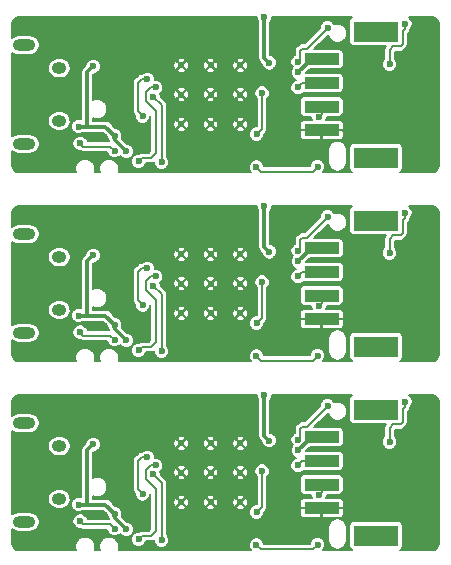
<source format=gbl>
G04 #@! TF.FileFunction,Copper,L2,Bot,Signal*
%FSLAX46Y46*%
G04 Gerber Fmt 4.6, Leading zero omitted, Abs format (unit mm)*
G04 Created by KiCad (PCBNEW 0.201512311516+6410~40~ubuntu14.04.1-stable) date Sun 03 Jan 2016 08:23:42 GMT*
%MOMM*%
G01*
G04 APERTURE LIST*
%ADD10C,0.100000*%
%ADD11O,1.250000X1.000000*%
%ADD12O,1.900000X1.000000*%
%ADD13R,3.800000X1.800000*%
%ADD14R,3.000000X1.000000*%
%ADD15C,0.600000*%
%ADD16C,0.300000*%
%ADD17C,0.200000*%
G04 APERTURE END LIST*
D10*
D11*
X104450000Y-102215000D03*
X104450000Y-97765000D03*
D12*
X101450000Y-104165000D03*
X101450000Y-95815000D03*
D11*
X104450000Y-118215000D03*
X104450000Y-113765000D03*
D12*
X101450000Y-120165000D03*
X101450000Y-111815000D03*
D11*
X104450000Y-134215000D03*
X104450000Y-129765000D03*
D12*
X101450000Y-136165000D03*
X101450000Y-127815000D03*
D13*
X131250000Y-94650000D03*
X131250000Y-105350000D03*
D14*
X126650000Y-97000000D03*
X126650000Y-99000000D03*
X126650000Y-101000000D03*
X126650000Y-103000000D03*
D13*
X131250000Y-110650000D03*
X131250000Y-121350000D03*
D14*
X126650000Y-113000000D03*
X126650000Y-115000000D03*
X126650000Y-117000000D03*
X126650000Y-119000000D03*
D13*
X131250000Y-126650000D03*
X131250000Y-137350000D03*
D14*
X126650000Y-129000000D03*
X126650000Y-131000000D03*
X126650000Y-133000000D03*
X126650000Y-135000000D03*
D15*
X119750000Y-102500000D03*
X119750000Y-100000000D03*
X119750000Y-97500000D03*
X117250000Y-102500000D03*
X117250000Y-100000000D03*
X117250000Y-97500000D03*
X114750000Y-102500000D03*
X114750000Y-100000000D03*
X114750000Y-97500000D03*
X119750000Y-118500000D03*
X119750000Y-116000000D03*
X119750000Y-113500000D03*
X117250000Y-118500000D03*
X117250000Y-116000000D03*
X117250000Y-113500000D03*
X114750000Y-118500000D03*
X114750000Y-116000000D03*
X114750000Y-113500000D03*
X119750000Y-134500000D03*
X119750000Y-132000000D03*
X119750000Y-129500000D03*
X117250000Y-134500000D03*
X117250000Y-132000000D03*
X117250000Y-129500000D03*
X114750000Y-134500000D03*
X114750000Y-132000000D03*
X114750000Y-129500000D03*
X124688224Y-98111776D03*
X124688224Y-114111776D03*
X124688224Y-130111776D03*
X122200000Y-97300000D03*
X122200000Y-113300000D03*
X122200000Y-129300000D03*
X121800000Y-93439989D03*
X121800000Y-109439989D03*
X121800000Y-125439989D03*
X107291735Y-97587978D03*
X107291735Y-113587978D03*
X107291735Y-129587978D03*
X110100000Y-104800000D03*
X110100000Y-120800000D03*
X110100000Y-136800000D03*
X109119645Y-103473504D03*
X109119645Y-119473504D03*
X109119645Y-135473504D03*
X106100000Y-102700000D03*
X106100000Y-118700000D03*
X106100000Y-134700000D03*
X105549045Y-101988601D03*
X105549045Y-117988601D03*
X105549045Y-133988601D03*
X105500000Y-100600000D03*
X105500000Y-116600000D03*
X105500000Y-132600000D03*
X105500000Y-101300000D03*
X105500000Y-117300000D03*
X105500000Y-133300000D03*
X132300000Y-99400000D03*
X132300000Y-115400000D03*
X132300000Y-131400000D03*
X107594458Y-105604798D03*
X107594458Y-121604798D03*
X107594458Y-137604798D03*
X124104985Y-98762235D03*
X124104985Y-114762235D03*
X124104985Y-130762235D03*
X128800000Y-93600000D03*
X128800000Y-109600000D03*
X128800000Y-125600000D03*
X128700000Y-102500000D03*
X128700000Y-118500000D03*
X128700000Y-134500000D03*
X128700000Y-100000000D03*
X128700000Y-116000000D03*
X128700000Y-132000000D03*
X124600000Y-103200000D03*
X124600000Y-119200000D03*
X124600000Y-135200000D03*
X116199990Y-95103484D03*
X116199990Y-111103484D03*
X116199990Y-127103484D03*
X118350000Y-104200000D03*
X118350000Y-120200000D03*
X118350000Y-136200000D03*
X118200000Y-94700000D03*
X118200000Y-110700000D03*
X118200000Y-126700000D03*
X109100000Y-98200000D03*
X109100000Y-114200000D03*
X109100000Y-130200000D03*
X111100000Y-96500000D03*
X111100000Y-112500000D03*
X111100000Y-128500000D03*
X111918272Y-103118272D03*
X111918272Y-119118272D03*
X111918272Y-135118272D03*
X106200000Y-105000000D03*
X106200000Y-121000000D03*
X106200000Y-137000000D03*
X121600000Y-99860002D03*
X121600000Y-115860002D03*
X121600000Y-131860002D03*
X109119645Y-104743505D03*
X109119645Y-120743505D03*
X109119645Y-136743505D03*
X121149993Y-103333019D03*
X121149993Y-119333019D03*
X121149993Y-135333019D03*
X106200000Y-104100000D03*
X106200000Y-120100000D03*
X106200000Y-136100000D03*
X127158519Y-94341481D03*
X127158519Y-110341481D03*
X127158519Y-126341481D03*
X124649998Y-97225009D03*
X124649998Y-113225009D03*
X124649998Y-129225009D03*
X111900000Y-98700000D03*
X111900000Y-114700000D03*
X111900000Y-130700000D03*
X111500000Y-101800000D03*
X111500000Y-117800000D03*
X111500000Y-133800000D03*
X124646792Y-99350833D03*
X124646792Y-115350833D03*
X124646792Y-131350833D03*
X126304272Y-106104272D03*
X126304272Y-122104272D03*
X126304272Y-138104272D03*
X121130325Y-106130325D03*
X121130325Y-122130325D03*
X121130325Y-138130325D03*
X111161921Y-105647295D03*
X111161921Y-121647295D03*
X111161921Y-137647295D03*
X112606133Y-99377001D03*
X112606133Y-115377001D03*
X112606133Y-131377001D03*
X126410002Y-101880967D03*
X126410002Y-117880967D03*
X126410002Y-133880967D03*
X113100000Y-105700000D03*
X113100000Y-121700000D03*
X113100000Y-137700000D03*
X112400000Y-100149990D03*
X112400000Y-116149990D03*
X112400000Y-132149990D03*
X132400000Y-97400000D03*
X132400000Y-113400000D03*
X132400000Y-129400000D03*
X133700000Y-94000000D03*
X133700000Y-110000000D03*
X133700000Y-126000000D03*
D16*
X125800000Y-97000000D02*
X124688224Y-98111776D01*
X125800000Y-113000000D02*
X124688224Y-114111776D01*
X125800000Y-129000000D02*
X124688224Y-130111776D01*
X121800000Y-93439989D02*
X121800000Y-96900000D01*
X121800000Y-109439989D02*
X121800000Y-112900000D01*
X121800000Y-125439989D02*
X121800000Y-128900000D01*
X121800000Y-96900000D02*
X122200000Y-97300000D01*
X121800000Y-112900000D02*
X122200000Y-113300000D01*
X121800000Y-128900000D02*
X122200000Y-129300000D01*
X126650000Y-97000000D02*
X125800000Y-97000000D01*
X126650000Y-113000000D02*
X125800000Y-113000000D01*
X126650000Y-129000000D02*
X125800000Y-129000000D01*
X109119645Y-103819645D02*
X110100000Y-104800000D01*
X109119645Y-119819645D02*
X110100000Y-120800000D01*
X109119645Y-135819645D02*
X110100000Y-136800000D01*
X109119645Y-103473504D02*
X109119645Y-103819645D01*
X109119645Y-119473504D02*
X109119645Y-119819645D01*
X109119645Y-135473504D02*
X109119645Y-135819645D01*
X108346141Y-102700000D02*
X106800000Y-102700000D01*
X108346141Y-118700000D02*
X106800000Y-118700000D01*
X108346141Y-134700000D02*
X106800000Y-134700000D01*
X106800000Y-102700000D02*
X106100000Y-102700000D01*
X106800000Y-118700000D02*
X106100000Y-118700000D01*
X106800000Y-134700000D02*
X106100000Y-134700000D01*
X106784999Y-102684999D02*
X106800000Y-102700000D01*
X106784999Y-118684999D02*
X106800000Y-118700000D01*
X106784999Y-134684999D02*
X106800000Y-134700000D01*
X107291735Y-97587978D02*
X106784999Y-98094714D01*
X107291735Y-113587978D02*
X106784999Y-114094714D01*
X107291735Y-129587978D02*
X106784999Y-130094714D01*
X106784999Y-98094714D02*
X106784999Y-102684999D01*
X106784999Y-114094714D02*
X106784999Y-118684999D01*
X106784999Y-130094714D02*
X106784999Y-134684999D01*
X109119645Y-103473504D02*
X108346141Y-102700000D01*
X109119645Y-119473504D02*
X108346141Y-118700000D01*
X109119645Y-135473504D02*
X108346141Y-134700000D01*
X126650000Y-103000000D02*
X127650000Y-103000000D01*
X126650000Y-119000000D02*
X127650000Y-119000000D01*
X126650000Y-135000000D02*
X127650000Y-135000000D01*
D17*
X121600000Y-99860002D02*
X121600000Y-102883012D01*
X121600000Y-115860002D02*
X121600000Y-118883012D01*
X121600000Y-131860002D02*
X121600000Y-134883012D01*
X121600000Y-102883012D02*
X121149993Y-103333019D01*
X121600000Y-118883012D02*
X121149993Y-119333019D01*
X121600000Y-134883012D02*
X121149993Y-135333019D01*
X108761140Y-104385000D02*
X109119645Y-104743505D01*
X108761140Y-120385000D02*
X109119645Y-120743505D01*
X108761140Y-136385000D02*
X109119645Y-136743505D01*
X107641415Y-104385000D02*
X108761140Y-104385000D01*
X107641415Y-120385000D02*
X108761140Y-120385000D01*
X107641415Y-136385000D02*
X108761140Y-136385000D01*
X106485000Y-104385000D02*
X106200000Y-104100000D01*
X106485000Y-120385000D02*
X106200000Y-120100000D01*
X106485000Y-136385000D02*
X106200000Y-136100000D01*
X107641415Y-104385000D02*
X106485000Y-104385000D01*
X107641415Y-120385000D02*
X106485000Y-120385000D01*
X107641415Y-136385000D02*
X106485000Y-136385000D01*
X127158519Y-94341481D02*
X125400000Y-96100000D01*
X127158519Y-110341481D02*
X125400000Y-112100000D01*
X127158519Y-126341481D02*
X125400000Y-128100000D01*
X125400000Y-96100000D02*
X125009998Y-96100000D01*
X125400000Y-112100000D02*
X125009998Y-112100000D01*
X125400000Y-128100000D02*
X125009998Y-128100000D01*
X124800000Y-96309998D02*
X124800000Y-97075007D01*
X124800000Y-112309998D02*
X124800000Y-113075007D01*
X124800000Y-128309998D02*
X124800000Y-129075007D01*
X124800000Y-97075007D02*
X124649998Y-97225009D01*
X124800000Y-113075007D02*
X124649998Y-113225009D01*
X124800000Y-129075007D02*
X124649998Y-129225009D01*
X125009998Y-96100000D02*
X124800000Y-96309998D01*
X125009998Y-112100000D02*
X124800000Y-112309998D01*
X125009998Y-128100000D02*
X124800000Y-128309998D01*
X111100000Y-99000000D02*
X111400000Y-98700000D01*
X111100000Y-115000000D02*
X111400000Y-114700000D01*
X111100000Y-131000000D02*
X111400000Y-130700000D01*
X111400000Y-98700000D02*
X111900000Y-98700000D01*
X111400000Y-114700000D02*
X111900000Y-114700000D01*
X111400000Y-130700000D02*
X111900000Y-130700000D01*
X111100000Y-99200000D02*
X111100000Y-99000000D01*
X111100000Y-115200000D02*
X111100000Y-115000000D01*
X111100000Y-131200000D02*
X111100000Y-131000000D01*
X111500000Y-101800000D02*
X111100000Y-101400000D01*
X111500000Y-117800000D02*
X111100000Y-117400000D01*
X111500000Y-133800000D02*
X111100000Y-133400000D01*
X111100000Y-101400000D02*
X111100000Y-99200000D01*
X111100000Y-117400000D02*
X111100000Y-115200000D01*
X111100000Y-133400000D02*
X111100000Y-131200000D01*
X126650000Y-99000000D02*
X124950000Y-99000000D01*
X126650000Y-115000000D02*
X124950000Y-115000000D01*
X126650000Y-131000000D02*
X124950000Y-131000000D01*
X124950000Y-99000000D02*
X124646792Y-99303208D01*
X124950000Y-115000000D02*
X124646792Y-115303208D01*
X124950000Y-131000000D02*
X124646792Y-131303208D01*
X124646792Y-99303208D02*
X124646792Y-99350833D01*
X124646792Y-115303208D02*
X124646792Y-115350833D01*
X124646792Y-131303208D02*
X124646792Y-131350833D01*
X126650000Y-99000000D02*
X125650000Y-99000000D01*
X126650000Y-115000000D02*
X125650000Y-115000000D01*
X126650000Y-131000000D02*
X125650000Y-131000000D01*
X121500000Y-106500000D02*
X125908544Y-106500000D01*
X121500000Y-122500000D02*
X125908544Y-122500000D01*
X121500000Y-138500000D02*
X125908544Y-138500000D01*
X125908544Y-106500000D02*
X126304272Y-106104272D01*
X125908544Y-122500000D02*
X126304272Y-122104272D01*
X125908544Y-138500000D02*
X126304272Y-138104272D01*
X121130325Y-106130325D02*
X121500000Y-106500000D01*
X121130325Y-122130325D02*
X121500000Y-122500000D01*
X121130325Y-138130325D02*
X121500000Y-138500000D01*
X112199999Y-105355527D02*
X111453689Y-105355527D01*
X112199999Y-121355527D02*
X111453689Y-121355527D01*
X112199999Y-137355527D02*
X111453689Y-137355527D01*
X111453689Y-105355527D02*
X111161921Y-105647295D01*
X111453689Y-121355527D02*
X111161921Y-121647295D01*
X111453689Y-137355527D02*
X111161921Y-137647295D01*
X112600000Y-101339952D02*
X112600000Y-104955526D01*
X112600000Y-117339952D02*
X112600000Y-120955526D01*
X112600000Y-133339952D02*
X112600000Y-136955526D01*
X112600000Y-104955526D02*
X112199999Y-105355527D01*
X112600000Y-120955526D02*
X112199999Y-121355527D01*
X112600000Y-136955526D02*
X112199999Y-137355527D01*
X112234312Y-100974264D02*
X112600000Y-101339952D01*
X112234312Y-116974264D02*
X112600000Y-117339952D01*
X112234312Y-132974264D02*
X112600000Y-133339952D01*
X112606133Y-99377001D02*
X112181869Y-99377001D01*
X112606133Y-115377001D02*
X112181869Y-115377001D01*
X112606133Y-131377001D02*
X112181869Y-131377001D01*
X111799999Y-99758871D02*
X111799999Y-100539951D01*
X111799999Y-115758871D02*
X111799999Y-116539951D01*
X111799999Y-131758871D02*
X111799999Y-132539951D01*
X112181869Y-99377001D02*
X111799999Y-99758871D01*
X112181869Y-115377001D02*
X111799999Y-115758871D01*
X112181869Y-131377001D02*
X111799999Y-131758871D01*
X111799999Y-100539951D02*
X112234312Y-100974264D01*
X111799999Y-116539951D02*
X112234312Y-116974264D01*
X111799999Y-132539951D02*
X112234312Y-132974264D01*
X126650000Y-101000000D02*
X126650000Y-101640969D01*
X126650000Y-117000000D02*
X126650000Y-117640969D01*
X126650000Y-133000000D02*
X126650000Y-133640969D01*
X126650000Y-101640969D02*
X126410002Y-101880967D01*
X126650000Y-117640969D02*
X126410002Y-117880967D01*
X126650000Y-133640969D02*
X126410002Y-133880967D01*
X113100000Y-104900000D02*
X113100000Y-105700000D01*
X113100000Y-120900000D02*
X113100000Y-121700000D01*
X113100000Y-136900000D02*
X113100000Y-137700000D01*
X113100000Y-100849990D02*
X113100000Y-104900000D01*
X113100000Y-116849990D02*
X113100000Y-120900000D01*
X113100000Y-132849990D02*
X113100000Y-136900000D01*
X112400000Y-100149990D02*
X113100000Y-100849990D01*
X112400000Y-116149990D02*
X113100000Y-116849990D01*
X112400000Y-132149990D02*
X113100000Y-132849990D01*
X132700000Y-95900000D02*
X132400000Y-96200000D01*
X132700000Y-111900000D02*
X132400000Y-112200000D01*
X132700000Y-127900000D02*
X132400000Y-128200000D01*
X132400000Y-96200000D02*
X132400000Y-97400000D01*
X132400000Y-112200000D02*
X132400000Y-113400000D01*
X132400000Y-128200000D02*
X132400000Y-129400000D01*
X133340002Y-95900000D02*
X132700000Y-95900000D01*
X133340002Y-111900000D02*
X132700000Y-111900000D01*
X133340002Y-127900000D02*
X132700000Y-127900000D01*
X133500000Y-94624264D02*
X133500000Y-95740002D01*
X133500000Y-110624264D02*
X133500000Y-111740002D01*
X133500000Y-126624264D02*
X133500000Y-127740002D01*
X133500000Y-95740002D02*
X133340002Y-95900000D01*
X133500000Y-111740002D02*
X133340002Y-111900000D01*
X133500000Y-127740002D02*
X133340002Y-127900000D01*
X133700000Y-94000000D02*
X133700000Y-94424264D01*
X133700000Y-110000000D02*
X133700000Y-110424264D01*
X133700000Y-126000000D02*
X133700000Y-126424264D01*
X133700000Y-94424264D02*
X133500000Y-94624264D01*
X133700000Y-110424264D02*
X133500000Y-110624264D01*
X133700000Y-126424264D02*
X133500000Y-126624264D01*
G36*
X121149888Y-93568715D02*
X121248636Y-93807703D01*
X121300000Y-93859157D01*
X121300000Y-96900000D01*
X121326122Y-97031324D01*
X121338060Y-97091342D01*
X121446447Y-97253553D01*
X121549950Y-97357057D01*
X121549888Y-97428726D01*
X121648636Y-97667714D01*
X121831324Y-97850722D01*
X122070140Y-97949887D01*
X122328726Y-97950112D01*
X122567714Y-97851364D01*
X122750722Y-97668676D01*
X122849887Y-97429860D01*
X122850112Y-97171274D01*
X122751364Y-96932286D01*
X122568676Y-96749278D01*
X122329860Y-96650113D01*
X122300000Y-96650087D01*
X122300000Y-93859298D01*
X122350722Y-93808665D01*
X122449887Y-93569849D01*
X122450013Y-93425000D01*
X129208719Y-93425000D01*
X129101175Y-93494203D01*
X129021259Y-93611163D01*
X128993144Y-93750000D01*
X128993144Y-95550000D01*
X129017549Y-95679702D01*
X129094203Y-95798825D01*
X129211163Y-95878741D01*
X129350000Y-95906856D01*
X132065061Y-95906856D01*
X131984254Y-96027792D01*
X131950000Y-96200000D01*
X131950000Y-96930778D01*
X131849278Y-97031324D01*
X131750113Y-97270140D01*
X131749888Y-97528726D01*
X131848636Y-97767714D01*
X132031324Y-97950722D01*
X132270140Y-98049887D01*
X132528726Y-98050112D01*
X132767714Y-97951364D01*
X132950722Y-97768676D01*
X133049887Y-97529860D01*
X133050112Y-97271274D01*
X132951364Y-97032286D01*
X132850000Y-96930744D01*
X132850000Y-96386396D01*
X132886396Y-96350000D01*
X133340002Y-96350000D01*
X133512210Y-96315746D01*
X133658200Y-96218198D01*
X133818198Y-96058200D01*
X133915746Y-95912210D01*
X133950000Y-95740002D01*
X133950000Y-94810660D01*
X134018198Y-94742462D01*
X134115746Y-94596472D01*
X134138842Y-94480361D01*
X134250722Y-94368676D01*
X134349887Y-94129860D01*
X134350112Y-93871274D01*
X134251364Y-93632286D01*
X134068676Y-93449278D01*
X134010208Y-93425000D01*
X135958140Y-93425000D01*
X136216857Y-93476462D01*
X136400698Y-93599300D01*
X136523538Y-93783144D01*
X136575000Y-94041860D01*
X136575000Y-105958140D01*
X136523538Y-106216856D01*
X136400698Y-106400700D01*
X136216857Y-106523538D01*
X135958140Y-106575000D01*
X133291281Y-106575000D01*
X133398825Y-106505797D01*
X133478741Y-106388837D01*
X133506856Y-106250000D01*
X133506856Y-104450000D01*
X133482451Y-104320298D01*
X133405797Y-104201175D01*
X133288837Y-104121259D01*
X133150000Y-104093144D01*
X129350000Y-104093144D01*
X129220298Y-104117549D01*
X129101175Y-104194203D01*
X129021259Y-104311163D01*
X128993144Y-104450000D01*
X128993144Y-106250000D01*
X129017549Y-106379702D01*
X129094203Y-106498825D01*
X129205688Y-106575000D01*
X126752763Y-106575000D01*
X126854994Y-106472948D01*
X126954159Y-106234132D01*
X126954384Y-105975546D01*
X126855636Y-105736558D01*
X126672948Y-105553550D01*
X126434132Y-105454385D01*
X126175546Y-105454160D01*
X125936558Y-105552908D01*
X125753550Y-105735596D01*
X125654385Y-105974412D01*
X125654319Y-106050000D01*
X121780395Y-106050000D01*
X121780437Y-106001599D01*
X121681689Y-105762611D01*
X121499001Y-105579603D01*
X121260185Y-105480438D01*
X121001599Y-105480213D01*
X120762611Y-105578961D01*
X120579603Y-105761649D01*
X120480438Y-106000465D01*
X120480213Y-106259051D01*
X120578961Y-106498039D01*
X120655787Y-106575000D01*
X109453024Y-106575000D01*
X109500852Y-106459817D01*
X109501147Y-106121666D01*
X109372015Y-105809143D01*
X109338951Y-105776021D01*
X110511809Y-105776021D01*
X110610557Y-106015009D01*
X110793245Y-106198017D01*
X111032061Y-106297182D01*
X111290647Y-106297407D01*
X111529635Y-106198659D01*
X111712643Y-106015971D01*
X111800027Y-105805527D01*
X112199999Y-105805527D01*
X112372207Y-105771273D01*
X112449983Y-105719304D01*
X112449888Y-105828726D01*
X112548636Y-106067714D01*
X112731324Y-106250722D01*
X112970140Y-106349887D01*
X113228726Y-106350112D01*
X113467714Y-106251364D01*
X113650722Y-106068676D01*
X113749887Y-105829860D01*
X113750112Y-105571274D01*
X113651364Y-105332286D01*
X113550000Y-105230744D01*
X113550000Y-104674531D01*
X127200000Y-104674531D01*
X127200000Y-105725469D01*
X127260896Y-106031616D01*
X127434315Y-106291154D01*
X127693853Y-106464573D01*
X128000000Y-106525469D01*
X128306147Y-106464573D01*
X128565685Y-106291154D01*
X128739104Y-106031616D01*
X128800000Y-105725469D01*
X128800000Y-104674531D01*
X128739104Y-104368384D01*
X128565685Y-104108846D01*
X128306147Y-103935427D01*
X128000000Y-103874531D01*
X127693853Y-103935427D01*
X127434315Y-104108846D01*
X127260896Y-104368384D01*
X127200000Y-104674531D01*
X113550000Y-104674531D01*
X113550000Y-103461745D01*
X120499881Y-103461745D01*
X120598629Y-103700733D01*
X120781317Y-103883741D01*
X121020133Y-103982906D01*
X121278719Y-103983131D01*
X121517707Y-103884383D01*
X121700715Y-103701695D01*
X121799880Y-103462879D01*
X121800005Y-103319403D01*
X121918198Y-103201210D01*
X121977472Y-103112500D01*
X124800000Y-103112500D01*
X124800000Y-103569619D01*
X124853284Y-103698259D01*
X124951741Y-103796715D01*
X125080380Y-103850000D01*
X126537500Y-103850000D01*
X126625000Y-103762500D01*
X126625000Y-103025000D01*
X126675000Y-103025000D01*
X126675000Y-103762500D01*
X126762500Y-103850000D01*
X128219620Y-103850000D01*
X128348259Y-103796715D01*
X128446716Y-103698259D01*
X128500000Y-103569619D01*
X128500000Y-103112500D01*
X128412500Y-103025000D01*
X126675000Y-103025000D01*
X126625000Y-103025000D01*
X124887500Y-103025000D01*
X124800000Y-103112500D01*
X121977472Y-103112500D01*
X122015746Y-103055220D01*
X122050000Y-102883012D01*
X122050000Y-100500000D01*
X124793144Y-100500000D01*
X124793144Y-101500000D01*
X124817549Y-101629702D01*
X124894203Y-101748825D01*
X125011163Y-101828741D01*
X125150000Y-101856856D01*
X125760023Y-101856856D01*
X125759890Y-102009693D01*
X125817864Y-102150000D01*
X125080380Y-102150000D01*
X124951741Y-102203285D01*
X124853284Y-102301741D01*
X124800000Y-102430381D01*
X124800000Y-102887500D01*
X124887500Y-102975000D01*
X126625000Y-102975000D01*
X126625000Y-102955000D01*
X126675000Y-102955000D01*
X126675000Y-102975000D01*
X128412500Y-102975000D01*
X128500000Y-102887500D01*
X128500000Y-102430381D01*
X128446716Y-102301741D01*
X128348259Y-102203285D01*
X128219620Y-102150000D01*
X127002099Y-102150000D01*
X127059889Y-102010827D01*
X127060023Y-101856856D01*
X128150000Y-101856856D01*
X128279702Y-101832451D01*
X128398825Y-101755797D01*
X128478741Y-101638837D01*
X128506856Y-101500000D01*
X128506856Y-100500000D01*
X128482451Y-100370298D01*
X128405797Y-100251175D01*
X128288837Y-100171259D01*
X128150000Y-100143144D01*
X125150000Y-100143144D01*
X125020298Y-100167549D01*
X124901175Y-100244203D01*
X124821259Y-100361163D01*
X124793144Y-100500000D01*
X122050000Y-100500000D01*
X122050000Y-100329224D01*
X122150722Y-100228678D01*
X122249887Y-99989862D01*
X122250112Y-99731276D01*
X122151364Y-99492288D01*
X122138658Y-99479559D01*
X123996680Y-99479559D01*
X124095428Y-99718547D01*
X124278116Y-99901555D01*
X124516932Y-100000720D01*
X124775518Y-100000945D01*
X125014506Y-99902197D01*
X125075117Y-99841692D01*
X125150000Y-99856856D01*
X128150000Y-99856856D01*
X128279702Y-99832451D01*
X128398825Y-99755797D01*
X128478741Y-99638837D01*
X128506856Y-99500000D01*
X128506856Y-98500000D01*
X128482451Y-98370298D01*
X128405797Y-98251175D01*
X128288837Y-98171259D01*
X128150000Y-98143144D01*
X125363962Y-98143144D01*
X125650251Y-97856856D01*
X128150000Y-97856856D01*
X128279702Y-97832451D01*
X128398825Y-97755797D01*
X128478741Y-97638837D01*
X128506856Y-97500000D01*
X128506856Y-96500000D01*
X128482451Y-96370298D01*
X128405797Y-96251175D01*
X128288837Y-96171259D01*
X128150000Y-96143144D01*
X125993252Y-96143144D01*
X127144927Y-94991469D01*
X127213536Y-94991529D01*
X127321397Y-95252572D01*
X127546245Y-95477812D01*
X127840172Y-95599861D01*
X128158432Y-95600139D01*
X128452572Y-95478603D01*
X128677812Y-95253755D01*
X128799861Y-94959828D01*
X128800139Y-94641568D01*
X128678603Y-94347428D01*
X128453755Y-94122188D01*
X128159828Y-94000139D01*
X127841568Y-93999861D01*
X127738296Y-94042532D01*
X127709883Y-93973767D01*
X127527195Y-93790759D01*
X127288379Y-93691594D01*
X127029793Y-93691369D01*
X126790805Y-93790117D01*
X126607797Y-93972805D01*
X126508632Y-94211621D01*
X126508507Y-94355097D01*
X125213604Y-95650000D01*
X125009998Y-95650000D01*
X124837790Y-95684254D01*
X124772630Y-95727793D01*
X124691800Y-95781802D01*
X124481802Y-95991800D01*
X124384254Y-96137790D01*
X124350000Y-96309998D01*
X124350000Y-96645665D01*
X124282284Y-96673645D01*
X124099276Y-96856333D01*
X124000111Y-97095149D01*
X123999886Y-97353735D01*
X124098634Y-97592723D01*
X124193222Y-97687477D01*
X124137502Y-97743100D01*
X124038337Y-97981916D01*
X124038112Y-98240502D01*
X124136860Y-98479490D01*
X124319548Y-98662498D01*
X124464701Y-98722771D01*
X124279078Y-98799469D01*
X124096070Y-98982157D01*
X123996905Y-99220973D01*
X123996680Y-99479559D01*
X122138658Y-99479559D01*
X121968676Y-99309280D01*
X121729860Y-99210115D01*
X121471274Y-99209890D01*
X121232286Y-99308638D01*
X121049278Y-99491326D01*
X120950113Y-99730142D01*
X120949888Y-99988728D01*
X121048636Y-100227716D01*
X121150000Y-100329258D01*
X121150000Y-102683019D01*
X121021267Y-102682907D01*
X120782279Y-102781655D01*
X120599271Y-102964343D01*
X120500106Y-103203159D01*
X120499881Y-103461745D01*
X113550000Y-103461745D01*
X113550000Y-102924045D01*
X114361310Y-102924045D01*
X114380957Y-103050476D01*
X114619707Y-103149800D01*
X114878293Y-103150198D01*
X115117347Y-103051609D01*
X115119043Y-103050476D01*
X115138690Y-102924045D01*
X116861310Y-102924045D01*
X116880957Y-103050476D01*
X117119707Y-103149800D01*
X117378293Y-103150198D01*
X117617347Y-103051609D01*
X117619043Y-103050476D01*
X117638690Y-102924045D01*
X119361310Y-102924045D01*
X119380957Y-103050476D01*
X119619707Y-103149800D01*
X119878293Y-103150198D01*
X120117347Y-103051609D01*
X120119043Y-103050476D01*
X120138690Y-102924045D01*
X119750000Y-102535355D01*
X119361310Y-102924045D01*
X117638690Y-102924045D01*
X117250000Y-102535355D01*
X116861310Y-102924045D01*
X115138690Y-102924045D01*
X114750000Y-102535355D01*
X114361310Y-102924045D01*
X113550000Y-102924045D01*
X113550000Y-102628293D01*
X114099802Y-102628293D01*
X114198391Y-102867347D01*
X114199524Y-102869043D01*
X114325955Y-102888690D01*
X114714645Y-102500000D01*
X114785355Y-102500000D01*
X115174045Y-102888690D01*
X115300476Y-102869043D01*
X115399800Y-102630293D01*
X115399803Y-102628293D01*
X116599802Y-102628293D01*
X116698391Y-102867347D01*
X116699524Y-102869043D01*
X116825955Y-102888690D01*
X117214645Y-102500000D01*
X117285355Y-102500000D01*
X117674045Y-102888690D01*
X117800476Y-102869043D01*
X117899800Y-102630293D01*
X117899803Y-102628293D01*
X119099802Y-102628293D01*
X119198391Y-102867347D01*
X119199524Y-102869043D01*
X119325955Y-102888690D01*
X119714645Y-102500000D01*
X119785355Y-102500000D01*
X120174045Y-102888690D01*
X120300476Y-102869043D01*
X120399800Y-102630293D01*
X120400198Y-102371707D01*
X120301609Y-102132653D01*
X120300476Y-102130957D01*
X120174045Y-102111310D01*
X119785355Y-102500000D01*
X119714645Y-102500000D01*
X119325955Y-102111310D01*
X119199524Y-102130957D01*
X119100200Y-102369707D01*
X119099802Y-102628293D01*
X117899803Y-102628293D01*
X117900198Y-102371707D01*
X117801609Y-102132653D01*
X117800476Y-102130957D01*
X117674045Y-102111310D01*
X117285355Y-102500000D01*
X117214645Y-102500000D01*
X116825955Y-102111310D01*
X116699524Y-102130957D01*
X116600200Y-102369707D01*
X116599802Y-102628293D01*
X115399803Y-102628293D01*
X115400198Y-102371707D01*
X115301609Y-102132653D01*
X115300476Y-102130957D01*
X115174045Y-102111310D01*
X114785355Y-102500000D01*
X114714645Y-102500000D01*
X114325955Y-102111310D01*
X114199524Y-102130957D01*
X114100200Y-102369707D01*
X114099802Y-102628293D01*
X113550000Y-102628293D01*
X113550000Y-102075955D01*
X114361310Y-102075955D01*
X114750000Y-102464645D01*
X115138690Y-102075955D01*
X116861310Y-102075955D01*
X117250000Y-102464645D01*
X117638690Y-102075955D01*
X119361310Y-102075955D01*
X119750000Y-102464645D01*
X120138690Y-102075955D01*
X120119043Y-101949524D01*
X119880293Y-101850200D01*
X119621707Y-101849802D01*
X119382653Y-101948391D01*
X119380957Y-101949524D01*
X119361310Y-102075955D01*
X117638690Y-102075955D01*
X117619043Y-101949524D01*
X117380293Y-101850200D01*
X117121707Y-101849802D01*
X116882653Y-101948391D01*
X116880957Y-101949524D01*
X116861310Y-102075955D01*
X115138690Y-102075955D01*
X115119043Y-101949524D01*
X114880293Y-101850200D01*
X114621707Y-101849802D01*
X114382653Y-101948391D01*
X114380957Y-101949524D01*
X114361310Y-102075955D01*
X113550000Y-102075955D01*
X113550000Y-100849990D01*
X113515746Y-100677782D01*
X113418198Y-100531792D01*
X113310451Y-100424045D01*
X114361310Y-100424045D01*
X114380957Y-100550476D01*
X114619707Y-100649800D01*
X114878293Y-100650198D01*
X115117347Y-100551609D01*
X115119043Y-100550476D01*
X115138690Y-100424045D01*
X116861310Y-100424045D01*
X116880957Y-100550476D01*
X117119707Y-100649800D01*
X117378293Y-100650198D01*
X117617347Y-100551609D01*
X117619043Y-100550476D01*
X117638690Y-100424045D01*
X119361310Y-100424045D01*
X119380957Y-100550476D01*
X119619707Y-100649800D01*
X119878293Y-100650198D01*
X120117347Y-100551609D01*
X120119043Y-100550476D01*
X120138690Y-100424045D01*
X119750000Y-100035355D01*
X119361310Y-100424045D01*
X117638690Y-100424045D01*
X117250000Y-100035355D01*
X116861310Y-100424045D01*
X115138690Y-100424045D01*
X114750000Y-100035355D01*
X114361310Y-100424045D01*
X113310451Y-100424045D01*
X113049988Y-100163582D01*
X113050018Y-100128293D01*
X114099802Y-100128293D01*
X114198391Y-100367347D01*
X114199524Y-100369043D01*
X114325955Y-100388690D01*
X114714645Y-100000000D01*
X114785355Y-100000000D01*
X115174045Y-100388690D01*
X115300476Y-100369043D01*
X115399800Y-100130293D01*
X115399803Y-100128293D01*
X116599802Y-100128293D01*
X116698391Y-100367347D01*
X116699524Y-100369043D01*
X116825955Y-100388690D01*
X117214645Y-100000000D01*
X117285355Y-100000000D01*
X117674045Y-100388690D01*
X117800476Y-100369043D01*
X117899800Y-100130293D01*
X117899803Y-100128293D01*
X119099802Y-100128293D01*
X119198391Y-100367347D01*
X119199524Y-100369043D01*
X119325955Y-100388690D01*
X119714645Y-100000000D01*
X119785355Y-100000000D01*
X120174045Y-100388690D01*
X120300476Y-100369043D01*
X120399800Y-100130293D01*
X120400198Y-99871707D01*
X120301609Y-99632653D01*
X120300476Y-99630957D01*
X120174045Y-99611310D01*
X119785355Y-100000000D01*
X119714645Y-100000000D01*
X119325955Y-99611310D01*
X119199524Y-99630957D01*
X119100200Y-99869707D01*
X119099802Y-100128293D01*
X117899803Y-100128293D01*
X117900198Y-99871707D01*
X117801609Y-99632653D01*
X117800476Y-99630957D01*
X117674045Y-99611310D01*
X117285355Y-100000000D01*
X117214645Y-100000000D01*
X116825955Y-99611310D01*
X116699524Y-99630957D01*
X116600200Y-99869707D01*
X116599802Y-100128293D01*
X115399803Y-100128293D01*
X115400198Y-99871707D01*
X115301609Y-99632653D01*
X115300476Y-99630957D01*
X115174045Y-99611310D01*
X114785355Y-100000000D01*
X114714645Y-100000000D01*
X114325955Y-99611310D01*
X114199524Y-99630957D01*
X114100200Y-99869707D01*
X114099802Y-100128293D01*
X113050018Y-100128293D01*
X113050112Y-100021264D01*
X113000665Y-99901594D01*
X113156855Y-99745677D01*
X113227329Y-99575955D01*
X114361310Y-99575955D01*
X114750000Y-99964645D01*
X115138690Y-99575955D01*
X116861310Y-99575955D01*
X117250000Y-99964645D01*
X117638690Y-99575955D01*
X119361310Y-99575955D01*
X119750000Y-99964645D01*
X120138690Y-99575955D01*
X120119043Y-99449524D01*
X119880293Y-99350200D01*
X119621707Y-99349802D01*
X119382653Y-99448391D01*
X119380957Y-99449524D01*
X119361310Y-99575955D01*
X117638690Y-99575955D01*
X117619043Y-99449524D01*
X117380293Y-99350200D01*
X117121707Y-99349802D01*
X116882653Y-99448391D01*
X116880957Y-99449524D01*
X116861310Y-99575955D01*
X115138690Y-99575955D01*
X115119043Y-99449524D01*
X114880293Y-99350200D01*
X114621707Y-99349802D01*
X114382653Y-99448391D01*
X114380957Y-99449524D01*
X114361310Y-99575955D01*
X113227329Y-99575955D01*
X113256020Y-99506861D01*
X113256245Y-99248275D01*
X113157497Y-99009287D01*
X112974809Y-98826279D01*
X112735993Y-98727114D01*
X112549977Y-98726952D01*
X112550112Y-98571274D01*
X112451364Y-98332286D01*
X112268676Y-98149278D01*
X112029860Y-98050113D01*
X111771274Y-98049888D01*
X111532286Y-98148636D01*
X111430744Y-98250000D01*
X111400000Y-98250000D01*
X111227792Y-98284254D01*
X111112690Y-98361163D01*
X111081802Y-98381802D01*
X110781802Y-98681802D01*
X110684254Y-98827792D01*
X110650000Y-99000000D01*
X110650000Y-101400000D01*
X110684254Y-101572208D01*
X110750448Y-101671274D01*
X110781802Y-101718198D01*
X110850012Y-101786408D01*
X110849888Y-101928726D01*
X110948636Y-102167714D01*
X111131324Y-102350722D01*
X111370140Y-102449887D01*
X111628726Y-102450112D01*
X111867714Y-102351364D01*
X112050722Y-102168676D01*
X112149887Y-101929860D01*
X112150000Y-101799992D01*
X112150000Y-104769130D01*
X112013603Y-104905527D01*
X111453689Y-104905527D01*
X111281481Y-104939781D01*
X111195362Y-104997324D01*
X111033195Y-104997183D01*
X110794207Y-105095931D01*
X110611199Y-105278619D01*
X110512034Y-105517435D01*
X110511809Y-105776021D01*
X109338951Y-105776021D01*
X109133115Y-105569826D01*
X108820817Y-105440148D01*
X108482666Y-105439853D01*
X108170143Y-105568985D01*
X107930826Y-105807885D01*
X107801148Y-106120183D01*
X107800853Y-106458334D01*
X107849058Y-106575000D01*
X107421024Y-106575000D01*
X107468852Y-106459817D01*
X107469147Y-106121666D01*
X107340015Y-105809143D01*
X107101115Y-105569826D01*
X106788817Y-105440148D01*
X106450666Y-105439853D01*
X106138143Y-105568985D01*
X105898826Y-105807885D01*
X105769148Y-106120183D01*
X105768853Y-106458334D01*
X105817058Y-106575000D01*
X101041860Y-106575000D01*
X100783144Y-106523538D01*
X100599300Y-106400698D01*
X100476462Y-106216857D01*
X100425000Y-105958140D01*
X100425000Y-104800459D01*
X100649250Y-104950298D01*
X100974531Y-105015000D01*
X101925469Y-105015000D01*
X102250750Y-104950298D01*
X102526510Y-104766041D01*
X102710767Y-104490281D01*
X102775469Y-104165000D01*
X102710767Y-103839719D01*
X102526510Y-103563959D01*
X102250750Y-103379702D01*
X101925469Y-103315000D01*
X100974531Y-103315000D01*
X100649250Y-103379702D01*
X100425000Y-103529541D01*
X100425000Y-102215000D01*
X103455899Y-102215000D01*
X103520601Y-102540281D01*
X103704858Y-102816041D01*
X103980618Y-103000298D01*
X104305899Y-103065000D01*
X104594101Y-103065000D01*
X104919382Y-103000298D01*
X105176157Y-102828726D01*
X105449888Y-102828726D01*
X105548636Y-103067714D01*
X105731324Y-103250722D01*
X105970140Y-103349887D01*
X106228726Y-103350112D01*
X106467714Y-103251364D01*
X106519168Y-103200000D01*
X108139035Y-103200000D01*
X108469595Y-103530560D01*
X108469533Y-103602230D01*
X108568281Y-103841218D01*
X108637786Y-103910844D01*
X108642590Y-103935000D01*
X106835124Y-103935000D01*
X106751364Y-103732286D01*
X106568676Y-103549278D01*
X106329860Y-103450113D01*
X106071274Y-103449888D01*
X105832286Y-103548636D01*
X105649278Y-103731324D01*
X105550113Y-103970140D01*
X105549888Y-104228726D01*
X105648636Y-104467714D01*
X105831324Y-104650722D01*
X106070140Y-104749887D01*
X106236894Y-104750032D01*
X106312792Y-104800746D01*
X106485000Y-104835000D01*
X108469565Y-104835000D01*
X108469533Y-104872231D01*
X108568281Y-105111219D01*
X108750969Y-105294227D01*
X108989785Y-105393392D01*
X109248371Y-105393617D01*
X109487359Y-105294869D01*
X109581629Y-105200764D01*
X109731324Y-105350722D01*
X109970140Y-105449887D01*
X110228726Y-105450112D01*
X110467714Y-105351364D01*
X110650722Y-105168676D01*
X110749887Y-104929860D01*
X110750112Y-104671274D01*
X110651364Y-104432286D01*
X110468676Y-104249278D01*
X110229860Y-104150113D01*
X110157156Y-104150050D01*
X109722863Y-103715756D01*
X109769532Y-103603364D01*
X109769757Y-103344778D01*
X109671009Y-103105790D01*
X109488321Y-102922782D01*
X109249505Y-102823617D01*
X109176801Y-102823554D01*
X108699694Y-102346447D01*
X108537483Y-102238060D01*
X108534668Y-102237500D01*
X108346141Y-102200000D01*
X107284999Y-102200000D01*
X107284999Y-101985033D01*
X107465183Y-102059852D01*
X107803334Y-102060147D01*
X108115857Y-101931015D01*
X108355174Y-101692115D01*
X108484852Y-101379817D01*
X108485147Y-101041666D01*
X108356015Y-100729143D01*
X108117115Y-100489826D01*
X107804817Y-100360148D01*
X107466666Y-100359853D01*
X107284999Y-100434916D01*
X107284999Y-98301820D01*
X107348791Y-98238028D01*
X107420461Y-98238090D01*
X107659449Y-98139342D01*
X107842457Y-97956654D01*
X107855997Y-97924045D01*
X114361310Y-97924045D01*
X114380957Y-98050476D01*
X114619707Y-98149800D01*
X114878293Y-98150198D01*
X115117347Y-98051609D01*
X115119043Y-98050476D01*
X115138690Y-97924045D01*
X116861310Y-97924045D01*
X116880957Y-98050476D01*
X117119707Y-98149800D01*
X117378293Y-98150198D01*
X117617347Y-98051609D01*
X117619043Y-98050476D01*
X117638690Y-97924045D01*
X119361310Y-97924045D01*
X119380957Y-98050476D01*
X119619707Y-98149800D01*
X119878293Y-98150198D01*
X120117347Y-98051609D01*
X120119043Y-98050476D01*
X120138690Y-97924045D01*
X119750000Y-97535355D01*
X119361310Y-97924045D01*
X117638690Y-97924045D01*
X117250000Y-97535355D01*
X116861310Y-97924045D01*
X115138690Y-97924045D01*
X114750000Y-97535355D01*
X114361310Y-97924045D01*
X107855997Y-97924045D01*
X107941622Y-97717838D01*
X107941699Y-97628293D01*
X114099802Y-97628293D01*
X114198391Y-97867347D01*
X114199524Y-97869043D01*
X114325955Y-97888690D01*
X114714645Y-97500000D01*
X114785355Y-97500000D01*
X115174045Y-97888690D01*
X115300476Y-97869043D01*
X115399800Y-97630293D01*
X115399803Y-97628293D01*
X116599802Y-97628293D01*
X116698391Y-97867347D01*
X116699524Y-97869043D01*
X116825955Y-97888690D01*
X117214645Y-97500000D01*
X117285355Y-97500000D01*
X117674045Y-97888690D01*
X117800476Y-97869043D01*
X117899800Y-97630293D01*
X117899803Y-97628293D01*
X119099802Y-97628293D01*
X119198391Y-97867347D01*
X119199524Y-97869043D01*
X119325955Y-97888690D01*
X119714645Y-97500000D01*
X119785355Y-97500000D01*
X120174045Y-97888690D01*
X120300476Y-97869043D01*
X120399800Y-97630293D01*
X120400198Y-97371707D01*
X120301609Y-97132653D01*
X120300476Y-97130957D01*
X120174045Y-97111310D01*
X119785355Y-97500000D01*
X119714645Y-97500000D01*
X119325955Y-97111310D01*
X119199524Y-97130957D01*
X119100200Y-97369707D01*
X119099802Y-97628293D01*
X117899803Y-97628293D01*
X117900198Y-97371707D01*
X117801609Y-97132653D01*
X117800476Y-97130957D01*
X117674045Y-97111310D01*
X117285355Y-97500000D01*
X117214645Y-97500000D01*
X116825955Y-97111310D01*
X116699524Y-97130957D01*
X116600200Y-97369707D01*
X116599802Y-97628293D01*
X115399803Y-97628293D01*
X115400198Y-97371707D01*
X115301609Y-97132653D01*
X115300476Y-97130957D01*
X115174045Y-97111310D01*
X114785355Y-97500000D01*
X114714645Y-97500000D01*
X114325955Y-97111310D01*
X114199524Y-97130957D01*
X114100200Y-97369707D01*
X114099802Y-97628293D01*
X107941699Y-97628293D01*
X107941847Y-97459252D01*
X107843099Y-97220264D01*
X107699043Y-97075955D01*
X114361310Y-97075955D01*
X114750000Y-97464645D01*
X115138690Y-97075955D01*
X116861310Y-97075955D01*
X117250000Y-97464645D01*
X117638690Y-97075955D01*
X119361310Y-97075955D01*
X119750000Y-97464645D01*
X120138690Y-97075955D01*
X120119043Y-96949524D01*
X119880293Y-96850200D01*
X119621707Y-96849802D01*
X119382653Y-96948391D01*
X119380957Y-96949524D01*
X119361310Y-97075955D01*
X117638690Y-97075955D01*
X117619043Y-96949524D01*
X117380293Y-96850200D01*
X117121707Y-96849802D01*
X116882653Y-96948391D01*
X116880957Y-96949524D01*
X116861310Y-97075955D01*
X115138690Y-97075955D01*
X115119043Y-96949524D01*
X114880293Y-96850200D01*
X114621707Y-96849802D01*
X114382653Y-96948391D01*
X114380957Y-96949524D01*
X114361310Y-97075955D01*
X107699043Y-97075955D01*
X107660411Y-97037256D01*
X107421595Y-96938091D01*
X107163009Y-96937866D01*
X106924021Y-97036614D01*
X106741013Y-97219302D01*
X106641848Y-97458118D01*
X106641785Y-97530822D01*
X106431446Y-97741161D01*
X106323059Y-97903372D01*
X106284999Y-98094714D01*
X106284999Y-102073009D01*
X106229860Y-102050113D01*
X105971274Y-102049888D01*
X105732286Y-102148636D01*
X105549278Y-102331324D01*
X105450113Y-102570140D01*
X105449888Y-102828726D01*
X105176157Y-102828726D01*
X105195142Y-102816041D01*
X105379399Y-102540281D01*
X105444101Y-102215000D01*
X105379399Y-101889719D01*
X105195142Y-101613959D01*
X104919382Y-101429702D01*
X104594101Y-101365000D01*
X104305899Y-101365000D01*
X103980618Y-101429702D01*
X103704858Y-101613959D01*
X103520601Y-101889719D01*
X103455899Y-102215000D01*
X100425000Y-102215000D01*
X100425000Y-97765000D01*
X103455899Y-97765000D01*
X103520601Y-98090281D01*
X103704858Y-98366041D01*
X103980618Y-98550298D01*
X104305899Y-98615000D01*
X104594101Y-98615000D01*
X104919382Y-98550298D01*
X105195142Y-98366041D01*
X105379399Y-98090281D01*
X105444101Y-97765000D01*
X105379399Y-97439719D01*
X105195142Y-97163959D01*
X104919382Y-96979702D01*
X104594101Y-96915000D01*
X104305899Y-96915000D01*
X103980618Y-96979702D01*
X103704858Y-97163959D01*
X103520601Y-97439719D01*
X103455899Y-97765000D01*
X100425000Y-97765000D01*
X100425000Y-96450459D01*
X100649250Y-96600298D01*
X100974531Y-96665000D01*
X101925469Y-96665000D01*
X102250750Y-96600298D01*
X102526510Y-96416041D01*
X102710767Y-96140281D01*
X102775469Y-95815000D01*
X102710767Y-95489719D01*
X102526510Y-95213959D01*
X102250750Y-95029702D01*
X101925469Y-94965000D01*
X100974531Y-94965000D01*
X100649250Y-95029702D01*
X100425000Y-95179541D01*
X100425000Y-94041860D01*
X100476462Y-93783143D01*
X100599300Y-93599302D01*
X100783144Y-93476462D01*
X101041860Y-93425000D01*
X121150013Y-93425000D01*
X121149888Y-93568715D01*
X121149888Y-93568715D01*
G37*
X121149888Y-93568715D02*
X121248636Y-93807703D01*
X121300000Y-93859157D01*
X121300000Y-96900000D01*
X121326122Y-97031324D01*
X121338060Y-97091342D01*
X121446447Y-97253553D01*
X121549950Y-97357057D01*
X121549888Y-97428726D01*
X121648636Y-97667714D01*
X121831324Y-97850722D01*
X122070140Y-97949887D01*
X122328726Y-97950112D01*
X122567714Y-97851364D01*
X122750722Y-97668676D01*
X122849887Y-97429860D01*
X122850112Y-97171274D01*
X122751364Y-96932286D01*
X122568676Y-96749278D01*
X122329860Y-96650113D01*
X122300000Y-96650087D01*
X122300000Y-93859298D01*
X122350722Y-93808665D01*
X122449887Y-93569849D01*
X122450013Y-93425000D01*
X129208719Y-93425000D01*
X129101175Y-93494203D01*
X129021259Y-93611163D01*
X128993144Y-93750000D01*
X128993144Y-95550000D01*
X129017549Y-95679702D01*
X129094203Y-95798825D01*
X129211163Y-95878741D01*
X129350000Y-95906856D01*
X132065061Y-95906856D01*
X131984254Y-96027792D01*
X131950000Y-96200000D01*
X131950000Y-96930778D01*
X131849278Y-97031324D01*
X131750113Y-97270140D01*
X131749888Y-97528726D01*
X131848636Y-97767714D01*
X132031324Y-97950722D01*
X132270140Y-98049887D01*
X132528726Y-98050112D01*
X132767714Y-97951364D01*
X132950722Y-97768676D01*
X133049887Y-97529860D01*
X133050112Y-97271274D01*
X132951364Y-97032286D01*
X132850000Y-96930744D01*
X132850000Y-96386396D01*
X132886396Y-96350000D01*
X133340002Y-96350000D01*
X133512210Y-96315746D01*
X133658200Y-96218198D01*
X133818198Y-96058200D01*
X133915746Y-95912210D01*
X133950000Y-95740002D01*
X133950000Y-94810660D01*
X134018198Y-94742462D01*
X134115746Y-94596472D01*
X134138842Y-94480361D01*
X134250722Y-94368676D01*
X134349887Y-94129860D01*
X134350112Y-93871274D01*
X134251364Y-93632286D01*
X134068676Y-93449278D01*
X134010208Y-93425000D01*
X135958140Y-93425000D01*
X136216857Y-93476462D01*
X136400698Y-93599300D01*
X136523538Y-93783144D01*
X136575000Y-94041860D01*
X136575000Y-105958140D01*
X136523538Y-106216856D01*
X136400698Y-106400700D01*
X136216857Y-106523538D01*
X135958140Y-106575000D01*
X133291281Y-106575000D01*
X133398825Y-106505797D01*
X133478741Y-106388837D01*
X133506856Y-106250000D01*
X133506856Y-104450000D01*
X133482451Y-104320298D01*
X133405797Y-104201175D01*
X133288837Y-104121259D01*
X133150000Y-104093144D01*
X129350000Y-104093144D01*
X129220298Y-104117549D01*
X129101175Y-104194203D01*
X129021259Y-104311163D01*
X128993144Y-104450000D01*
X128993144Y-106250000D01*
X129017549Y-106379702D01*
X129094203Y-106498825D01*
X129205688Y-106575000D01*
X126752763Y-106575000D01*
X126854994Y-106472948D01*
X126954159Y-106234132D01*
X126954384Y-105975546D01*
X126855636Y-105736558D01*
X126672948Y-105553550D01*
X126434132Y-105454385D01*
X126175546Y-105454160D01*
X125936558Y-105552908D01*
X125753550Y-105735596D01*
X125654385Y-105974412D01*
X125654319Y-106050000D01*
X121780395Y-106050000D01*
X121780437Y-106001599D01*
X121681689Y-105762611D01*
X121499001Y-105579603D01*
X121260185Y-105480438D01*
X121001599Y-105480213D01*
X120762611Y-105578961D01*
X120579603Y-105761649D01*
X120480438Y-106000465D01*
X120480213Y-106259051D01*
X120578961Y-106498039D01*
X120655787Y-106575000D01*
X109453024Y-106575000D01*
X109500852Y-106459817D01*
X109501147Y-106121666D01*
X109372015Y-105809143D01*
X109338951Y-105776021D01*
X110511809Y-105776021D01*
X110610557Y-106015009D01*
X110793245Y-106198017D01*
X111032061Y-106297182D01*
X111290647Y-106297407D01*
X111529635Y-106198659D01*
X111712643Y-106015971D01*
X111800027Y-105805527D01*
X112199999Y-105805527D01*
X112372207Y-105771273D01*
X112449983Y-105719304D01*
X112449888Y-105828726D01*
X112548636Y-106067714D01*
X112731324Y-106250722D01*
X112970140Y-106349887D01*
X113228726Y-106350112D01*
X113467714Y-106251364D01*
X113650722Y-106068676D01*
X113749887Y-105829860D01*
X113750112Y-105571274D01*
X113651364Y-105332286D01*
X113550000Y-105230744D01*
X113550000Y-104674531D01*
X127200000Y-104674531D01*
X127200000Y-105725469D01*
X127260896Y-106031616D01*
X127434315Y-106291154D01*
X127693853Y-106464573D01*
X128000000Y-106525469D01*
X128306147Y-106464573D01*
X128565685Y-106291154D01*
X128739104Y-106031616D01*
X128800000Y-105725469D01*
X128800000Y-104674531D01*
X128739104Y-104368384D01*
X128565685Y-104108846D01*
X128306147Y-103935427D01*
X128000000Y-103874531D01*
X127693853Y-103935427D01*
X127434315Y-104108846D01*
X127260896Y-104368384D01*
X127200000Y-104674531D01*
X113550000Y-104674531D01*
X113550000Y-103461745D01*
X120499881Y-103461745D01*
X120598629Y-103700733D01*
X120781317Y-103883741D01*
X121020133Y-103982906D01*
X121278719Y-103983131D01*
X121517707Y-103884383D01*
X121700715Y-103701695D01*
X121799880Y-103462879D01*
X121800005Y-103319403D01*
X121918198Y-103201210D01*
X121977472Y-103112500D01*
X124800000Y-103112500D01*
X124800000Y-103569619D01*
X124853284Y-103698259D01*
X124951741Y-103796715D01*
X125080380Y-103850000D01*
X126537500Y-103850000D01*
X126625000Y-103762500D01*
X126625000Y-103025000D01*
X126675000Y-103025000D01*
X126675000Y-103762500D01*
X126762500Y-103850000D01*
X128219620Y-103850000D01*
X128348259Y-103796715D01*
X128446716Y-103698259D01*
X128500000Y-103569619D01*
X128500000Y-103112500D01*
X128412500Y-103025000D01*
X126675000Y-103025000D01*
X126625000Y-103025000D01*
X124887500Y-103025000D01*
X124800000Y-103112500D01*
X121977472Y-103112500D01*
X122015746Y-103055220D01*
X122050000Y-102883012D01*
X122050000Y-100500000D01*
X124793144Y-100500000D01*
X124793144Y-101500000D01*
X124817549Y-101629702D01*
X124894203Y-101748825D01*
X125011163Y-101828741D01*
X125150000Y-101856856D01*
X125760023Y-101856856D01*
X125759890Y-102009693D01*
X125817864Y-102150000D01*
X125080380Y-102150000D01*
X124951741Y-102203285D01*
X124853284Y-102301741D01*
X124800000Y-102430381D01*
X124800000Y-102887500D01*
X124887500Y-102975000D01*
X126625000Y-102975000D01*
X126625000Y-102955000D01*
X126675000Y-102955000D01*
X126675000Y-102975000D01*
X128412500Y-102975000D01*
X128500000Y-102887500D01*
X128500000Y-102430381D01*
X128446716Y-102301741D01*
X128348259Y-102203285D01*
X128219620Y-102150000D01*
X127002099Y-102150000D01*
X127059889Y-102010827D01*
X127060023Y-101856856D01*
X128150000Y-101856856D01*
X128279702Y-101832451D01*
X128398825Y-101755797D01*
X128478741Y-101638837D01*
X128506856Y-101500000D01*
X128506856Y-100500000D01*
X128482451Y-100370298D01*
X128405797Y-100251175D01*
X128288837Y-100171259D01*
X128150000Y-100143144D01*
X125150000Y-100143144D01*
X125020298Y-100167549D01*
X124901175Y-100244203D01*
X124821259Y-100361163D01*
X124793144Y-100500000D01*
X122050000Y-100500000D01*
X122050000Y-100329224D01*
X122150722Y-100228678D01*
X122249887Y-99989862D01*
X122250112Y-99731276D01*
X122151364Y-99492288D01*
X122138658Y-99479559D01*
X123996680Y-99479559D01*
X124095428Y-99718547D01*
X124278116Y-99901555D01*
X124516932Y-100000720D01*
X124775518Y-100000945D01*
X125014506Y-99902197D01*
X125075117Y-99841692D01*
X125150000Y-99856856D01*
X128150000Y-99856856D01*
X128279702Y-99832451D01*
X128398825Y-99755797D01*
X128478741Y-99638837D01*
X128506856Y-99500000D01*
X128506856Y-98500000D01*
X128482451Y-98370298D01*
X128405797Y-98251175D01*
X128288837Y-98171259D01*
X128150000Y-98143144D01*
X125363962Y-98143144D01*
X125650251Y-97856856D01*
X128150000Y-97856856D01*
X128279702Y-97832451D01*
X128398825Y-97755797D01*
X128478741Y-97638837D01*
X128506856Y-97500000D01*
X128506856Y-96500000D01*
X128482451Y-96370298D01*
X128405797Y-96251175D01*
X128288837Y-96171259D01*
X128150000Y-96143144D01*
X125993252Y-96143144D01*
X127144927Y-94991469D01*
X127213536Y-94991529D01*
X127321397Y-95252572D01*
X127546245Y-95477812D01*
X127840172Y-95599861D01*
X128158432Y-95600139D01*
X128452572Y-95478603D01*
X128677812Y-95253755D01*
X128799861Y-94959828D01*
X128800139Y-94641568D01*
X128678603Y-94347428D01*
X128453755Y-94122188D01*
X128159828Y-94000139D01*
X127841568Y-93999861D01*
X127738296Y-94042532D01*
X127709883Y-93973767D01*
X127527195Y-93790759D01*
X127288379Y-93691594D01*
X127029793Y-93691369D01*
X126790805Y-93790117D01*
X126607797Y-93972805D01*
X126508632Y-94211621D01*
X126508507Y-94355097D01*
X125213604Y-95650000D01*
X125009998Y-95650000D01*
X124837790Y-95684254D01*
X124772630Y-95727793D01*
X124691800Y-95781802D01*
X124481802Y-95991800D01*
X124384254Y-96137790D01*
X124350000Y-96309998D01*
X124350000Y-96645665D01*
X124282284Y-96673645D01*
X124099276Y-96856333D01*
X124000111Y-97095149D01*
X123999886Y-97353735D01*
X124098634Y-97592723D01*
X124193222Y-97687477D01*
X124137502Y-97743100D01*
X124038337Y-97981916D01*
X124038112Y-98240502D01*
X124136860Y-98479490D01*
X124319548Y-98662498D01*
X124464701Y-98722771D01*
X124279078Y-98799469D01*
X124096070Y-98982157D01*
X123996905Y-99220973D01*
X123996680Y-99479559D01*
X122138658Y-99479559D01*
X121968676Y-99309280D01*
X121729860Y-99210115D01*
X121471274Y-99209890D01*
X121232286Y-99308638D01*
X121049278Y-99491326D01*
X120950113Y-99730142D01*
X120949888Y-99988728D01*
X121048636Y-100227716D01*
X121150000Y-100329258D01*
X121150000Y-102683019D01*
X121021267Y-102682907D01*
X120782279Y-102781655D01*
X120599271Y-102964343D01*
X120500106Y-103203159D01*
X120499881Y-103461745D01*
X113550000Y-103461745D01*
X113550000Y-102924045D01*
X114361310Y-102924045D01*
X114380957Y-103050476D01*
X114619707Y-103149800D01*
X114878293Y-103150198D01*
X115117347Y-103051609D01*
X115119043Y-103050476D01*
X115138690Y-102924045D01*
X116861310Y-102924045D01*
X116880957Y-103050476D01*
X117119707Y-103149800D01*
X117378293Y-103150198D01*
X117617347Y-103051609D01*
X117619043Y-103050476D01*
X117638690Y-102924045D01*
X119361310Y-102924045D01*
X119380957Y-103050476D01*
X119619707Y-103149800D01*
X119878293Y-103150198D01*
X120117347Y-103051609D01*
X120119043Y-103050476D01*
X120138690Y-102924045D01*
X119750000Y-102535355D01*
X119361310Y-102924045D01*
X117638690Y-102924045D01*
X117250000Y-102535355D01*
X116861310Y-102924045D01*
X115138690Y-102924045D01*
X114750000Y-102535355D01*
X114361310Y-102924045D01*
X113550000Y-102924045D01*
X113550000Y-102628293D01*
X114099802Y-102628293D01*
X114198391Y-102867347D01*
X114199524Y-102869043D01*
X114325955Y-102888690D01*
X114714645Y-102500000D01*
X114785355Y-102500000D01*
X115174045Y-102888690D01*
X115300476Y-102869043D01*
X115399800Y-102630293D01*
X115399803Y-102628293D01*
X116599802Y-102628293D01*
X116698391Y-102867347D01*
X116699524Y-102869043D01*
X116825955Y-102888690D01*
X117214645Y-102500000D01*
X117285355Y-102500000D01*
X117674045Y-102888690D01*
X117800476Y-102869043D01*
X117899800Y-102630293D01*
X117899803Y-102628293D01*
X119099802Y-102628293D01*
X119198391Y-102867347D01*
X119199524Y-102869043D01*
X119325955Y-102888690D01*
X119714645Y-102500000D01*
X119785355Y-102500000D01*
X120174045Y-102888690D01*
X120300476Y-102869043D01*
X120399800Y-102630293D01*
X120400198Y-102371707D01*
X120301609Y-102132653D01*
X120300476Y-102130957D01*
X120174045Y-102111310D01*
X119785355Y-102500000D01*
X119714645Y-102500000D01*
X119325955Y-102111310D01*
X119199524Y-102130957D01*
X119100200Y-102369707D01*
X119099802Y-102628293D01*
X117899803Y-102628293D01*
X117900198Y-102371707D01*
X117801609Y-102132653D01*
X117800476Y-102130957D01*
X117674045Y-102111310D01*
X117285355Y-102500000D01*
X117214645Y-102500000D01*
X116825955Y-102111310D01*
X116699524Y-102130957D01*
X116600200Y-102369707D01*
X116599802Y-102628293D01*
X115399803Y-102628293D01*
X115400198Y-102371707D01*
X115301609Y-102132653D01*
X115300476Y-102130957D01*
X115174045Y-102111310D01*
X114785355Y-102500000D01*
X114714645Y-102500000D01*
X114325955Y-102111310D01*
X114199524Y-102130957D01*
X114100200Y-102369707D01*
X114099802Y-102628293D01*
X113550000Y-102628293D01*
X113550000Y-102075955D01*
X114361310Y-102075955D01*
X114750000Y-102464645D01*
X115138690Y-102075955D01*
X116861310Y-102075955D01*
X117250000Y-102464645D01*
X117638690Y-102075955D01*
X119361310Y-102075955D01*
X119750000Y-102464645D01*
X120138690Y-102075955D01*
X120119043Y-101949524D01*
X119880293Y-101850200D01*
X119621707Y-101849802D01*
X119382653Y-101948391D01*
X119380957Y-101949524D01*
X119361310Y-102075955D01*
X117638690Y-102075955D01*
X117619043Y-101949524D01*
X117380293Y-101850200D01*
X117121707Y-101849802D01*
X116882653Y-101948391D01*
X116880957Y-101949524D01*
X116861310Y-102075955D01*
X115138690Y-102075955D01*
X115119043Y-101949524D01*
X114880293Y-101850200D01*
X114621707Y-101849802D01*
X114382653Y-101948391D01*
X114380957Y-101949524D01*
X114361310Y-102075955D01*
X113550000Y-102075955D01*
X113550000Y-100849990D01*
X113515746Y-100677782D01*
X113418198Y-100531792D01*
X113310451Y-100424045D01*
X114361310Y-100424045D01*
X114380957Y-100550476D01*
X114619707Y-100649800D01*
X114878293Y-100650198D01*
X115117347Y-100551609D01*
X115119043Y-100550476D01*
X115138690Y-100424045D01*
X116861310Y-100424045D01*
X116880957Y-100550476D01*
X117119707Y-100649800D01*
X117378293Y-100650198D01*
X117617347Y-100551609D01*
X117619043Y-100550476D01*
X117638690Y-100424045D01*
X119361310Y-100424045D01*
X119380957Y-100550476D01*
X119619707Y-100649800D01*
X119878293Y-100650198D01*
X120117347Y-100551609D01*
X120119043Y-100550476D01*
X120138690Y-100424045D01*
X119750000Y-100035355D01*
X119361310Y-100424045D01*
X117638690Y-100424045D01*
X117250000Y-100035355D01*
X116861310Y-100424045D01*
X115138690Y-100424045D01*
X114750000Y-100035355D01*
X114361310Y-100424045D01*
X113310451Y-100424045D01*
X113049988Y-100163582D01*
X113050018Y-100128293D01*
X114099802Y-100128293D01*
X114198391Y-100367347D01*
X114199524Y-100369043D01*
X114325955Y-100388690D01*
X114714645Y-100000000D01*
X114785355Y-100000000D01*
X115174045Y-100388690D01*
X115300476Y-100369043D01*
X115399800Y-100130293D01*
X115399803Y-100128293D01*
X116599802Y-100128293D01*
X116698391Y-100367347D01*
X116699524Y-100369043D01*
X116825955Y-100388690D01*
X117214645Y-100000000D01*
X117285355Y-100000000D01*
X117674045Y-100388690D01*
X117800476Y-100369043D01*
X117899800Y-100130293D01*
X117899803Y-100128293D01*
X119099802Y-100128293D01*
X119198391Y-100367347D01*
X119199524Y-100369043D01*
X119325955Y-100388690D01*
X119714645Y-100000000D01*
X119785355Y-100000000D01*
X120174045Y-100388690D01*
X120300476Y-100369043D01*
X120399800Y-100130293D01*
X120400198Y-99871707D01*
X120301609Y-99632653D01*
X120300476Y-99630957D01*
X120174045Y-99611310D01*
X119785355Y-100000000D01*
X119714645Y-100000000D01*
X119325955Y-99611310D01*
X119199524Y-99630957D01*
X119100200Y-99869707D01*
X119099802Y-100128293D01*
X117899803Y-100128293D01*
X117900198Y-99871707D01*
X117801609Y-99632653D01*
X117800476Y-99630957D01*
X117674045Y-99611310D01*
X117285355Y-100000000D01*
X117214645Y-100000000D01*
X116825955Y-99611310D01*
X116699524Y-99630957D01*
X116600200Y-99869707D01*
X116599802Y-100128293D01*
X115399803Y-100128293D01*
X115400198Y-99871707D01*
X115301609Y-99632653D01*
X115300476Y-99630957D01*
X115174045Y-99611310D01*
X114785355Y-100000000D01*
X114714645Y-100000000D01*
X114325955Y-99611310D01*
X114199524Y-99630957D01*
X114100200Y-99869707D01*
X114099802Y-100128293D01*
X113050018Y-100128293D01*
X113050112Y-100021264D01*
X113000665Y-99901594D01*
X113156855Y-99745677D01*
X113227329Y-99575955D01*
X114361310Y-99575955D01*
X114750000Y-99964645D01*
X115138690Y-99575955D01*
X116861310Y-99575955D01*
X117250000Y-99964645D01*
X117638690Y-99575955D01*
X119361310Y-99575955D01*
X119750000Y-99964645D01*
X120138690Y-99575955D01*
X120119043Y-99449524D01*
X119880293Y-99350200D01*
X119621707Y-99349802D01*
X119382653Y-99448391D01*
X119380957Y-99449524D01*
X119361310Y-99575955D01*
X117638690Y-99575955D01*
X117619043Y-99449524D01*
X117380293Y-99350200D01*
X117121707Y-99349802D01*
X116882653Y-99448391D01*
X116880957Y-99449524D01*
X116861310Y-99575955D01*
X115138690Y-99575955D01*
X115119043Y-99449524D01*
X114880293Y-99350200D01*
X114621707Y-99349802D01*
X114382653Y-99448391D01*
X114380957Y-99449524D01*
X114361310Y-99575955D01*
X113227329Y-99575955D01*
X113256020Y-99506861D01*
X113256245Y-99248275D01*
X113157497Y-99009287D01*
X112974809Y-98826279D01*
X112735993Y-98727114D01*
X112549977Y-98726952D01*
X112550112Y-98571274D01*
X112451364Y-98332286D01*
X112268676Y-98149278D01*
X112029860Y-98050113D01*
X111771274Y-98049888D01*
X111532286Y-98148636D01*
X111430744Y-98250000D01*
X111400000Y-98250000D01*
X111227792Y-98284254D01*
X111112690Y-98361163D01*
X111081802Y-98381802D01*
X110781802Y-98681802D01*
X110684254Y-98827792D01*
X110650000Y-99000000D01*
X110650000Y-101400000D01*
X110684254Y-101572208D01*
X110750448Y-101671274D01*
X110781802Y-101718198D01*
X110850012Y-101786408D01*
X110849888Y-101928726D01*
X110948636Y-102167714D01*
X111131324Y-102350722D01*
X111370140Y-102449887D01*
X111628726Y-102450112D01*
X111867714Y-102351364D01*
X112050722Y-102168676D01*
X112149887Y-101929860D01*
X112150000Y-101799992D01*
X112150000Y-104769130D01*
X112013603Y-104905527D01*
X111453689Y-104905527D01*
X111281481Y-104939781D01*
X111195362Y-104997324D01*
X111033195Y-104997183D01*
X110794207Y-105095931D01*
X110611199Y-105278619D01*
X110512034Y-105517435D01*
X110511809Y-105776021D01*
X109338951Y-105776021D01*
X109133115Y-105569826D01*
X108820817Y-105440148D01*
X108482666Y-105439853D01*
X108170143Y-105568985D01*
X107930826Y-105807885D01*
X107801148Y-106120183D01*
X107800853Y-106458334D01*
X107849058Y-106575000D01*
X107421024Y-106575000D01*
X107468852Y-106459817D01*
X107469147Y-106121666D01*
X107340015Y-105809143D01*
X107101115Y-105569826D01*
X106788817Y-105440148D01*
X106450666Y-105439853D01*
X106138143Y-105568985D01*
X105898826Y-105807885D01*
X105769148Y-106120183D01*
X105768853Y-106458334D01*
X105817058Y-106575000D01*
X101041860Y-106575000D01*
X100783144Y-106523538D01*
X100599300Y-106400698D01*
X100476462Y-106216857D01*
X100425000Y-105958140D01*
X100425000Y-104800459D01*
X100649250Y-104950298D01*
X100974531Y-105015000D01*
X101925469Y-105015000D01*
X102250750Y-104950298D01*
X102526510Y-104766041D01*
X102710767Y-104490281D01*
X102775469Y-104165000D01*
X102710767Y-103839719D01*
X102526510Y-103563959D01*
X102250750Y-103379702D01*
X101925469Y-103315000D01*
X100974531Y-103315000D01*
X100649250Y-103379702D01*
X100425000Y-103529541D01*
X100425000Y-102215000D01*
X103455899Y-102215000D01*
X103520601Y-102540281D01*
X103704858Y-102816041D01*
X103980618Y-103000298D01*
X104305899Y-103065000D01*
X104594101Y-103065000D01*
X104919382Y-103000298D01*
X105176157Y-102828726D01*
X105449888Y-102828726D01*
X105548636Y-103067714D01*
X105731324Y-103250722D01*
X105970140Y-103349887D01*
X106228726Y-103350112D01*
X106467714Y-103251364D01*
X106519168Y-103200000D01*
X108139035Y-103200000D01*
X108469595Y-103530560D01*
X108469533Y-103602230D01*
X108568281Y-103841218D01*
X108637786Y-103910844D01*
X108642590Y-103935000D01*
X106835124Y-103935000D01*
X106751364Y-103732286D01*
X106568676Y-103549278D01*
X106329860Y-103450113D01*
X106071274Y-103449888D01*
X105832286Y-103548636D01*
X105649278Y-103731324D01*
X105550113Y-103970140D01*
X105549888Y-104228726D01*
X105648636Y-104467714D01*
X105831324Y-104650722D01*
X106070140Y-104749887D01*
X106236894Y-104750032D01*
X106312792Y-104800746D01*
X106485000Y-104835000D01*
X108469565Y-104835000D01*
X108469533Y-104872231D01*
X108568281Y-105111219D01*
X108750969Y-105294227D01*
X108989785Y-105393392D01*
X109248371Y-105393617D01*
X109487359Y-105294869D01*
X109581629Y-105200764D01*
X109731324Y-105350722D01*
X109970140Y-105449887D01*
X110228726Y-105450112D01*
X110467714Y-105351364D01*
X110650722Y-105168676D01*
X110749887Y-104929860D01*
X110750112Y-104671274D01*
X110651364Y-104432286D01*
X110468676Y-104249278D01*
X110229860Y-104150113D01*
X110157156Y-104150050D01*
X109722863Y-103715756D01*
X109769532Y-103603364D01*
X109769757Y-103344778D01*
X109671009Y-103105790D01*
X109488321Y-102922782D01*
X109249505Y-102823617D01*
X109176801Y-102823554D01*
X108699694Y-102346447D01*
X108537483Y-102238060D01*
X108534668Y-102237500D01*
X108346141Y-102200000D01*
X107284999Y-102200000D01*
X107284999Y-101985033D01*
X107465183Y-102059852D01*
X107803334Y-102060147D01*
X108115857Y-101931015D01*
X108355174Y-101692115D01*
X108484852Y-101379817D01*
X108485147Y-101041666D01*
X108356015Y-100729143D01*
X108117115Y-100489826D01*
X107804817Y-100360148D01*
X107466666Y-100359853D01*
X107284999Y-100434916D01*
X107284999Y-98301820D01*
X107348791Y-98238028D01*
X107420461Y-98238090D01*
X107659449Y-98139342D01*
X107842457Y-97956654D01*
X107855997Y-97924045D01*
X114361310Y-97924045D01*
X114380957Y-98050476D01*
X114619707Y-98149800D01*
X114878293Y-98150198D01*
X115117347Y-98051609D01*
X115119043Y-98050476D01*
X115138690Y-97924045D01*
X116861310Y-97924045D01*
X116880957Y-98050476D01*
X117119707Y-98149800D01*
X117378293Y-98150198D01*
X117617347Y-98051609D01*
X117619043Y-98050476D01*
X117638690Y-97924045D01*
X119361310Y-97924045D01*
X119380957Y-98050476D01*
X119619707Y-98149800D01*
X119878293Y-98150198D01*
X120117347Y-98051609D01*
X120119043Y-98050476D01*
X120138690Y-97924045D01*
X119750000Y-97535355D01*
X119361310Y-97924045D01*
X117638690Y-97924045D01*
X117250000Y-97535355D01*
X116861310Y-97924045D01*
X115138690Y-97924045D01*
X114750000Y-97535355D01*
X114361310Y-97924045D01*
X107855997Y-97924045D01*
X107941622Y-97717838D01*
X107941699Y-97628293D01*
X114099802Y-97628293D01*
X114198391Y-97867347D01*
X114199524Y-97869043D01*
X114325955Y-97888690D01*
X114714645Y-97500000D01*
X114785355Y-97500000D01*
X115174045Y-97888690D01*
X115300476Y-97869043D01*
X115399800Y-97630293D01*
X115399803Y-97628293D01*
X116599802Y-97628293D01*
X116698391Y-97867347D01*
X116699524Y-97869043D01*
X116825955Y-97888690D01*
X117214645Y-97500000D01*
X117285355Y-97500000D01*
X117674045Y-97888690D01*
X117800476Y-97869043D01*
X117899800Y-97630293D01*
X117899803Y-97628293D01*
X119099802Y-97628293D01*
X119198391Y-97867347D01*
X119199524Y-97869043D01*
X119325955Y-97888690D01*
X119714645Y-97500000D01*
X119785355Y-97500000D01*
X120174045Y-97888690D01*
X120300476Y-97869043D01*
X120399800Y-97630293D01*
X120400198Y-97371707D01*
X120301609Y-97132653D01*
X120300476Y-97130957D01*
X120174045Y-97111310D01*
X119785355Y-97500000D01*
X119714645Y-97500000D01*
X119325955Y-97111310D01*
X119199524Y-97130957D01*
X119100200Y-97369707D01*
X119099802Y-97628293D01*
X117899803Y-97628293D01*
X117900198Y-97371707D01*
X117801609Y-97132653D01*
X117800476Y-97130957D01*
X117674045Y-97111310D01*
X117285355Y-97500000D01*
X117214645Y-97500000D01*
X116825955Y-97111310D01*
X116699524Y-97130957D01*
X116600200Y-97369707D01*
X116599802Y-97628293D01*
X115399803Y-97628293D01*
X115400198Y-97371707D01*
X115301609Y-97132653D01*
X115300476Y-97130957D01*
X115174045Y-97111310D01*
X114785355Y-97500000D01*
X114714645Y-97500000D01*
X114325955Y-97111310D01*
X114199524Y-97130957D01*
X114100200Y-97369707D01*
X114099802Y-97628293D01*
X107941699Y-97628293D01*
X107941847Y-97459252D01*
X107843099Y-97220264D01*
X107699043Y-97075955D01*
X114361310Y-97075955D01*
X114750000Y-97464645D01*
X115138690Y-97075955D01*
X116861310Y-97075955D01*
X117250000Y-97464645D01*
X117638690Y-97075955D01*
X119361310Y-97075955D01*
X119750000Y-97464645D01*
X120138690Y-97075955D01*
X120119043Y-96949524D01*
X119880293Y-96850200D01*
X119621707Y-96849802D01*
X119382653Y-96948391D01*
X119380957Y-96949524D01*
X119361310Y-97075955D01*
X117638690Y-97075955D01*
X117619043Y-96949524D01*
X117380293Y-96850200D01*
X117121707Y-96849802D01*
X116882653Y-96948391D01*
X116880957Y-96949524D01*
X116861310Y-97075955D01*
X115138690Y-97075955D01*
X115119043Y-96949524D01*
X114880293Y-96850200D01*
X114621707Y-96849802D01*
X114382653Y-96948391D01*
X114380957Y-96949524D01*
X114361310Y-97075955D01*
X107699043Y-97075955D01*
X107660411Y-97037256D01*
X107421595Y-96938091D01*
X107163009Y-96937866D01*
X106924021Y-97036614D01*
X106741013Y-97219302D01*
X106641848Y-97458118D01*
X106641785Y-97530822D01*
X106431446Y-97741161D01*
X106323059Y-97903372D01*
X106284999Y-98094714D01*
X106284999Y-102073009D01*
X106229860Y-102050113D01*
X105971274Y-102049888D01*
X105732286Y-102148636D01*
X105549278Y-102331324D01*
X105450113Y-102570140D01*
X105449888Y-102828726D01*
X105176157Y-102828726D01*
X105195142Y-102816041D01*
X105379399Y-102540281D01*
X105444101Y-102215000D01*
X105379399Y-101889719D01*
X105195142Y-101613959D01*
X104919382Y-101429702D01*
X104594101Y-101365000D01*
X104305899Y-101365000D01*
X103980618Y-101429702D01*
X103704858Y-101613959D01*
X103520601Y-101889719D01*
X103455899Y-102215000D01*
X100425000Y-102215000D01*
X100425000Y-97765000D01*
X103455899Y-97765000D01*
X103520601Y-98090281D01*
X103704858Y-98366041D01*
X103980618Y-98550298D01*
X104305899Y-98615000D01*
X104594101Y-98615000D01*
X104919382Y-98550298D01*
X105195142Y-98366041D01*
X105379399Y-98090281D01*
X105444101Y-97765000D01*
X105379399Y-97439719D01*
X105195142Y-97163959D01*
X104919382Y-96979702D01*
X104594101Y-96915000D01*
X104305899Y-96915000D01*
X103980618Y-96979702D01*
X103704858Y-97163959D01*
X103520601Y-97439719D01*
X103455899Y-97765000D01*
X100425000Y-97765000D01*
X100425000Y-96450459D01*
X100649250Y-96600298D01*
X100974531Y-96665000D01*
X101925469Y-96665000D01*
X102250750Y-96600298D01*
X102526510Y-96416041D01*
X102710767Y-96140281D01*
X102775469Y-95815000D01*
X102710767Y-95489719D01*
X102526510Y-95213959D01*
X102250750Y-95029702D01*
X101925469Y-94965000D01*
X100974531Y-94965000D01*
X100649250Y-95029702D01*
X100425000Y-95179541D01*
X100425000Y-94041860D01*
X100476462Y-93783143D01*
X100599300Y-93599302D01*
X100783144Y-93476462D01*
X101041860Y-93425000D01*
X121150013Y-93425000D01*
X121149888Y-93568715D01*
G36*
X121149888Y-109568715D02*
X121248636Y-109807703D01*
X121300000Y-109859157D01*
X121300000Y-112900000D01*
X121326122Y-113031324D01*
X121338060Y-113091342D01*
X121446447Y-113253553D01*
X121549950Y-113357057D01*
X121549888Y-113428726D01*
X121648636Y-113667714D01*
X121831324Y-113850722D01*
X122070140Y-113949887D01*
X122328726Y-113950112D01*
X122567714Y-113851364D01*
X122750722Y-113668676D01*
X122849887Y-113429860D01*
X122850112Y-113171274D01*
X122751364Y-112932286D01*
X122568676Y-112749278D01*
X122329860Y-112650113D01*
X122300000Y-112650087D01*
X122300000Y-109859298D01*
X122350722Y-109808665D01*
X122449887Y-109569849D01*
X122450013Y-109425000D01*
X129208719Y-109425000D01*
X129101175Y-109494203D01*
X129021259Y-109611163D01*
X128993144Y-109750000D01*
X128993144Y-111550000D01*
X129017549Y-111679702D01*
X129094203Y-111798825D01*
X129211163Y-111878741D01*
X129350000Y-111906856D01*
X132065061Y-111906856D01*
X131984254Y-112027792D01*
X131950000Y-112200000D01*
X131950000Y-112930778D01*
X131849278Y-113031324D01*
X131750113Y-113270140D01*
X131749888Y-113528726D01*
X131848636Y-113767714D01*
X132031324Y-113950722D01*
X132270140Y-114049887D01*
X132528726Y-114050112D01*
X132767714Y-113951364D01*
X132950722Y-113768676D01*
X133049887Y-113529860D01*
X133050112Y-113271274D01*
X132951364Y-113032286D01*
X132850000Y-112930744D01*
X132850000Y-112386396D01*
X132886396Y-112350000D01*
X133340002Y-112350000D01*
X133512210Y-112315746D01*
X133658200Y-112218198D01*
X133818198Y-112058200D01*
X133915746Y-111912210D01*
X133950000Y-111740002D01*
X133950000Y-110810660D01*
X134018198Y-110742462D01*
X134115746Y-110596472D01*
X134138842Y-110480361D01*
X134250722Y-110368676D01*
X134349887Y-110129860D01*
X134350112Y-109871274D01*
X134251364Y-109632286D01*
X134068676Y-109449278D01*
X134010208Y-109425000D01*
X135958140Y-109425000D01*
X136216857Y-109476462D01*
X136400698Y-109599300D01*
X136523538Y-109783144D01*
X136575000Y-110041860D01*
X136575000Y-121958140D01*
X136523538Y-122216856D01*
X136400698Y-122400700D01*
X136216857Y-122523538D01*
X135958140Y-122575000D01*
X133291281Y-122575000D01*
X133398825Y-122505797D01*
X133478741Y-122388837D01*
X133506856Y-122250000D01*
X133506856Y-120450000D01*
X133482451Y-120320298D01*
X133405797Y-120201175D01*
X133288837Y-120121259D01*
X133150000Y-120093144D01*
X129350000Y-120093144D01*
X129220298Y-120117549D01*
X129101175Y-120194203D01*
X129021259Y-120311163D01*
X128993144Y-120450000D01*
X128993144Y-122250000D01*
X129017549Y-122379702D01*
X129094203Y-122498825D01*
X129205688Y-122575000D01*
X126752763Y-122575000D01*
X126854994Y-122472948D01*
X126954159Y-122234132D01*
X126954384Y-121975546D01*
X126855636Y-121736558D01*
X126672948Y-121553550D01*
X126434132Y-121454385D01*
X126175546Y-121454160D01*
X125936558Y-121552908D01*
X125753550Y-121735596D01*
X125654385Y-121974412D01*
X125654319Y-122050000D01*
X121780395Y-122050000D01*
X121780437Y-122001599D01*
X121681689Y-121762611D01*
X121499001Y-121579603D01*
X121260185Y-121480438D01*
X121001599Y-121480213D01*
X120762611Y-121578961D01*
X120579603Y-121761649D01*
X120480438Y-122000465D01*
X120480213Y-122259051D01*
X120578961Y-122498039D01*
X120655787Y-122575000D01*
X109453024Y-122575000D01*
X109500852Y-122459817D01*
X109501147Y-122121666D01*
X109372015Y-121809143D01*
X109338951Y-121776021D01*
X110511809Y-121776021D01*
X110610557Y-122015009D01*
X110793245Y-122198017D01*
X111032061Y-122297182D01*
X111290647Y-122297407D01*
X111529635Y-122198659D01*
X111712643Y-122015971D01*
X111800027Y-121805527D01*
X112199999Y-121805527D01*
X112372207Y-121771273D01*
X112449983Y-121719304D01*
X112449888Y-121828726D01*
X112548636Y-122067714D01*
X112731324Y-122250722D01*
X112970140Y-122349887D01*
X113228726Y-122350112D01*
X113467714Y-122251364D01*
X113650722Y-122068676D01*
X113749887Y-121829860D01*
X113750112Y-121571274D01*
X113651364Y-121332286D01*
X113550000Y-121230744D01*
X113550000Y-120674531D01*
X127200000Y-120674531D01*
X127200000Y-121725469D01*
X127260896Y-122031616D01*
X127434315Y-122291154D01*
X127693853Y-122464573D01*
X128000000Y-122525469D01*
X128306147Y-122464573D01*
X128565685Y-122291154D01*
X128739104Y-122031616D01*
X128800000Y-121725469D01*
X128800000Y-120674531D01*
X128739104Y-120368384D01*
X128565685Y-120108846D01*
X128306147Y-119935427D01*
X128000000Y-119874531D01*
X127693853Y-119935427D01*
X127434315Y-120108846D01*
X127260896Y-120368384D01*
X127200000Y-120674531D01*
X113550000Y-120674531D01*
X113550000Y-119461745D01*
X120499881Y-119461745D01*
X120598629Y-119700733D01*
X120781317Y-119883741D01*
X121020133Y-119982906D01*
X121278719Y-119983131D01*
X121517707Y-119884383D01*
X121700715Y-119701695D01*
X121799880Y-119462879D01*
X121800005Y-119319403D01*
X121918198Y-119201210D01*
X121977472Y-119112500D01*
X124800000Y-119112500D01*
X124800000Y-119569619D01*
X124853284Y-119698259D01*
X124951741Y-119796715D01*
X125080380Y-119850000D01*
X126537500Y-119850000D01*
X126625000Y-119762500D01*
X126625000Y-119025000D01*
X126675000Y-119025000D01*
X126675000Y-119762500D01*
X126762500Y-119850000D01*
X128219620Y-119850000D01*
X128348259Y-119796715D01*
X128446716Y-119698259D01*
X128500000Y-119569619D01*
X128500000Y-119112500D01*
X128412500Y-119025000D01*
X126675000Y-119025000D01*
X126625000Y-119025000D01*
X124887500Y-119025000D01*
X124800000Y-119112500D01*
X121977472Y-119112500D01*
X122015746Y-119055220D01*
X122050000Y-118883012D01*
X122050000Y-116500000D01*
X124793144Y-116500000D01*
X124793144Y-117500000D01*
X124817549Y-117629702D01*
X124894203Y-117748825D01*
X125011163Y-117828741D01*
X125150000Y-117856856D01*
X125760023Y-117856856D01*
X125759890Y-118009693D01*
X125817864Y-118150000D01*
X125080380Y-118150000D01*
X124951741Y-118203285D01*
X124853284Y-118301741D01*
X124800000Y-118430381D01*
X124800000Y-118887500D01*
X124887500Y-118975000D01*
X126625000Y-118975000D01*
X126625000Y-118955000D01*
X126675000Y-118955000D01*
X126675000Y-118975000D01*
X128412500Y-118975000D01*
X128500000Y-118887500D01*
X128500000Y-118430381D01*
X128446716Y-118301741D01*
X128348259Y-118203285D01*
X128219620Y-118150000D01*
X127002099Y-118150000D01*
X127059889Y-118010827D01*
X127060023Y-117856856D01*
X128150000Y-117856856D01*
X128279702Y-117832451D01*
X128398825Y-117755797D01*
X128478741Y-117638837D01*
X128506856Y-117500000D01*
X128506856Y-116500000D01*
X128482451Y-116370298D01*
X128405797Y-116251175D01*
X128288837Y-116171259D01*
X128150000Y-116143144D01*
X125150000Y-116143144D01*
X125020298Y-116167549D01*
X124901175Y-116244203D01*
X124821259Y-116361163D01*
X124793144Y-116500000D01*
X122050000Y-116500000D01*
X122050000Y-116329224D01*
X122150722Y-116228678D01*
X122249887Y-115989862D01*
X122250112Y-115731276D01*
X122151364Y-115492288D01*
X122138658Y-115479559D01*
X123996680Y-115479559D01*
X124095428Y-115718547D01*
X124278116Y-115901555D01*
X124516932Y-116000720D01*
X124775518Y-116000945D01*
X125014506Y-115902197D01*
X125075117Y-115841692D01*
X125150000Y-115856856D01*
X128150000Y-115856856D01*
X128279702Y-115832451D01*
X128398825Y-115755797D01*
X128478741Y-115638837D01*
X128506856Y-115500000D01*
X128506856Y-114500000D01*
X128482451Y-114370298D01*
X128405797Y-114251175D01*
X128288837Y-114171259D01*
X128150000Y-114143144D01*
X125363962Y-114143144D01*
X125650251Y-113856856D01*
X128150000Y-113856856D01*
X128279702Y-113832451D01*
X128398825Y-113755797D01*
X128478741Y-113638837D01*
X128506856Y-113500000D01*
X128506856Y-112500000D01*
X128482451Y-112370298D01*
X128405797Y-112251175D01*
X128288837Y-112171259D01*
X128150000Y-112143144D01*
X125993252Y-112143144D01*
X127144927Y-110991469D01*
X127213536Y-110991529D01*
X127321397Y-111252572D01*
X127546245Y-111477812D01*
X127840172Y-111599861D01*
X128158432Y-111600139D01*
X128452572Y-111478603D01*
X128677812Y-111253755D01*
X128799861Y-110959828D01*
X128800139Y-110641568D01*
X128678603Y-110347428D01*
X128453755Y-110122188D01*
X128159828Y-110000139D01*
X127841568Y-109999861D01*
X127738296Y-110042532D01*
X127709883Y-109973767D01*
X127527195Y-109790759D01*
X127288379Y-109691594D01*
X127029793Y-109691369D01*
X126790805Y-109790117D01*
X126607797Y-109972805D01*
X126508632Y-110211621D01*
X126508507Y-110355097D01*
X125213604Y-111650000D01*
X125009998Y-111650000D01*
X124837790Y-111684254D01*
X124772630Y-111727793D01*
X124691800Y-111781802D01*
X124481802Y-111991800D01*
X124384254Y-112137790D01*
X124350000Y-112309998D01*
X124350000Y-112645665D01*
X124282284Y-112673645D01*
X124099276Y-112856333D01*
X124000111Y-113095149D01*
X123999886Y-113353735D01*
X124098634Y-113592723D01*
X124193222Y-113687477D01*
X124137502Y-113743100D01*
X124038337Y-113981916D01*
X124038112Y-114240502D01*
X124136860Y-114479490D01*
X124319548Y-114662498D01*
X124464701Y-114722771D01*
X124279078Y-114799469D01*
X124096070Y-114982157D01*
X123996905Y-115220973D01*
X123996680Y-115479559D01*
X122138658Y-115479559D01*
X121968676Y-115309280D01*
X121729860Y-115210115D01*
X121471274Y-115209890D01*
X121232286Y-115308638D01*
X121049278Y-115491326D01*
X120950113Y-115730142D01*
X120949888Y-115988728D01*
X121048636Y-116227716D01*
X121150000Y-116329258D01*
X121150000Y-118683019D01*
X121021267Y-118682907D01*
X120782279Y-118781655D01*
X120599271Y-118964343D01*
X120500106Y-119203159D01*
X120499881Y-119461745D01*
X113550000Y-119461745D01*
X113550000Y-118924045D01*
X114361310Y-118924045D01*
X114380957Y-119050476D01*
X114619707Y-119149800D01*
X114878293Y-119150198D01*
X115117347Y-119051609D01*
X115119043Y-119050476D01*
X115138690Y-118924045D01*
X116861310Y-118924045D01*
X116880957Y-119050476D01*
X117119707Y-119149800D01*
X117378293Y-119150198D01*
X117617347Y-119051609D01*
X117619043Y-119050476D01*
X117638690Y-118924045D01*
X119361310Y-118924045D01*
X119380957Y-119050476D01*
X119619707Y-119149800D01*
X119878293Y-119150198D01*
X120117347Y-119051609D01*
X120119043Y-119050476D01*
X120138690Y-118924045D01*
X119750000Y-118535355D01*
X119361310Y-118924045D01*
X117638690Y-118924045D01*
X117250000Y-118535355D01*
X116861310Y-118924045D01*
X115138690Y-118924045D01*
X114750000Y-118535355D01*
X114361310Y-118924045D01*
X113550000Y-118924045D01*
X113550000Y-118628293D01*
X114099802Y-118628293D01*
X114198391Y-118867347D01*
X114199524Y-118869043D01*
X114325955Y-118888690D01*
X114714645Y-118500000D01*
X114785355Y-118500000D01*
X115174045Y-118888690D01*
X115300476Y-118869043D01*
X115399800Y-118630293D01*
X115399803Y-118628293D01*
X116599802Y-118628293D01*
X116698391Y-118867347D01*
X116699524Y-118869043D01*
X116825955Y-118888690D01*
X117214645Y-118500000D01*
X117285355Y-118500000D01*
X117674045Y-118888690D01*
X117800476Y-118869043D01*
X117899800Y-118630293D01*
X117899803Y-118628293D01*
X119099802Y-118628293D01*
X119198391Y-118867347D01*
X119199524Y-118869043D01*
X119325955Y-118888690D01*
X119714645Y-118500000D01*
X119785355Y-118500000D01*
X120174045Y-118888690D01*
X120300476Y-118869043D01*
X120399800Y-118630293D01*
X120400198Y-118371707D01*
X120301609Y-118132653D01*
X120300476Y-118130957D01*
X120174045Y-118111310D01*
X119785355Y-118500000D01*
X119714645Y-118500000D01*
X119325955Y-118111310D01*
X119199524Y-118130957D01*
X119100200Y-118369707D01*
X119099802Y-118628293D01*
X117899803Y-118628293D01*
X117900198Y-118371707D01*
X117801609Y-118132653D01*
X117800476Y-118130957D01*
X117674045Y-118111310D01*
X117285355Y-118500000D01*
X117214645Y-118500000D01*
X116825955Y-118111310D01*
X116699524Y-118130957D01*
X116600200Y-118369707D01*
X116599802Y-118628293D01*
X115399803Y-118628293D01*
X115400198Y-118371707D01*
X115301609Y-118132653D01*
X115300476Y-118130957D01*
X115174045Y-118111310D01*
X114785355Y-118500000D01*
X114714645Y-118500000D01*
X114325955Y-118111310D01*
X114199524Y-118130957D01*
X114100200Y-118369707D01*
X114099802Y-118628293D01*
X113550000Y-118628293D01*
X113550000Y-118075955D01*
X114361310Y-118075955D01*
X114750000Y-118464645D01*
X115138690Y-118075955D01*
X116861310Y-118075955D01*
X117250000Y-118464645D01*
X117638690Y-118075955D01*
X119361310Y-118075955D01*
X119750000Y-118464645D01*
X120138690Y-118075955D01*
X120119043Y-117949524D01*
X119880293Y-117850200D01*
X119621707Y-117849802D01*
X119382653Y-117948391D01*
X119380957Y-117949524D01*
X119361310Y-118075955D01*
X117638690Y-118075955D01*
X117619043Y-117949524D01*
X117380293Y-117850200D01*
X117121707Y-117849802D01*
X116882653Y-117948391D01*
X116880957Y-117949524D01*
X116861310Y-118075955D01*
X115138690Y-118075955D01*
X115119043Y-117949524D01*
X114880293Y-117850200D01*
X114621707Y-117849802D01*
X114382653Y-117948391D01*
X114380957Y-117949524D01*
X114361310Y-118075955D01*
X113550000Y-118075955D01*
X113550000Y-116849990D01*
X113515746Y-116677782D01*
X113418198Y-116531792D01*
X113310451Y-116424045D01*
X114361310Y-116424045D01*
X114380957Y-116550476D01*
X114619707Y-116649800D01*
X114878293Y-116650198D01*
X115117347Y-116551609D01*
X115119043Y-116550476D01*
X115138690Y-116424045D01*
X116861310Y-116424045D01*
X116880957Y-116550476D01*
X117119707Y-116649800D01*
X117378293Y-116650198D01*
X117617347Y-116551609D01*
X117619043Y-116550476D01*
X117638690Y-116424045D01*
X119361310Y-116424045D01*
X119380957Y-116550476D01*
X119619707Y-116649800D01*
X119878293Y-116650198D01*
X120117347Y-116551609D01*
X120119043Y-116550476D01*
X120138690Y-116424045D01*
X119750000Y-116035355D01*
X119361310Y-116424045D01*
X117638690Y-116424045D01*
X117250000Y-116035355D01*
X116861310Y-116424045D01*
X115138690Y-116424045D01*
X114750000Y-116035355D01*
X114361310Y-116424045D01*
X113310451Y-116424045D01*
X113049988Y-116163582D01*
X113050018Y-116128293D01*
X114099802Y-116128293D01*
X114198391Y-116367347D01*
X114199524Y-116369043D01*
X114325955Y-116388690D01*
X114714645Y-116000000D01*
X114785355Y-116000000D01*
X115174045Y-116388690D01*
X115300476Y-116369043D01*
X115399800Y-116130293D01*
X115399803Y-116128293D01*
X116599802Y-116128293D01*
X116698391Y-116367347D01*
X116699524Y-116369043D01*
X116825955Y-116388690D01*
X117214645Y-116000000D01*
X117285355Y-116000000D01*
X117674045Y-116388690D01*
X117800476Y-116369043D01*
X117899800Y-116130293D01*
X117899803Y-116128293D01*
X119099802Y-116128293D01*
X119198391Y-116367347D01*
X119199524Y-116369043D01*
X119325955Y-116388690D01*
X119714645Y-116000000D01*
X119785355Y-116000000D01*
X120174045Y-116388690D01*
X120300476Y-116369043D01*
X120399800Y-116130293D01*
X120400198Y-115871707D01*
X120301609Y-115632653D01*
X120300476Y-115630957D01*
X120174045Y-115611310D01*
X119785355Y-116000000D01*
X119714645Y-116000000D01*
X119325955Y-115611310D01*
X119199524Y-115630957D01*
X119100200Y-115869707D01*
X119099802Y-116128293D01*
X117899803Y-116128293D01*
X117900198Y-115871707D01*
X117801609Y-115632653D01*
X117800476Y-115630957D01*
X117674045Y-115611310D01*
X117285355Y-116000000D01*
X117214645Y-116000000D01*
X116825955Y-115611310D01*
X116699524Y-115630957D01*
X116600200Y-115869707D01*
X116599802Y-116128293D01*
X115399803Y-116128293D01*
X115400198Y-115871707D01*
X115301609Y-115632653D01*
X115300476Y-115630957D01*
X115174045Y-115611310D01*
X114785355Y-116000000D01*
X114714645Y-116000000D01*
X114325955Y-115611310D01*
X114199524Y-115630957D01*
X114100200Y-115869707D01*
X114099802Y-116128293D01*
X113050018Y-116128293D01*
X113050112Y-116021264D01*
X113000665Y-115901594D01*
X113156855Y-115745677D01*
X113227329Y-115575955D01*
X114361310Y-115575955D01*
X114750000Y-115964645D01*
X115138690Y-115575955D01*
X116861310Y-115575955D01*
X117250000Y-115964645D01*
X117638690Y-115575955D01*
X119361310Y-115575955D01*
X119750000Y-115964645D01*
X120138690Y-115575955D01*
X120119043Y-115449524D01*
X119880293Y-115350200D01*
X119621707Y-115349802D01*
X119382653Y-115448391D01*
X119380957Y-115449524D01*
X119361310Y-115575955D01*
X117638690Y-115575955D01*
X117619043Y-115449524D01*
X117380293Y-115350200D01*
X117121707Y-115349802D01*
X116882653Y-115448391D01*
X116880957Y-115449524D01*
X116861310Y-115575955D01*
X115138690Y-115575955D01*
X115119043Y-115449524D01*
X114880293Y-115350200D01*
X114621707Y-115349802D01*
X114382653Y-115448391D01*
X114380957Y-115449524D01*
X114361310Y-115575955D01*
X113227329Y-115575955D01*
X113256020Y-115506861D01*
X113256245Y-115248275D01*
X113157497Y-115009287D01*
X112974809Y-114826279D01*
X112735993Y-114727114D01*
X112549977Y-114726952D01*
X112550112Y-114571274D01*
X112451364Y-114332286D01*
X112268676Y-114149278D01*
X112029860Y-114050113D01*
X111771274Y-114049888D01*
X111532286Y-114148636D01*
X111430744Y-114250000D01*
X111400000Y-114250000D01*
X111227792Y-114284254D01*
X111112690Y-114361163D01*
X111081802Y-114381802D01*
X110781802Y-114681802D01*
X110684254Y-114827792D01*
X110650000Y-115000000D01*
X110650000Y-117400000D01*
X110684254Y-117572208D01*
X110750448Y-117671274D01*
X110781802Y-117718198D01*
X110850012Y-117786408D01*
X110849888Y-117928726D01*
X110948636Y-118167714D01*
X111131324Y-118350722D01*
X111370140Y-118449887D01*
X111628726Y-118450112D01*
X111867714Y-118351364D01*
X112050722Y-118168676D01*
X112149887Y-117929860D01*
X112150000Y-117799992D01*
X112150000Y-120769130D01*
X112013603Y-120905527D01*
X111453689Y-120905527D01*
X111281481Y-120939781D01*
X111195362Y-120997324D01*
X111033195Y-120997183D01*
X110794207Y-121095931D01*
X110611199Y-121278619D01*
X110512034Y-121517435D01*
X110511809Y-121776021D01*
X109338951Y-121776021D01*
X109133115Y-121569826D01*
X108820817Y-121440148D01*
X108482666Y-121439853D01*
X108170143Y-121568985D01*
X107930826Y-121807885D01*
X107801148Y-122120183D01*
X107800853Y-122458334D01*
X107849058Y-122575000D01*
X107421024Y-122575000D01*
X107468852Y-122459817D01*
X107469147Y-122121666D01*
X107340015Y-121809143D01*
X107101115Y-121569826D01*
X106788817Y-121440148D01*
X106450666Y-121439853D01*
X106138143Y-121568985D01*
X105898826Y-121807885D01*
X105769148Y-122120183D01*
X105768853Y-122458334D01*
X105817058Y-122575000D01*
X101041860Y-122575000D01*
X100783144Y-122523538D01*
X100599300Y-122400698D01*
X100476462Y-122216857D01*
X100425000Y-121958140D01*
X100425000Y-120800459D01*
X100649250Y-120950298D01*
X100974531Y-121015000D01*
X101925469Y-121015000D01*
X102250750Y-120950298D01*
X102526510Y-120766041D01*
X102710767Y-120490281D01*
X102775469Y-120165000D01*
X102710767Y-119839719D01*
X102526510Y-119563959D01*
X102250750Y-119379702D01*
X101925469Y-119315000D01*
X100974531Y-119315000D01*
X100649250Y-119379702D01*
X100425000Y-119529541D01*
X100425000Y-118215000D01*
X103455899Y-118215000D01*
X103520601Y-118540281D01*
X103704858Y-118816041D01*
X103980618Y-119000298D01*
X104305899Y-119065000D01*
X104594101Y-119065000D01*
X104919382Y-119000298D01*
X105176157Y-118828726D01*
X105449888Y-118828726D01*
X105548636Y-119067714D01*
X105731324Y-119250722D01*
X105970140Y-119349887D01*
X106228726Y-119350112D01*
X106467714Y-119251364D01*
X106519168Y-119200000D01*
X108139035Y-119200000D01*
X108469595Y-119530560D01*
X108469533Y-119602230D01*
X108568281Y-119841218D01*
X108637786Y-119910844D01*
X108642590Y-119935000D01*
X106835124Y-119935000D01*
X106751364Y-119732286D01*
X106568676Y-119549278D01*
X106329860Y-119450113D01*
X106071274Y-119449888D01*
X105832286Y-119548636D01*
X105649278Y-119731324D01*
X105550113Y-119970140D01*
X105549888Y-120228726D01*
X105648636Y-120467714D01*
X105831324Y-120650722D01*
X106070140Y-120749887D01*
X106236894Y-120750032D01*
X106312792Y-120800746D01*
X106485000Y-120835000D01*
X108469565Y-120835000D01*
X108469533Y-120872231D01*
X108568281Y-121111219D01*
X108750969Y-121294227D01*
X108989785Y-121393392D01*
X109248371Y-121393617D01*
X109487359Y-121294869D01*
X109581629Y-121200764D01*
X109731324Y-121350722D01*
X109970140Y-121449887D01*
X110228726Y-121450112D01*
X110467714Y-121351364D01*
X110650722Y-121168676D01*
X110749887Y-120929860D01*
X110750112Y-120671274D01*
X110651364Y-120432286D01*
X110468676Y-120249278D01*
X110229860Y-120150113D01*
X110157156Y-120150050D01*
X109722863Y-119715756D01*
X109769532Y-119603364D01*
X109769757Y-119344778D01*
X109671009Y-119105790D01*
X109488321Y-118922782D01*
X109249505Y-118823617D01*
X109176801Y-118823554D01*
X108699694Y-118346447D01*
X108537483Y-118238060D01*
X108534668Y-118237500D01*
X108346141Y-118200000D01*
X107284999Y-118200000D01*
X107284999Y-117985033D01*
X107465183Y-118059852D01*
X107803334Y-118060147D01*
X108115857Y-117931015D01*
X108355174Y-117692115D01*
X108484852Y-117379817D01*
X108485147Y-117041666D01*
X108356015Y-116729143D01*
X108117115Y-116489826D01*
X107804817Y-116360148D01*
X107466666Y-116359853D01*
X107284999Y-116434916D01*
X107284999Y-114301820D01*
X107348791Y-114238028D01*
X107420461Y-114238090D01*
X107659449Y-114139342D01*
X107842457Y-113956654D01*
X107855997Y-113924045D01*
X114361310Y-113924045D01*
X114380957Y-114050476D01*
X114619707Y-114149800D01*
X114878293Y-114150198D01*
X115117347Y-114051609D01*
X115119043Y-114050476D01*
X115138690Y-113924045D01*
X116861310Y-113924045D01*
X116880957Y-114050476D01*
X117119707Y-114149800D01*
X117378293Y-114150198D01*
X117617347Y-114051609D01*
X117619043Y-114050476D01*
X117638690Y-113924045D01*
X119361310Y-113924045D01*
X119380957Y-114050476D01*
X119619707Y-114149800D01*
X119878293Y-114150198D01*
X120117347Y-114051609D01*
X120119043Y-114050476D01*
X120138690Y-113924045D01*
X119750000Y-113535355D01*
X119361310Y-113924045D01*
X117638690Y-113924045D01*
X117250000Y-113535355D01*
X116861310Y-113924045D01*
X115138690Y-113924045D01*
X114750000Y-113535355D01*
X114361310Y-113924045D01*
X107855997Y-113924045D01*
X107941622Y-113717838D01*
X107941699Y-113628293D01*
X114099802Y-113628293D01*
X114198391Y-113867347D01*
X114199524Y-113869043D01*
X114325955Y-113888690D01*
X114714645Y-113500000D01*
X114785355Y-113500000D01*
X115174045Y-113888690D01*
X115300476Y-113869043D01*
X115399800Y-113630293D01*
X115399803Y-113628293D01*
X116599802Y-113628293D01*
X116698391Y-113867347D01*
X116699524Y-113869043D01*
X116825955Y-113888690D01*
X117214645Y-113500000D01*
X117285355Y-113500000D01*
X117674045Y-113888690D01*
X117800476Y-113869043D01*
X117899800Y-113630293D01*
X117899803Y-113628293D01*
X119099802Y-113628293D01*
X119198391Y-113867347D01*
X119199524Y-113869043D01*
X119325955Y-113888690D01*
X119714645Y-113500000D01*
X119785355Y-113500000D01*
X120174045Y-113888690D01*
X120300476Y-113869043D01*
X120399800Y-113630293D01*
X120400198Y-113371707D01*
X120301609Y-113132653D01*
X120300476Y-113130957D01*
X120174045Y-113111310D01*
X119785355Y-113500000D01*
X119714645Y-113500000D01*
X119325955Y-113111310D01*
X119199524Y-113130957D01*
X119100200Y-113369707D01*
X119099802Y-113628293D01*
X117899803Y-113628293D01*
X117900198Y-113371707D01*
X117801609Y-113132653D01*
X117800476Y-113130957D01*
X117674045Y-113111310D01*
X117285355Y-113500000D01*
X117214645Y-113500000D01*
X116825955Y-113111310D01*
X116699524Y-113130957D01*
X116600200Y-113369707D01*
X116599802Y-113628293D01*
X115399803Y-113628293D01*
X115400198Y-113371707D01*
X115301609Y-113132653D01*
X115300476Y-113130957D01*
X115174045Y-113111310D01*
X114785355Y-113500000D01*
X114714645Y-113500000D01*
X114325955Y-113111310D01*
X114199524Y-113130957D01*
X114100200Y-113369707D01*
X114099802Y-113628293D01*
X107941699Y-113628293D01*
X107941847Y-113459252D01*
X107843099Y-113220264D01*
X107699043Y-113075955D01*
X114361310Y-113075955D01*
X114750000Y-113464645D01*
X115138690Y-113075955D01*
X116861310Y-113075955D01*
X117250000Y-113464645D01*
X117638690Y-113075955D01*
X119361310Y-113075955D01*
X119750000Y-113464645D01*
X120138690Y-113075955D01*
X120119043Y-112949524D01*
X119880293Y-112850200D01*
X119621707Y-112849802D01*
X119382653Y-112948391D01*
X119380957Y-112949524D01*
X119361310Y-113075955D01*
X117638690Y-113075955D01*
X117619043Y-112949524D01*
X117380293Y-112850200D01*
X117121707Y-112849802D01*
X116882653Y-112948391D01*
X116880957Y-112949524D01*
X116861310Y-113075955D01*
X115138690Y-113075955D01*
X115119043Y-112949524D01*
X114880293Y-112850200D01*
X114621707Y-112849802D01*
X114382653Y-112948391D01*
X114380957Y-112949524D01*
X114361310Y-113075955D01*
X107699043Y-113075955D01*
X107660411Y-113037256D01*
X107421595Y-112938091D01*
X107163009Y-112937866D01*
X106924021Y-113036614D01*
X106741013Y-113219302D01*
X106641848Y-113458118D01*
X106641785Y-113530822D01*
X106431446Y-113741161D01*
X106323059Y-113903372D01*
X106284999Y-114094714D01*
X106284999Y-118073009D01*
X106229860Y-118050113D01*
X105971274Y-118049888D01*
X105732286Y-118148636D01*
X105549278Y-118331324D01*
X105450113Y-118570140D01*
X105449888Y-118828726D01*
X105176157Y-118828726D01*
X105195142Y-118816041D01*
X105379399Y-118540281D01*
X105444101Y-118215000D01*
X105379399Y-117889719D01*
X105195142Y-117613959D01*
X104919382Y-117429702D01*
X104594101Y-117365000D01*
X104305899Y-117365000D01*
X103980618Y-117429702D01*
X103704858Y-117613959D01*
X103520601Y-117889719D01*
X103455899Y-118215000D01*
X100425000Y-118215000D01*
X100425000Y-113765000D01*
X103455899Y-113765000D01*
X103520601Y-114090281D01*
X103704858Y-114366041D01*
X103980618Y-114550298D01*
X104305899Y-114615000D01*
X104594101Y-114615000D01*
X104919382Y-114550298D01*
X105195142Y-114366041D01*
X105379399Y-114090281D01*
X105444101Y-113765000D01*
X105379399Y-113439719D01*
X105195142Y-113163959D01*
X104919382Y-112979702D01*
X104594101Y-112915000D01*
X104305899Y-112915000D01*
X103980618Y-112979702D01*
X103704858Y-113163959D01*
X103520601Y-113439719D01*
X103455899Y-113765000D01*
X100425000Y-113765000D01*
X100425000Y-112450459D01*
X100649250Y-112600298D01*
X100974531Y-112665000D01*
X101925469Y-112665000D01*
X102250750Y-112600298D01*
X102526510Y-112416041D01*
X102710767Y-112140281D01*
X102775469Y-111815000D01*
X102710767Y-111489719D01*
X102526510Y-111213959D01*
X102250750Y-111029702D01*
X101925469Y-110965000D01*
X100974531Y-110965000D01*
X100649250Y-111029702D01*
X100425000Y-111179541D01*
X100425000Y-110041860D01*
X100476462Y-109783143D01*
X100599300Y-109599302D01*
X100783144Y-109476462D01*
X101041860Y-109425000D01*
X121150013Y-109425000D01*
X121149888Y-109568715D01*
X121149888Y-109568715D01*
G37*
X121149888Y-109568715D02*
X121248636Y-109807703D01*
X121300000Y-109859157D01*
X121300000Y-112900000D01*
X121326122Y-113031324D01*
X121338060Y-113091342D01*
X121446447Y-113253553D01*
X121549950Y-113357057D01*
X121549888Y-113428726D01*
X121648636Y-113667714D01*
X121831324Y-113850722D01*
X122070140Y-113949887D01*
X122328726Y-113950112D01*
X122567714Y-113851364D01*
X122750722Y-113668676D01*
X122849887Y-113429860D01*
X122850112Y-113171274D01*
X122751364Y-112932286D01*
X122568676Y-112749278D01*
X122329860Y-112650113D01*
X122300000Y-112650087D01*
X122300000Y-109859298D01*
X122350722Y-109808665D01*
X122449887Y-109569849D01*
X122450013Y-109425000D01*
X129208719Y-109425000D01*
X129101175Y-109494203D01*
X129021259Y-109611163D01*
X128993144Y-109750000D01*
X128993144Y-111550000D01*
X129017549Y-111679702D01*
X129094203Y-111798825D01*
X129211163Y-111878741D01*
X129350000Y-111906856D01*
X132065061Y-111906856D01*
X131984254Y-112027792D01*
X131950000Y-112200000D01*
X131950000Y-112930778D01*
X131849278Y-113031324D01*
X131750113Y-113270140D01*
X131749888Y-113528726D01*
X131848636Y-113767714D01*
X132031324Y-113950722D01*
X132270140Y-114049887D01*
X132528726Y-114050112D01*
X132767714Y-113951364D01*
X132950722Y-113768676D01*
X133049887Y-113529860D01*
X133050112Y-113271274D01*
X132951364Y-113032286D01*
X132850000Y-112930744D01*
X132850000Y-112386396D01*
X132886396Y-112350000D01*
X133340002Y-112350000D01*
X133512210Y-112315746D01*
X133658200Y-112218198D01*
X133818198Y-112058200D01*
X133915746Y-111912210D01*
X133950000Y-111740002D01*
X133950000Y-110810660D01*
X134018198Y-110742462D01*
X134115746Y-110596472D01*
X134138842Y-110480361D01*
X134250722Y-110368676D01*
X134349887Y-110129860D01*
X134350112Y-109871274D01*
X134251364Y-109632286D01*
X134068676Y-109449278D01*
X134010208Y-109425000D01*
X135958140Y-109425000D01*
X136216857Y-109476462D01*
X136400698Y-109599300D01*
X136523538Y-109783144D01*
X136575000Y-110041860D01*
X136575000Y-121958140D01*
X136523538Y-122216856D01*
X136400698Y-122400700D01*
X136216857Y-122523538D01*
X135958140Y-122575000D01*
X133291281Y-122575000D01*
X133398825Y-122505797D01*
X133478741Y-122388837D01*
X133506856Y-122250000D01*
X133506856Y-120450000D01*
X133482451Y-120320298D01*
X133405797Y-120201175D01*
X133288837Y-120121259D01*
X133150000Y-120093144D01*
X129350000Y-120093144D01*
X129220298Y-120117549D01*
X129101175Y-120194203D01*
X129021259Y-120311163D01*
X128993144Y-120450000D01*
X128993144Y-122250000D01*
X129017549Y-122379702D01*
X129094203Y-122498825D01*
X129205688Y-122575000D01*
X126752763Y-122575000D01*
X126854994Y-122472948D01*
X126954159Y-122234132D01*
X126954384Y-121975546D01*
X126855636Y-121736558D01*
X126672948Y-121553550D01*
X126434132Y-121454385D01*
X126175546Y-121454160D01*
X125936558Y-121552908D01*
X125753550Y-121735596D01*
X125654385Y-121974412D01*
X125654319Y-122050000D01*
X121780395Y-122050000D01*
X121780437Y-122001599D01*
X121681689Y-121762611D01*
X121499001Y-121579603D01*
X121260185Y-121480438D01*
X121001599Y-121480213D01*
X120762611Y-121578961D01*
X120579603Y-121761649D01*
X120480438Y-122000465D01*
X120480213Y-122259051D01*
X120578961Y-122498039D01*
X120655787Y-122575000D01*
X109453024Y-122575000D01*
X109500852Y-122459817D01*
X109501147Y-122121666D01*
X109372015Y-121809143D01*
X109338951Y-121776021D01*
X110511809Y-121776021D01*
X110610557Y-122015009D01*
X110793245Y-122198017D01*
X111032061Y-122297182D01*
X111290647Y-122297407D01*
X111529635Y-122198659D01*
X111712643Y-122015971D01*
X111800027Y-121805527D01*
X112199999Y-121805527D01*
X112372207Y-121771273D01*
X112449983Y-121719304D01*
X112449888Y-121828726D01*
X112548636Y-122067714D01*
X112731324Y-122250722D01*
X112970140Y-122349887D01*
X113228726Y-122350112D01*
X113467714Y-122251364D01*
X113650722Y-122068676D01*
X113749887Y-121829860D01*
X113750112Y-121571274D01*
X113651364Y-121332286D01*
X113550000Y-121230744D01*
X113550000Y-120674531D01*
X127200000Y-120674531D01*
X127200000Y-121725469D01*
X127260896Y-122031616D01*
X127434315Y-122291154D01*
X127693853Y-122464573D01*
X128000000Y-122525469D01*
X128306147Y-122464573D01*
X128565685Y-122291154D01*
X128739104Y-122031616D01*
X128800000Y-121725469D01*
X128800000Y-120674531D01*
X128739104Y-120368384D01*
X128565685Y-120108846D01*
X128306147Y-119935427D01*
X128000000Y-119874531D01*
X127693853Y-119935427D01*
X127434315Y-120108846D01*
X127260896Y-120368384D01*
X127200000Y-120674531D01*
X113550000Y-120674531D01*
X113550000Y-119461745D01*
X120499881Y-119461745D01*
X120598629Y-119700733D01*
X120781317Y-119883741D01*
X121020133Y-119982906D01*
X121278719Y-119983131D01*
X121517707Y-119884383D01*
X121700715Y-119701695D01*
X121799880Y-119462879D01*
X121800005Y-119319403D01*
X121918198Y-119201210D01*
X121977472Y-119112500D01*
X124800000Y-119112500D01*
X124800000Y-119569619D01*
X124853284Y-119698259D01*
X124951741Y-119796715D01*
X125080380Y-119850000D01*
X126537500Y-119850000D01*
X126625000Y-119762500D01*
X126625000Y-119025000D01*
X126675000Y-119025000D01*
X126675000Y-119762500D01*
X126762500Y-119850000D01*
X128219620Y-119850000D01*
X128348259Y-119796715D01*
X128446716Y-119698259D01*
X128500000Y-119569619D01*
X128500000Y-119112500D01*
X128412500Y-119025000D01*
X126675000Y-119025000D01*
X126625000Y-119025000D01*
X124887500Y-119025000D01*
X124800000Y-119112500D01*
X121977472Y-119112500D01*
X122015746Y-119055220D01*
X122050000Y-118883012D01*
X122050000Y-116500000D01*
X124793144Y-116500000D01*
X124793144Y-117500000D01*
X124817549Y-117629702D01*
X124894203Y-117748825D01*
X125011163Y-117828741D01*
X125150000Y-117856856D01*
X125760023Y-117856856D01*
X125759890Y-118009693D01*
X125817864Y-118150000D01*
X125080380Y-118150000D01*
X124951741Y-118203285D01*
X124853284Y-118301741D01*
X124800000Y-118430381D01*
X124800000Y-118887500D01*
X124887500Y-118975000D01*
X126625000Y-118975000D01*
X126625000Y-118955000D01*
X126675000Y-118955000D01*
X126675000Y-118975000D01*
X128412500Y-118975000D01*
X128500000Y-118887500D01*
X128500000Y-118430381D01*
X128446716Y-118301741D01*
X128348259Y-118203285D01*
X128219620Y-118150000D01*
X127002099Y-118150000D01*
X127059889Y-118010827D01*
X127060023Y-117856856D01*
X128150000Y-117856856D01*
X128279702Y-117832451D01*
X128398825Y-117755797D01*
X128478741Y-117638837D01*
X128506856Y-117500000D01*
X128506856Y-116500000D01*
X128482451Y-116370298D01*
X128405797Y-116251175D01*
X128288837Y-116171259D01*
X128150000Y-116143144D01*
X125150000Y-116143144D01*
X125020298Y-116167549D01*
X124901175Y-116244203D01*
X124821259Y-116361163D01*
X124793144Y-116500000D01*
X122050000Y-116500000D01*
X122050000Y-116329224D01*
X122150722Y-116228678D01*
X122249887Y-115989862D01*
X122250112Y-115731276D01*
X122151364Y-115492288D01*
X122138658Y-115479559D01*
X123996680Y-115479559D01*
X124095428Y-115718547D01*
X124278116Y-115901555D01*
X124516932Y-116000720D01*
X124775518Y-116000945D01*
X125014506Y-115902197D01*
X125075117Y-115841692D01*
X125150000Y-115856856D01*
X128150000Y-115856856D01*
X128279702Y-115832451D01*
X128398825Y-115755797D01*
X128478741Y-115638837D01*
X128506856Y-115500000D01*
X128506856Y-114500000D01*
X128482451Y-114370298D01*
X128405797Y-114251175D01*
X128288837Y-114171259D01*
X128150000Y-114143144D01*
X125363962Y-114143144D01*
X125650251Y-113856856D01*
X128150000Y-113856856D01*
X128279702Y-113832451D01*
X128398825Y-113755797D01*
X128478741Y-113638837D01*
X128506856Y-113500000D01*
X128506856Y-112500000D01*
X128482451Y-112370298D01*
X128405797Y-112251175D01*
X128288837Y-112171259D01*
X128150000Y-112143144D01*
X125993252Y-112143144D01*
X127144927Y-110991469D01*
X127213536Y-110991529D01*
X127321397Y-111252572D01*
X127546245Y-111477812D01*
X127840172Y-111599861D01*
X128158432Y-111600139D01*
X128452572Y-111478603D01*
X128677812Y-111253755D01*
X128799861Y-110959828D01*
X128800139Y-110641568D01*
X128678603Y-110347428D01*
X128453755Y-110122188D01*
X128159828Y-110000139D01*
X127841568Y-109999861D01*
X127738296Y-110042532D01*
X127709883Y-109973767D01*
X127527195Y-109790759D01*
X127288379Y-109691594D01*
X127029793Y-109691369D01*
X126790805Y-109790117D01*
X126607797Y-109972805D01*
X126508632Y-110211621D01*
X126508507Y-110355097D01*
X125213604Y-111650000D01*
X125009998Y-111650000D01*
X124837790Y-111684254D01*
X124772630Y-111727793D01*
X124691800Y-111781802D01*
X124481802Y-111991800D01*
X124384254Y-112137790D01*
X124350000Y-112309998D01*
X124350000Y-112645665D01*
X124282284Y-112673645D01*
X124099276Y-112856333D01*
X124000111Y-113095149D01*
X123999886Y-113353735D01*
X124098634Y-113592723D01*
X124193222Y-113687477D01*
X124137502Y-113743100D01*
X124038337Y-113981916D01*
X124038112Y-114240502D01*
X124136860Y-114479490D01*
X124319548Y-114662498D01*
X124464701Y-114722771D01*
X124279078Y-114799469D01*
X124096070Y-114982157D01*
X123996905Y-115220973D01*
X123996680Y-115479559D01*
X122138658Y-115479559D01*
X121968676Y-115309280D01*
X121729860Y-115210115D01*
X121471274Y-115209890D01*
X121232286Y-115308638D01*
X121049278Y-115491326D01*
X120950113Y-115730142D01*
X120949888Y-115988728D01*
X121048636Y-116227716D01*
X121150000Y-116329258D01*
X121150000Y-118683019D01*
X121021267Y-118682907D01*
X120782279Y-118781655D01*
X120599271Y-118964343D01*
X120500106Y-119203159D01*
X120499881Y-119461745D01*
X113550000Y-119461745D01*
X113550000Y-118924045D01*
X114361310Y-118924045D01*
X114380957Y-119050476D01*
X114619707Y-119149800D01*
X114878293Y-119150198D01*
X115117347Y-119051609D01*
X115119043Y-119050476D01*
X115138690Y-118924045D01*
X116861310Y-118924045D01*
X116880957Y-119050476D01*
X117119707Y-119149800D01*
X117378293Y-119150198D01*
X117617347Y-119051609D01*
X117619043Y-119050476D01*
X117638690Y-118924045D01*
X119361310Y-118924045D01*
X119380957Y-119050476D01*
X119619707Y-119149800D01*
X119878293Y-119150198D01*
X120117347Y-119051609D01*
X120119043Y-119050476D01*
X120138690Y-118924045D01*
X119750000Y-118535355D01*
X119361310Y-118924045D01*
X117638690Y-118924045D01*
X117250000Y-118535355D01*
X116861310Y-118924045D01*
X115138690Y-118924045D01*
X114750000Y-118535355D01*
X114361310Y-118924045D01*
X113550000Y-118924045D01*
X113550000Y-118628293D01*
X114099802Y-118628293D01*
X114198391Y-118867347D01*
X114199524Y-118869043D01*
X114325955Y-118888690D01*
X114714645Y-118500000D01*
X114785355Y-118500000D01*
X115174045Y-118888690D01*
X115300476Y-118869043D01*
X115399800Y-118630293D01*
X115399803Y-118628293D01*
X116599802Y-118628293D01*
X116698391Y-118867347D01*
X116699524Y-118869043D01*
X116825955Y-118888690D01*
X117214645Y-118500000D01*
X117285355Y-118500000D01*
X117674045Y-118888690D01*
X117800476Y-118869043D01*
X117899800Y-118630293D01*
X117899803Y-118628293D01*
X119099802Y-118628293D01*
X119198391Y-118867347D01*
X119199524Y-118869043D01*
X119325955Y-118888690D01*
X119714645Y-118500000D01*
X119785355Y-118500000D01*
X120174045Y-118888690D01*
X120300476Y-118869043D01*
X120399800Y-118630293D01*
X120400198Y-118371707D01*
X120301609Y-118132653D01*
X120300476Y-118130957D01*
X120174045Y-118111310D01*
X119785355Y-118500000D01*
X119714645Y-118500000D01*
X119325955Y-118111310D01*
X119199524Y-118130957D01*
X119100200Y-118369707D01*
X119099802Y-118628293D01*
X117899803Y-118628293D01*
X117900198Y-118371707D01*
X117801609Y-118132653D01*
X117800476Y-118130957D01*
X117674045Y-118111310D01*
X117285355Y-118500000D01*
X117214645Y-118500000D01*
X116825955Y-118111310D01*
X116699524Y-118130957D01*
X116600200Y-118369707D01*
X116599802Y-118628293D01*
X115399803Y-118628293D01*
X115400198Y-118371707D01*
X115301609Y-118132653D01*
X115300476Y-118130957D01*
X115174045Y-118111310D01*
X114785355Y-118500000D01*
X114714645Y-118500000D01*
X114325955Y-118111310D01*
X114199524Y-118130957D01*
X114100200Y-118369707D01*
X114099802Y-118628293D01*
X113550000Y-118628293D01*
X113550000Y-118075955D01*
X114361310Y-118075955D01*
X114750000Y-118464645D01*
X115138690Y-118075955D01*
X116861310Y-118075955D01*
X117250000Y-118464645D01*
X117638690Y-118075955D01*
X119361310Y-118075955D01*
X119750000Y-118464645D01*
X120138690Y-118075955D01*
X120119043Y-117949524D01*
X119880293Y-117850200D01*
X119621707Y-117849802D01*
X119382653Y-117948391D01*
X119380957Y-117949524D01*
X119361310Y-118075955D01*
X117638690Y-118075955D01*
X117619043Y-117949524D01*
X117380293Y-117850200D01*
X117121707Y-117849802D01*
X116882653Y-117948391D01*
X116880957Y-117949524D01*
X116861310Y-118075955D01*
X115138690Y-118075955D01*
X115119043Y-117949524D01*
X114880293Y-117850200D01*
X114621707Y-117849802D01*
X114382653Y-117948391D01*
X114380957Y-117949524D01*
X114361310Y-118075955D01*
X113550000Y-118075955D01*
X113550000Y-116849990D01*
X113515746Y-116677782D01*
X113418198Y-116531792D01*
X113310451Y-116424045D01*
X114361310Y-116424045D01*
X114380957Y-116550476D01*
X114619707Y-116649800D01*
X114878293Y-116650198D01*
X115117347Y-116551609D01*
X115119043Y-116550476D01*
X115138690Y-116424045D01*
X116861310Y-116424045D01*
X116880957Y-116550476D01*
X117119707Y-116649800D01*
X117378293Y-116650198D01*
X117617347Y-116551609D01*
X117619043Y-116550476D01*
X117638690Y-116424045D01*
X119361310Y-116424045D01*
X119380957Y-116550476D01*
X119619707Y-116649800D01*
X119878293Y-116650198D01*
X120117347Y-116551609D01*
X120119043Y-116550476D01*
X120138690Y-116424045D01*
X119750000Y-116035355D01*
X119361310Y-116424045D01*
X117638690Y-116424045D01*
X117250000Y-116035355D01*
X116861310Y-116424045D01*
X115138690Y-116424045D01*
X114750000Y-116035355D01*
X114361310Y-116424045D01*
X113310451Y-116424045D01*
X113049988Y-116163582D01*
X113050018Y-116128293D01*
X114099802Y-116128293D01*
X114198391Y-116367347D01*
X114199524Y-116369043D01*
X114325955Y-116388690D01*
X114714645Y-116000000D01*
X114785355Y-116000000D01*
X115174045Y-116388690D01*
X115300476Y-116369043D01*
X115399800Y-116130293D01*
X115399803Y-116128293D01*
X116599802Y-116128293D01*
X116698391Y-116367347D01*
X116699524Y-116369043D01*
X116825955Y-116388690D01*
X117214645Y-116000000D01*
X117285355Y-116000000D01*
X117674045Y-116388690D01*
X117800476Y-116369043D01*
X117899800Y-116130293D01*
X117899803Y-116128293D01*
X119099802Y-116128293D01*
X119198391Y-116367347D01*
X119199524Y-116369043D01*
X119325955Y-116388690D01*
X119714645Y-116000000D01*
X119785355Y-116000000D01*
X120174045Y-116388690D01*
X120300476Y-116369043D01*
X120399800Y-116130293D01*
X120400198Y-115871707D01*
X120301609Y-115632653D01*
X120300476Y-115630957D01*
X120174045Y-115611310D01*
X119785355Y-116000000D01*
X119714645Y-116000000D01*
X119325955Y-115611310D01*
X119199524Y-115630957D01*
X119100200Y-115869707D01*
X119099802Y-116128293D01*
X117899803Y-116128293D01*
X117900198Y-115871707D01*
X117801609Y-115632653D01*
X117800476Y-115630957D01*
X117674045Y-115611310D01*
X117285355Y-116000000D01*
X117214645Y-116000000D01*
X116825955Y-115611310D01*
X116699524Y-115630957D01*
X116600200Y-115869707D01*
X116599802Y-116128293D01*
X115399803Y-116128293D01*
X115400198Y-115871707D01*
X115301609Y-115632653D01*
X115300476Y-115630957D01*
X115174045Y-115611310D01*
X114785355Y-116000000D01*
X114714645Y-116000000D01*
X114325955Y-115611310D01*
X114199524Y-115630957D01*
X114100200Y-115869707D01*
X114099802Y-116128293D01*
X113050018Y-116128293D01*
X113050112Y-116021264D01*
X113000665Y-115901594D01*
X113156855Y-115745677D01*
X113227329Y-115575955D01*
X114361310Y-115575955D01*
X114750000Y-115964645D01*
X115138690Y-115575955D01*
X116861310Y-115575955D01*
X117250000Y-115964645D01*
X117638690Y-115575955D01*
X119361310Y-115575955D01*
X119750000Y-115964645D01*
X120138690Y-115575955D01*
X120119043Y-115449524D01*
X119880293Y-115350200D01*
X119621707Y-115349802D01*
X119382653Y-115448391D01*
X119380957Y-115449524D01*
X119361310Y-115575955D01*
X117638690Y-115575955D01*
X117619043Y-115449524D01*
X117380293Y-115350200D01*
X117121707Y-115349802D01*
X116882653Y-115448391D01*
X116880957Y-115449524D01*
X116861310Y-115575955D01*
X115138690Y-115575955D01*
X115119043Y-115449524D01*
X114880293Y-115350200D01*
X114621707Y-115349802D01*
X114382653Y-115448391D01*
X114380957Y-115449524D01*
X114361310Y-115575955D01*
X113227329Y-115575955D01*
X113256020Y-115506861D01*
X113256245Y-115248275D01*
X113157497Y-115009287D01*
X112974809Y-114826279D01*
X112735993Y-114727114D01*
X112549977Y-114726952D01*
X112550112Y-114571274D01*
X112451364Y-114332286D01*
X112268676Y-114149278D01*
X112029860Y-114050113D01*
X111771274Y-114049888D01*
X111532286Y-114148636D01*
X111430744Y-114250000D01*
X111400000Y-114250000D01*
X111227792Y-114284254D01*
X111112690Y-114361163D01*
X111081802Y-114381802D01*
X110781802Y-114681802D01*
X110684254Y-114827792D01*
X110650000Y-115000000D01*
X110650000Y-117400000D01*
X110684254Y-117572208D01*
X110750448Y-117671274D01*
X110781802Y-117718198D01*
X110850012Y-117786408D01*
X110849888Y-117928726D01*
X110948636Y-118167714D01*
X111131324Y-118350722D01*
X111370140Y-118449887D01*
X111628726Y-118450112D01*
X111867714Y-118351364D01*
X112050722Y-118168676D01*
X112149887Y-117929860D01*
X112150000Y-117799992D01*
X112150000Y-120769130D01*
X112013603Y-120905527D01*
X111453689Y-120905527D01*
X111281481Y-120939781D01*
X111195362Y-120997324D01*
X111033195Y-120997183D01*
X110794207Y-121095931D01*
X110611199Y-121278619D01*
X110512034Y-121517435D01*
X110511809Y-121776021D01*
X109338951Y-121776021D01*
X109133115Y-121569826D01*
X108820817Y-121440148D01*
X108482666Y-121439853D01*
X108170143Y-121568985D01*
X107930826Y-121807885D01*
X107801148Y-122120183D01*
X107800853Y-122458334D01*
X107849058Y-122575000D01*
X107421024Y-122575000D01*
X107468852Y-122459817D01*
X107469147Y-122121666D01*
X107340015Y-121809143D01*
X107101115Y-121569826D01*
X106788817Y-121440148D01*
X106450666Y-121439853D01*
X106138143Y-121568985D01*
X105898826Y-121807885D01*
X105769148Y-122120183D01*
X105768853Y-122458334D01*
X105817058Y-122575000D01*
X101041860Y-122575000D01*
X100783144Y-122523538D01*
X100599300Y-122400698D01*
X100476462Y-122216857D01*
X100425000Y-121958140D01*
X100425000Y-120800459D01*
X100649250Y-120950298D01*
X100974531Y-121015000D01*
X101925469Y-121015000D01*
X102250750Y-120950298D01*
X102526510Y-120766041D01*
X102710767Y-120490281D01*
X102775469Y-120165000D01*
X102710767Y-119839719D01*
X102526510Y-119563959D01*
X102250750Y-119379702D01*
X101925469Y-119315000D01*
X100974531Y-119315000D01*
X100649250Y-119379702D01*
X100425000Y-119529541D01*
X100425000Y-118215000D01*
X103455899Y-118215000D01*
X103520601Y-118540281D01*
X103704858Y-118816041D01*
X103980618Y-119000298D01*
X104305899Y-119065000D01*
X104594101Y-119065000D01*
X104919382Y-119000298D01*
X105176157Y-118828726D01*
X105449888Y-118828726D01*
X105548636Y-119067714D01*
X105731324Y-119250722D01*
X105970140Y-119349887D01*
X106228726Y-119350112D01*
X106467714Y-119251364D01*
X106519168Y-119200000D01*
X108139035Y-119200000D01*
X108469595Y-119530560D01*
X108469533Y-119602230D01*
X108568281Y-119841218D01*
X108637786Y-119910844D01*
X108642590Y-119935000D01*
X106835124Y-119935000D01*
X106751364Y-119732286D01*
X106568676Y-119549278D01*
X106329860Y-119450113D01*
X106071274Y-119449888D01*
X105832286Y-119548636D01*
X105649278Y-119731324D01*
X105550113Y-119970140D01*
X105549888Y-120228726D01*
X105648636Y-120467714D01*
X105831324Y-120650722D01*
X106070140Y-120749887D01*
X106236894Y-120750032D01*
X106312792Y-120800746D01*
X106485000Y-120835000D01*
X108469565Y-120835000D01*
X108469533Y-120872231D01*
X108568281Y-121111219D01*
X108750969Y-121294227D01*
X108989785Y-121393392D01*
X109248371Y-121393617D01*
X109487359Y-121294869D01*
X109581629Y-121200764D01*
X109731324Y-121350722D01*
X109970140Y-121449887D01*
X110228726Y-121450112D01*
X110467714Y-121351364D01*
X110650722Y-121168676D01*
X110749887Y-120929860D01*
X110750112Y-120671274D01*
X110651364Y-120432286D01*
X110468676Y-120249278D01*
X110229860Y-120150113D01*
X110157156Y-120150050D01*
X109722863Y-119715756D01*
X109769532Y-119603364D01*
X109769757Y-119344778D01*
X109671009Y-119105790D01*
X109488321Y-118922782D01*
X109249505Y-118823617D01*
X109176801Y-118823554D01*
X108699694Y-118346447D01*
X108537483Y-118238060D01*
X108534668Y-118237500D01*
X108346141Y-118200000D01*
X107284999Y-118200000D01*
X107284999Y-117985033D01*
X107465183Y-118059852D01*
X107803334Y-118060147D01*
X108115857Y-117931015D01*
X108355174Y-117692115D01*
X108484852Y-117379817D01*
X108485147Y-117041666D01*
X108356015Y-116729143D01*
X108117115Y-116489826D01*
X107804817Y-116360148D01*
X107466666Y-116359853D01*
X107284999Y-116434916D01*
X107284999Y-114301820D01*
X107348791Y-114238028D01*
X107420461Y-114238090D01*
X107659449Y-114139342D01*
X107842457Y-113956654D01*
X107855997Y-113924045D01*
X114361310Y-113924045D01*
X114380957Y-114050476D01*
X114619707Y-114149800D01*
X114878293Y-114150198D01*
X115117347Y-114051609D01*
X115119043Y-114050476D01*
X115138690Y-113924045D01*
X116861310Y-113924045D01*
X116880957Y-114050476D01*
X117119707Y-114149800D01*
X117378293Y-114150198D01*
X117617347Y-114051609D01*
X117619043Y-114050476D01*
X117638690Y-113924045D01*
X119361310Y-113924045D01*
X119380957Y-114050476D01*
X119619707Y-114149800D01*
X119878293Y-114150198D01*
X120117347Y-114051609D01*
X120119043Y-114050476D01*
X120138690Y-113924045D01*
X119750000Y-113535355D01*
X119361310Y-113924045D01*
X117638690Y-113924045D01*
X117250000Y-113535355D01*
X116861310Y-113924045D01*
X115138690Y-113924045D01*
X114750000Y-113535355D01*
X114361310Y-113924045D01*
X107855997Y-113924045D01*
X107941622Y-113717838D01*
X107941699Y-113628293D01*
X114099802Y-113628293D01*
X114198391Y-113867347D01*
X114199524Y-113869043D01*
X114325955Y-113888690D01*
X114714645Y-113500000D01*
X114785355Y-113500000D01*
X115174045Y-113888690D01*
X115300476Y-113869043D01*
X115399800Y-113630293D01*
X115399803Y-113628293D01*
X116599802Y-113628293D01*
X116698391Y-113867347D01*
X116699524Y-113869043D01*
X116825955Y-113888690D01*
X117214645Y-113500000D01*
X117285355Y-113500000D01*
X117674045Y-113888690D01*
X117800476Y-113869043D01*
X117899800Y-113630293D01*
X117899803Y-113628293D01*
X119099802Y-113628293D01*
X119198391Y-113867347D01*
X119199524Y-113869043D01*
X119325955Y-113888690D01*
X119714645Y-113500000D01*
X119785355Y-113500000D01*
X120174045Y-113888690D01*
X120300476Y-113869043D01*
X120399800Y-113630293D01*
X120400198Y-113371707D01*
X120301609Y-113132653D01*
X120300476Y-113130957D01*
X120174045Y-113111310D01*
X119785355Y-113500000D01*
X119714645Y-113500000D01*
X119325955Y-113111310D01*
X119199524Y-113130957D01*
X119100200Y-113369707D01*
X119099802Y-113628293D01*
X117899803Y-113628293D01*
X117900198Y-113371707D01*
X117801609Y-113132653D01*
X117800476Y-113130957D01*
X117674045Y-113111310D01*
X117285355Y-113500000D01*
X117214645Y-113500000D01*
X116825955Y-113111310D01*
X116699524Y-113130957D01*
X116600200Y-113369707D01*
X116599802Y-113628293D01*
X115399803Y-113628293D01*
X115400198Y-113371707D01*
X115301609Y-113132653D01*
X115300476Y-113130957D01*
X115174045Y-113111310D01*
X114785355Y-113500000D01*
X114714645Y-113500000D01*
X114325955Y-113111310D01*
X114199524Y-113130957D01*
X114100200Y-113369707D01*
X114099802Y-113628293D01*
X107941699Y-113628293D01*
X107941847Y-113459252D01*
X107843099Y-113220264D01*
X107699043Y-113075955D01*
X114361310Y-113075955D01*
X114750000Y-113464645D01*
X115138690Y-113075955D01*
X116861310Y-113075955D01*
X117250000Y-113464645D01*
X117638690Y-113075955D01*
X119361310Y-113075955D01*
X119750000Y-113464645D01*
X120138690Y-113075955D01*
X120119043Y-112949524D01*
X119880293Y-112850200D01*
X119621707Y-112849802D01*
X119382653Y-112948391D01*
X119380957Y-112949524D01*
X119361310Y-113075955D01*
X117638690Y-113075955D01*
X117619043Y-112949524D01*
X117380293Y-112850200D01*
X117121707Y-112849802D01*
X116882653Y-112948391D01*
X116880957Y-112949524D01*
X116861310Y-113075955D01*
X115138690Y-113075955D01*
X115119043Y-112949524D01*
X114880293Y-112850200D01*
X114621707Y-112849802D01*
X114382653Y-112948391D01*
X114380957Y-112949524D01*
X114361310Y-113075955D01*
X107699043Y-113075955D01*
X107660411Y-113037256D01*
X107421595Y-112938091D01*
X107163009Y-112937866D01*
X106924021Y-113036614D01*
X106741013Y-113219302D01*
X106641848Y-113458118D01*
X106641785Y-113530822D01*
X106431446Y-113741161D01*
X106323059Y-113903372D01*
X106284999Y-114094714D01*
X106284999Y-118073009D01*
X106229860Y-118050113D01*
X105971274Y-118049888D01*
X105732286Y-118148636D01*
X105549278Y-118331324D01*
X105450113Y-118570140D01*
X105449888Y-118828726D01*
X105176157Y-118828726D01*
X105195142Y-118816041D01*
X105379399Y-118540281D01*
X105444101Y-118215000D01*
X105379399Y-117889719D01*
X105195142Y-117613959D01*
X104919382Y-117429702D01*
X104594101Y-117365000D01*
X104305899Y-117365000D01*
X103980618Y-117429702D01*
X103704858Y-117613959D01*
X103520601Y-117889719D01*
X103455899Y-118215000D01*
X100425000Y-118215000D01*
X100425000Y-113765000D01*
X103455899Y-113765000D01*
X103520601Y-114090281D01*
X103704858Y-114366041D01*
X103980618Y-114550298D01*
X104305899Y-114615000D01*
X104594101Y-114615000D01*
X104919382Y-114550298D01*
X105195142Y-114366041D01*
X105379399Y-114090281D01*
X105444101Y-113765000D01*
X105379399Y-113439719D01*
X105195142Y-113163959D01*
X104919382Y-112979702D01*
X104594101Y-112915000D01*
X104305899Y-112915000D01*
X103980618Y-112979702D01*
X103704858Y-113163959D01*
X103520601Y-113439719D01*
X103455899Y-113765000D01*
X100425000Y-113765000D01*
X100425000Y-112450459D01*
X100649250Y-112600298D01*
X100974531Y-112665000D01*
X101925469Y-112665000D01*
X102250750Y-112600298D01*
X102526510Y-112416041D01*
X102710767Y-112140281D01*
X102775469Y-111815000D01*
X102710767Y-111489719D01*
X102526510Y-111213959D01*
X102250750Y-111029702D01*
X101925469Y-110965000D01*
X100974531Y-110965000D01*
X100649250Y-111029702D01*
X100425000Y-111179541D01*
X100425000Y-110041860D01*
X100476462Y-109783143D01*
X100599300Y-109599302D01*
X100783144Y-109476462D01*
X101041860Y-109425000D01*
X121150013Y-109425000D01*
X121149888Y-109568715D01*
G36*
X121149888Y-125568715D02*
X121248636Y-125807703D01*
X121300000Y-125859157D01*
X121300000Y-128900000D01*
X121326122Y-129031324D01*
X121338060Y-129091342D01*
X121446447Y-129253553D01*
X121549950Y-129357057D01*
X121549888Y-129428726D01*
X121648636Y-129667714D01*
X121831324Y-129850722D01*
X122070140Y-129949887D01*
X122328726Y-129950112D01*
X122567714Y-129851364D01*
X122750722Y-129668676D01*
X122849887Y-129429860D01*
X122850112Y-129171274D01*
X122751364Y-128932286D01*
X122568676Y-128749278D01*
X122329860Y-128650113D01*
X122300000Y-128650087D01*
X122300000Y-125859298D01*
X122350722Y-125808665D01*
X122449887Y-125569849D01*
X122450013Y-125425000D01*
X129208719Y-125425000D01*
X129101175Y-125494203D01*
X129021259Y-125611163D01*
X128993144Y-125750000D01*
X128993144Y-127550000D01*
X129017549Y-127679702D01*
X129094203Y-127798825D01*
X129211163Y-127878741D01*
X129350000Y-127906856D01*
X132065061Y-127906856D01*
X131984254Y-128027792D01*
X131950000Y-128200000D01*
X131950000Y-128930778D01*
X131849278Y-129031324D01*
X131750113Y-129270140D01*
X131749888Y-129528726D01*
X131848636Y-129767714D01*
X132031324Y-129950722D01*
X132270140Y-130049887D01*
X132528726Y-130050112D01*
X132767714Y-129951364D01*
X132950722Y-129768676D01*
X133049887Y-129529860D01*
X133050112Y-129271274D01*
X132951364Y-129032286D01*
X132850000Y-128930744D01*
X132850000Y-128386396D01*
X132886396Y-128350000D01*
X133340002Y-128350000D01*
X133512210Y-128315746D01*
X133658200Y-128218198D01*
X133818198Y-128058200D01*
X133915746Y-127912210D01*
X133950000Y-127740002D01*
X133950000Y-126810660D01*
X134018198Y-126742462D01*
X134115746Y-126596472D01*
X134138842Y-126480361D01*
X134250722Y-126368676D01*
X134349887Y-126129860D01*
X134350112Y-125871274D01*
X134251364Y-125632286D01*
X134068676Y-125449278D01*
X134010208Y-125425000D01*
X135958140Y-125425000D01*
X136216857Y-125476462D01*
X136400698Y-125599300D01*
X136523538Y-125783144D01*
X136575000Y-126041860D01*
X136575000Y-137958140D01*
X136523538Y-138216856D01*
X136400698Y-138400700D01*
X136216857Y-138523538D01*
X135958140Y-138575000D01*
X133291281Y-138575000D01*
X133398825Y-138505797D01*
X133478741Y-138388837D01*
X133506856Y-138250000D01*
X133506856Y-136450000D01*
X133482451Y-136320298D01*
X133405797Y-136201175D01*
X133288837Y-136121259D01*
X133150000Y-136093144D01*
X129350000Y-136093144D01*
X129220298Y-136117549D01*
X129101175Y-136194203D01*
X129021259Y-136311163D01*
X128993144Y-136450000D01*
X128993144Y-138250000D01*
X129017549Y-138379702D01*
X129094203Y-138498825D01*
X129205688Y-138575000D01*
X126752763Y-138575000D01*
X126854994Y-138472948D01*
X126954159Y-138234132D01*
X126954384Y-137975546D01*
X126855636Y-137736558D01*
X126672948Y-137553550D01*
X126434132Y-137454385D01*
X126175546Y-137454160D01*
X125936558Y-137552908D01*
X125753550Y-137735596D01*
X125654385Y-137974412D01*
X125654319Y-138050000D01*
X121780395Y-138050000D01*
X121780437Y-138001599D01*
X121681689Y-137762611D01*
X121499001Y-137579603D01*
X121260185Y-137480438D01*
X121001599Y-137480213D01*
X120762611Y-137578961D01*
X120579603Y-137761649D01*
X120480438Y-138000465D01*
X120480213Y-138259051D01*
X120578961Y-138498039D01*
X120655787Y-138575000D01*
X109453024Y-138575000D01*
X109500852Y-138459817D01*
X109501147Y-138121666D01*
X109372015Y-137809143D01*
X109338951Y-137776021D01*
X110511809Y-137776021D01*
X110610557Y-138015009D01*
X110793245Y-138198017D01*
X111032061Y-138297182D01*
X111290647Y-138297407D01*
X111529635Y-138198659D01*
X111712643Y-138015971D01*
X111800027Y-137805527D01*
X112199999Y-137805527D01*
X112372207Y-137771273D01*
X112449983Y-137719304D01*
X112449888Y-137828726D01*
X112548636Y-138067714D01*
X112731324Y-138250722D01*
X112970140Y-138349887D01*
X113228726Y-138350112D01*
X113467714Y-138251364D01*
X113650722Y-138068676D01*
X113749887Y-137829860D01*
X113750112Y-137571274D01*
X113651364Y-137332286D01*
X113550000Y-137230744D01*
X113550000Y-136674531D01*
X127200000Y-136674531D01*
X127200000Y-137725469D01*
X127260896Y-138031616D01*
X127434315Y-138291154D01*
X127693853Y-138464573D01*
X128000000Y-138525469D01*
X128306147Y-138464573D01*
X128565685Y-138291154D01*
X128739104Y-138031616D01*
X128800000Y-137725469D01*
X128800000Y-136674531D01*
X128739104Y-136368384D01*
X128565685Y-136108846D01*
X128306147Y-135935427D01*
X128000000Y-135874531D01*
X127693853Y-135935427D01*
X127434315Y-136108846D01*
X127260896Y-136368384D01*
X127200000Y-136674531D01*
X113550000Y-136674531D01*
X113550000Y-135461745D01*
X120499881Y-135461745D01*
X120598629Y-135700733D01*
X120781317Y-135883741D01*
X121020133Y-135982906D01*
X121278719Y-135983131D01*
X121517707Y-135884383D01*
X121700715Y-135701695D01*
X121799880Y-135462879D01*
X121800005Y-135319403D01*
X121918198Y-135201210D01*
X121977472Y-135112500D01*
X124800000Y-135112500D01*
X124800000Y-135569619D01*
X124853284Y-135698259D01*
X124951741Y-135796715D01*
X125080380Y-135850000D01*
X126537500Y-135850000D01*
X126625000Y-135762500D01*
X126625000Y-135025000D01*
X126675000Y-135025000D01*
X126675000Y-135762500D01*
X126762500Y-135850000D01*
X128219620Y-135850000D01*
X128348259Y-135796715D01*
X128446716Y-135698259D01*
X128500000Y-135569619D01*
X128500000Y-135112500D01*
X128412500Y-135025000D01*
X126675000Y-135025000D01*
X126625000Y-135025000D01*
X124887500Y-135025000D01*
X124800000Y-135112500D01*
X121977472Y-135112500D01*
X122015746Y-135055220D01*
X122050000Y-134883012D01*
X122050000Y-132500000D01*
X124793144Y-132500000D01*
X124793144Y-133500000D01*
X124817549Y-133629702D01*
X124894203Y-133748825D01*
X125011163Y-133828741D01*
X125150000Y-133856856D01*
X125760023Y-133856856D01*
X125759890Y-134009693D01*
X125817864Y-134150000D01*
X125080380Y-134150000D01*
X124951741Y-134203285D01*
X124853284Y-134301741D01*
X124800000Y-134430381D01*
X124800000Y-134887500D01*
X124887500Y-134975000D01*
X126625000Y-134975000D01*
X126625000Y-134955000D01*
X126675000Y-134955000D01*
X126675000Y-134975000D01*
X128412500Y-134975000D01*
X128500000Y-134887500D01*
X128500000Y-134430381D01*
X128446716Y-134301741D01*
X128348259Y-134203285D01*
X128219620Y-134150000D01*
X127002099Y-134150000D01*
X127059889Y-134010827D01*
X127060023Y-133856856D01*
X128150000Y-133856856D01*
X128279702Y-133832451D01*
X128398825Y-133755797D01*
X128478741Y-133638837D01*
X128506856Y-133500000D01*
X128506856Y-132500000D01*
X128482451Y-132370298D01*
X128405797Y-132251175D01*
X128288837Y-132171259D01*
X128150000Y-132143144D01*
X125150000Y-132143144D01*
X125020298Y-132167549D01*
X124901175Y-132244203D01*
X124821259Y-132361163D01*
X124793144Y-132500000D01*
X122050000Y-132500000D01*
X122050000Y-132329224D01*
X122150722Y-132228678D01*
X122249887Y-131989862D01*
X122250112Y-131731276D01*
X122151364Y-131492288D01*
X122138658Y-131479559D01*
X123996680Y-131479559D01*
X124095428Y-131718547D01*
X124278116Y-131901555D01*
X124516932Y-132000720D01*
X124775518Y-132000945D01*
X125014506Y-131902197D01*
X125075117Y-131841692D01*
X125150000Y-131856856D01*
X128150000Y-131856856D01*
X128279702Y-131832451D01*
X128398825Y-131755797D01*
X128478741Y-131638837D01*
X128506856Y-131500000D01*
X128506856Y-130500000D01*
X128482451Y-130370298D01*
X128405797Y-130251175D01*
X128288837Y-130171259D01*
X128150000Y-130143144D01*
X125363962Y-130143144D01*
X125650251Y-129856856D01*
X128150000Y-129856856D01*
X128279702Y-129832451D01*
X128398825Y-129755797D01*
X128478741Y-129638837D01*
X128506856Y-129500000D01*
X128506856Y-128500000D01*
X128482451Y-128370298D01*
X128405797Y-128251175D01*
X128288837Y-128171259D01*
X128150000Y-128143144D01*
X125993252Y-128143144D01*
X127144927Y-126991469D01*
X127213536Y-126991529D01*
X127321397Y-127252572D01*
X127546245Y-127477812D01*
X127840172Y-127599861D01*
X128158432Y-127600139D01*
X128452572Y-127478603D01*
X128677812Y-127253755D01*
X128799861Y-126959828D01*
X128800139Y-126641568D01*
X128678603Y-126347428D01*
X128453755Y-126122188D01*
X128159828Y-126000139D01*
X127841568Y-125999861D01*
X127738296Y-126042532D01*
X127709883Y-125973767D01*
X127527195Y-125790759D01*
X127288379Y-125691594D01*
X127029793Y-125691369D01*
X126790805Y-125790117D01*
X126607797Y-125972805D01*
X126508632Y-126211621D01*
X126508507Y-126355097D01*
X125213604Y-127650000D01*
X125009998Y-127650000D01*
X124837790Y-127684254D01*
X124772630Y-127727793D01*
X124691800Y-127781802D01*
X124481802Y-127991800D01*
X124384254Y-128137790D01*
X124350000Y-128309998D01*
X124350000Y-128645665D01*
X124282284Y-128673645D01*
X124099276Y-128856333D01*
X124000111Y-129095149D01*
X123999886Y-129353735D01*
X124098634Y-129592723D01*
X124193222Y-129687477D01*
X124137502Y-129743100D01*
X124038337Y-129981916D01*
X124038112Y-130240502D01*
X124136860Y-130479490D01*
X124319548Y-130662498D01*
X124464701Y-130722771D01*
X124279078Y-130799469D01*
X124096070Y-130982157D01*
X123996905Y-131220973D01*
X123996680Y-131479559D01*
X122138658Y-131479559D01*
X121968676Y-131309280D01*
X121729860Y-131210115D01*
X121471274Y-131209890D01*
X121232286Y-131308638D01*
X121049278Y-131491326D01*
X120950113Y-131730142D01*
X120949888Y-131988728D01*
X121048636Y-132227716D01*
X121150000Y-132329258D01*
X121150000Y-134683019D01*
X121021267Y-134682907D01*
X120782279Y-134781655D01*
X120599271Y-134964343D01*
X120500106Y-135203159D01*
X120499881Y-135461745D01*
X113550000Y-135461745D01*
X113550000Y-134924045D01*
X114361310Y-134924045D01*
X114380957Y-135050476D01*
X114619707Y-135149800D01*
X114878293Y-135150198D01*
X115117347Y-135051609D01*
X115119043Y-135050476D01*
X115138690Y-134924045D01*
X116861310Y-134924045D01*
X116880957Y-135050476D01*
X117119707Y-135149800D01*
X117378293Y-135150198D01*
X117617347Y-135051609D01*
X117619043Y-135050476D01*
X117638690Y-134924045D01*
X119361310Y-134924045D01*
X119380957Y-135050476D01*
X119619707Y-135149800D01*
X119878293Y-135150198D01*
X120117347Y-135051609D01*
X120119043Y-135050476D01*
X120138690Y-134924045D01*
X119750000Y-134535355D01*
X119361310Y-134924045D01*
X117638690Y-134924045D01*
X117250000Y-134535355D01*
X116861310Y-134924045D01*
X115138690Y-134924045D01*
X114750000Y-134535355D01*
X114361310Y-134924045D01*
X113550000Y-134924045D01*
X113550000Y-134628293D01*
X114099802Y-134628293D01*
X114198391Y-134867347D01*
X114199524Y-134869043D01*
X114325955Y-134888690D01*
X114714645Y-134500000D01*
X114785355Y-134500000D01*
X115174045Y-134888690D01*
X115300476Y-134869043D01*
X115399800Y-134630293D01*
X115399803Y-134628293D01*
X116599802Y-134628293D01*
X116698391Y-134867347D01*
X116699524Y-134869043D01*
X116825955Y-134888690D01*
X117214645Y-134500000D01*
X117285355Y-134500000D01*
X117674045Y-134888690D01*
X117800476Y-134869043D01*
X117899800Y-134630293D01*
X117899803Y-134628293D01*
X119099802Y-134628293D01*
X119198391Y-134867347D01*
X119199524Y-134869043D01*
X119325955Y-134888690D01*
X119714645Y-134500000D01*
X119785355Y-134500000D01*
X120174045Y-134888690D01*
X120300476Y-134869043D01*
X120399800Y-134630293D01*
X120400198Y-134371707D01*
X120301609Y-134132653D01*
X120300476Y-134130957D01*
X120174045Y-134111310D01*
X119785355Y-134500000D01*
X119714645Y-134500000D01*
X119325955Y-134111310D01*
X119199524Y-134130957D01*
X119100200Y-134369707D01*
X119099802Y-134628293D01*
X117899803Y-134628293D01*
X117900198Y-134371707D01*
X117801609Y-134132653D01*
X117800476Y-134130957D01*
X117674045Y-134111310D01*
X117285355Y-134500000D01*
X117214645Y-134500000D01*
X116825955Y-134111310D01*
X116699524Y-134130957D01*
X116600200Y-134369707D01*
X116599802Y-134628293D01*
X115399803Y-134628293D01*
X115400198Y-134371707D01*
X115301609Y-134132653D01*
X115300476Y-134130957D01*
X115174045Y-134111310D01*
X114785355Y-134500000D01*
X114714645Y-134500000D01*
X114325955Y-134111310D01*
X114199524Y-134130957D01*
X114100200Y-134369707D01*
X114099802Y-134628293D01*
X113550000Y-134628293D01*
X113550000Y-134075955D01*
X114361310Y-134075955D01*
X114750000Y-134464645D01*
X115138690Y-134075955D01*
X116861310Y-134075955D01*
X117250000Y-134464645D01*
X117638690Y-134075955D01*
X119361310Y-134075955D01*
X119750000Y-134464645D01*
X120138690Y-134075955D01*
X120119043Y-133949524D01*
X119880293Y-133850200D01*
X119621707Y-133849802D01*
X119382653Y-133948391D01*
X119380957Y-133949524D01*
X119361310Y-134075955D01*
X117638690Y-134075955D01*
X117619043Y-133949524D01*
X117380293Y-133850200D01*
X117121707Y-133849802D01*
X116882653Y-133948391D01*
X116880957Y-133949524D01*
X116861310Y-134075955D01*
X115138690Y-134075955D01*
X115119043Y-133949524D01*
X114880293Y-133850200D01*
X114621707Y-133849802D01*
X114382653Y-133948391D01*
X114380957Y-133949524D01*
X114361310Y-134075955D01*
X113550000Y-134075955D01*
X113550000Y-132849990D01*
X113515746Y-132677782D01*
X113418198Y-132531792D01*
X113310451Y-132424045D01*
X114361310Y-132424045D01*
X114380957Y-132550476D01*
X114619707Y-132649800D01*
X114878293Y-132650198D01*
X115117347Y-132551609D01*
X115119043Y-132550476D01*
X115138690Y-132424045D01*
X116861310Y-132424045D01*
X116880957Y-132550476D01*
X117119707Y-132649800D01*
X117378293Y-132650198D01*
X117617347Y-132551609D01*
X117619043Y-132550476D01*
X117638690Y-132424045D01*
X119361310Y-132424045D01*
X119380957Y-132550476D01*
X119619707Y-132649800D01*
X119878293Y-132650198D01*
X120117347Y-132551609D01*
X120119043Y-132550476D01*
X120138690Y-132424045D01*
X119750000Y-132035355D01*
X119361310Y-132424045D01*
X117638690Y-132424045D01*
X117250000Y-132035355D01*
X116861310Y-132424045D01*
X115138690Y-132424045D01*
X114750000Y-132035355D01*
X114361310Y-132424045D01*
X113310451Y-132424045D01*
X113049988Y-132163582D01*
X113050018Y-132128293D01*
X114099802Y-132128293D01*
X114198391Y-132367347D01*
X114199524Y-132369043D01*
X114325955Y-132388690D01*
X114714645Y-132000000D01*
X114785355Y-132000000D01*
X115174045Y-132388690D01*
X115300476Y-132369043D01*
X115399800Y-132130293D01*
X115399803Y-132128293D01*
X116599802Y-132128293D01*
X116698391Y-132367347D01*
X116699524Y-132369043D01*
X116825955Y-132388690D01*
X117214645Y-132000000D01*
X117285355Y-132000000D01*
X117674045Y-132388690D01*
X117800476Y-132369043D01*
X117899800Y-132130293D01*
X117899803Y-132128293D01*
X119099802Y-132128293D01*
X119198391Y-132367347D01*
X119199524Y-132369043D01*
X119325955Y-132388690D01*
X119714645Y-132000000D01*
X119785355Y-132000000D01*
X120174045Y-132388690D01*
X120300476Y-132369043D01*
X120399800Y-132130293D01*
X120400198Y-131871707D01*
X120301609Y-131632653D01*
X120300476Y-131630957D01*
X120174045Y-131611310D01*
X119785355Y-132000000D01*
X119714645Y-132000000D01*
X119325955Y-131611310D01*
X119199524Y-131630957D01*
X119100200Y-131869707D01*
X119099802Y-132128293D01*
X117899803Y-132128293D01*
X117900198Y-131871707D01*
X117801609Y-131632653D01*
X117800476Y-131630957D01*
X117674045Y-131611310D01*
X117285355Y-132000000D01*
X117214645Y-132000000D01*
X116825955Y-131611310D01*
X116699524Y-131630957D01*
X116600200Y-131869707D01*
X116599802Y-132128293D01*
X115399803Y-132128293D01*
X115400198Y-131871707D01*
X115301609Y-131632653D01*
X115300476Y-131630957D01*
X115174045Y-131611310D01*
X114785355Y-132000000D01*
X114714645Y-132000000D01*
X114325955Y-131611310D01*
X114199524Y-131630957D01*
X114100200Y-131869707D01*
X114099802Y-132128293D01*
X113050018Y-132128293D01*
X113050112Y-132021264D01*
X113000665Y-131901594D01*
X113156855Y-131745677D01*
X113227329Y-131575955D01*
X114361310Y-131575955D01*
X114750000Y-131964645D01*
X115138690Y-131575955D01*
X116861310Y-131575955D01*
X117250000Y-131964645D01*
X117638690Y-131575955D01*
X119361310Y-131575955D01*
X119750000Y-131964645D01*
X120138690Y-131575955D01*
X120119043Y-131449524D01*
X119880293Y-131350200D01*
X119621707Y-131349802D01*
X119382653Y-131448391D01*
X119380957Y-131449524D01*
X119361310Y-131575955D01*
X117638690Y-131575955D01*
X117619043Y-131449524D01*
X117380293Y-131350200D01*
X117121707Y-131349802D01*
X116882653Y-131448391D01*
X116880957Y-131449524D01*
X116861310Y-131575955D01*
X115138690Y-131575955D01*
X115119043Y-131449524D01*
X114880293Y-131350200D01*
X114621707Y-131349802D01*
X114382653Y-131448391D01*
X114380957Y-131449524D01*
X114361310Y-131575955D01*
X113227329Y-131575955D01*
X113256020Y-131506861D01*
X113256245Y-131248275D01*
X113157497Y-131009287D01*
X112974809Y-130826279D01*
X112735993Y-130727114D01*
X112549977Y-130726952D01*
X112550112Y-130571274D01*
X112451364Y-130332286D01*
X112268676Y-130149278D01*
X112029860Y-130050113D01*
X111771274Y-130049888D01*
X111532286Y-130148636D01*
X111430744Y-130250000D01*
X111400000Y-130250000D01*
X111227792Y-130284254D01*
X111112690Y-130361163D01*
X111081802Y-130381802D01*
X110781802Y-130681802D01*
X110684254Y-130827792D01*
X110650000Y-131000000D01*
X110650000Y-133400000D01*
X110684254Y-133572208D01*
X110750448Y-133671274D01*
X110781802Y-133718198D01*
X110850012Y-133786408D01*
X110849888Y-133928726D01*
X110948636Y-134167714D01*
X111131324Y-134350722D01*
X111370140Y-134449887D01*
X111628726Y-134450112D01*
X111867714Y-134351364D01*
X112050722Y-134168676D01*
X112149887Y-133929860D01*
X112150000Y-133799992D01*
X112150000Y-136769130D01*
X112013603Y-136905527D01*
X111453689Y-136905527D01*
X111281481Y-136939781D01*
X111195362Y-136997324D01*
X111033195Y-136997183D01*
X110794207Y-137095931D01*
X110611199Y-137278619D01*
X110512034Y-137517435D01*
X110511809Y-137776021D01*
X109338951Y-137776021D01*
X109133115Y-137569826D01*
X108820817Y-137440148D01*
X108482666Y-137439853D01*
X108170143Y-137568985D01*
X107930826Y-137807885D01*
X107801148Y-138120183D01*
X107800853Y-138458334D01*
X107849058Y-138575000D01*
X107421024Y-138575000D01*
X107468852Y-138459817D01*
X107469147Y-138121666D01*
X107340015Y-137809143D01*
X107101115Y-137569826D01*
X106788817Y-137440148D01*
X106450666Y-137439853D01*
X106138143Y-137568985D01*
X105898826Y-137807885D01*
X105769148Y-138120183D01*
X105768853Y-138458334D01*
X105817058Y-138575000D01*
X101041860Y-138575000D01*
X100783144Y-138523538D01*
X100599300Y-138400698D01*
X100476462Y-138216857D01*
X100425000Y-137958140D01*
X100425000Y-136800459D01*
X100649250Y-136950298D01*
X100974531Y-137015000D01*
X101925469Y-137015000D01*
X102250750Y-136950298D01*
X102526510Y-136766041D01*
X102710767Y-136490281D01*
X102775469Y-136165000D01*
X102710767Y-135839719D01*
X102526510Y-135563959D01*
X102250750Y-135379702D01*
X101925469Y-135315000D01*
X100974531Y-135315000D01*
X100649250Y-135379702D01*
X100425000Y-135529541D01*
X100425000Y-134215000D01*
X103455899Y-134215000D01*
X103520601Y-134540281D01*
X103704858Y-134816041D01*
X103980618Y-135000298D01*
X104305899Y-135065000D01*
X104594101Y-135065000D01*
X104919382Y-135000298D01*
X105176157Y-134828726D01*
X105449888Y-134828726D01*
X105548636Y-135067714D01*
X105731324Y-135250722D01*
X105970140Y-135349887D01*
X106228726Y-135350112D01*
X106467714Y-135251364D01*
X106519168Y-135200000D01*
X108139035Y-135200000D01*
X108469595Y-135530560D01*
X108469533Y-135602230D01*
X108568281Y-135841218D01*
X108637786Y-135910844D01*
X108642590Y-135935000D01*
X106835124Y-135935000D01*
X106751364Y-135732286D01*
X106568676Y-135549278D01*
X106329860Y-135450113D01*
X106071274Y-135449888D01*
X105832286Y-135548636D01*
X105649278Y-135731324D01*
X105550113Y-135970140D01*
X105549888Y-136228726D01*
X105648636Y-136467714D01*
X105831324Y-136650722D01*
X106070140Y-136749887D01*
X106236894Y-136750032D01*
X106312792Y-136800746D01*
X106485000Y-136835000D01*
X108469565Y-136835000D01*
X108469533Y-136872231D01*
X108568281Y-137111219D01*
X108750969Y-137294227D01*
X108989785Y-137393392D01*
X109248371Y-137393617D01*
X109487359Y-137294869D01*
X109581629Y-137200764D01*
X109731324Y-137350722D01*
X109970140Y-137449887D01*
X110228726Y-137450112D01*
X110467714Y-137351364D01*
X110650722Y-137168676D01*
X110749887Y-136929860D01*
X110750112Y-136671274D01*
X110651364Y-136432286D01*
X110468676Y-136249278D01*
X110229860Y-136150113D01*
X110157156Y-136150050D01*
X109722863Y-135715756D01*
X109769532Y-135603364D01*
X109769757Y-135344778D01*
X109671009Y-135105790D01*
X109488321Y-134922782D01*
X109249505Y-134823617D01*
X109176801Y-134823554D01*
X108699694Y-134346447D01*
X108537483Y-134238060D01*
X108534668Y-134237500D01*
X108346141Y-134200000D01*
X107284999Y-134200000D01*
X107284999Y-133985033D01*
X107465183Y-134059852D01*
X107803334Y-134060147D01*
X108115857Y-133931015D01*
X108355174Y-133692115D01*
X108484852Y-133379817D01*
X108485147Y-133041666D01*
X108356015Y-132729143D01*
X108117115Y-132489826D01*
X107804817Y-132360148D01*
X107466666Y-132359853D01*
X107284999Y-132434916D01*
X107284999Y-130301820D01*
X107348791Y-130238028D01*
X107420461Y-130238090D01*
X107659449Y-130139342D01*
X107842457Y-129956654D01*
X107855997Y-129924045D01*
X114361310Y-129924045D01*
X114380957Y-130050476D01*
X114619707Y-130149800D01*
X114878293Y-130150198D01*
X115117347Y-130051609D01*
X115119043Y-130050476D01*
X115138690Y-129924045D01*
X116861310Y-129924045D01*
X116880957Y-130050476D01*
X117119707Y-130149800D01*
X117378293Y-130150198D01*
X117617347Y-130051609D01*
X117619043Y-130050476D01*
X117638690Y-129924045D01*
X119361310Y-129924045D01*
X119380957Y-130050476D01*
X119619707Y-130149800D01*
X119878293Y-130150198D01*
X120117347Y-130051609D01*
X120119043Y-130050476D01*
X120138690Y-129924045D01*
X119750000Y-129535355D01*
X119361310Y-129924045D01*
X117638690Y-129924045D01*
X117250000Y-129535355D01*
X116861310Y-129924045D01*
X115138690Y-129924045D01*
X114750000Y-129535355D01*
X114361310Y-129924045D01*
X107855997Y-129924045D01*
X107941622Y-129717838D01*
X107941699Y-129628293D01*
X114099802Y-129628293D01*
X114198391Y-129867347D01*
X114199524Y-129869043D01*
X114325955Y-129888690D01*
X114714645Y-129500000D01*
X114785355Y-129500000D01*
X115174045Y-129888690D01*
X115300476Y-129869043D01*
X115399800Y-129630293D01*
X115399803Y-129628293D01*
X116599802Y-129628293D01*
X116698391Y-129867347D01*
X116699524Y-129869043D01*
X116825955Y-129888690D01*
X117214645Y-129500000D01*
X117285355Y-129500000D01*
X117674045Y-129888690D01*
X117800476Y-129869043D01*
X117899800Y-129630293D01*
X117899803Y-129628293D01*
X119099802Y-129628293D01*
X119198391Y-129867347D01*
X119199524Y-129869043D01*
X119325955Y-129888690D01*
X119714645Y-129500000D01*
X119785355Y-129500000D01*
X120174045Y-129888690D01*
X120300476Y-129869043D01*
X120399800Y-129630293D01*
X120400198Y-129371707D01*
X120301609Y-129132653D01*
X120300476Y-129130957D01*
X120174045Y-129111310D01*
X119785355Y-129500000D01*
X119714645Y-129500000D01*
X119325955Y-129111310D01*
X119199524Y-129130957D01*
X119100200Y-129369707D01*
X119099802Y-129628293D01*
X117899803Y-129628293D01*
X117900198Y-129371707D01*
X117801609Y-129132653D01*
X117800476Y-129130957D01*
X117674045Y-129111310D01*
X117285355Y-129500000D01*
X117214645Y-129500000D01*
X116825955Y-129111310D01*
X116699524Y-129130957D01*
X116600200Y-129369707D01*
X116599802Y-129628293D01*
X115399803Y-129628293D01*
X115400198Y-129371707D01*
X115301609Y-129132653D01*
X115300476Y-129130957D01*
X115174045Y-129111310D01*
X114785355Y-129500000D01*
X114714645Y-129500000D01*
X114325955Y-129111310D01*
X114199524Y-129130957D01*
X114100200Y-129369707D01*
X114099802Y-129628293D01*
X107941699Y-129628293D01*
X107941847Y-129459252D01*
X107843099Y-129220264D01*
X107699043Y-129075955D01*
X114361310Y-129075955D01*
X114750000Y-129464645D01*
X115138690Y-129075955D01*
X116861310Y-129075955D01*
X117250000Y-129464645D01*
X117638690Y-129075955D01*
X119361310Y-129075955D01*
X119750000Y-129464645D01*
X120138690Y-129075955D01*
X120119043Y-128949524D01*
X119880293Y-128850200D01*
X119621707Y-128849802D01*
X119382653Y-128948391D01*
X119380957Y-128949524D01*
X119361310Y-129075955D01*
X117638690Y-129075955D01*
X117619043Y-128949524D01*
X117380293Y-128850200D01*
X117121707Y-128849802D01*
X116882653Y-128948391D01*
X116880957Y-128949524D01*
X116861310Y-129075955D01*
X115138690Y-129075955D01*
X115119043Y-128949524D01*
X114880293Y-128850200D01*
X114621707Y-128849802D01*
X114382653Y-128948391D01*
X114380957Y-128949524D01*
X114361310Y-129075955D01*
X107699043Y-129075955D01*
X107660411Y-129037256D01*
X107421595Y-128938091D01*
X107163009Y-128937866D01*
X106924021Y-129036614D01*
X106741013Y-129219302D01*
X106641848Y-129458118D01*
X106641785Y-129530822D01*
X106431446Y-129741161D01*
X106323059Y-129903372D01*
X106284999Y-130094714D01*
X106284999Y-134073009D01*
X106229860Y-134050113D01*
X105971274Y-134049888D01*
X105732286Y-134148636D01*
X105549278Y-134331324D01*
X105450113Y-134570140D01*
X105449888Y-134828726D01*
X105176157Y-134828726D01*
X105195142Y-134816041D01*
X105379399Y-134540281D01*
X105444101Y-134215000D01*
X105379399Y-133889719D01*
X105195142Y-133613959D01*
X104919382Y-133429702D01*
X104594101Y-133365000D01*
X104305899Y-133365000D01*
X103980618Y-133429702D01*
X103704858Y-133613959D01*
X103520601Y-133889719D01*
X103455899Y-134215000D01*
X100425000Y-134215000D01*
X100425000Y-129765000D01*
X103455899Y-129765000D01*
X103520601Y-130090281D01*
X103704858Y-130366041D01*
X103980618Y-130550298D01*
X104305899Y-130615000D01*
X104594101Y-130615000D01*
X104919382Y-130550298D01*
X105195142Y-130366041D01*
X105379399Y-130090281D01*
X105444101Y-129765000D01*
X105379399Y-129439719D01*
X105195142Y-129163959D01*
X104919382Y-128979702D01*
X104594101Y-128915000D01*
X104305899Y-128915000D01*
X103980618Y-128979702D01*
X103704858Y-129163959D01*
X103520601Y-129439719D01*
X103455899Y-129765000D01*
X100425000Y-129765000D01*
X100425000Y-128450459D01*
X100649250Y-128600298D01*
X100974531Y-128665000D01*
X101925469Y-128665000D01*
X102250750Y-128600298D01*
X102526510Y-128416041D01*
X102710767Y-128140281D01*
X102775469Y-127815000D01*
X102710767Y-127489719D01*
X102526510Y-127213959D01*
X102250750Y-127029702D01*
X101925469Y-126965000D01*
X100974531Y-126965000D01*
X100649250Y-127029702D01*
X100425000Y-127179541D01*
X100425000Y-126041860D01*
X100476462Y-125783143D01*
X100599300Y-125599302D01*
X100783144Y-125476462D01*
X101041860Y-125425000D01*
X121150013Y-125425000D01*
X121149888Y-125568715D01*
X121149888Y-125568715D01*
G37*
X121149888Y-125568715D02*
X121248636Y-125807703D01*
X121300000Y-125859157D01*
X121300000Y-128900000D01*
X121326122Y-129031324D01*
X121338060Y-129091342D01*
X121446447Y-129253553D01*
X121549950Y-129357057D01*
X121549888Y-129428726D01*
X121648636Y-129667714D01*
X121831324Y-129850722D01*
X122070140Y-129949887D01*
X122328726Y-129950112D01*
X122567714Y-129851364D01*
X122750722Y-129668676D01*
X122849887Y-129429860D01*
X122850112Y-129171274D01*
X122751364Y-128932286D01*
X122568676Y-128749278D01*
X122329860Y-128650113D01*
X122300000Y-128650087D01*
X122300000Y-125859298D01*
X122350722Y-125808665D01*
X122449887Y-125569849D01*
X122450013Y-125425000D01*
X129208719Y-125425000D01*
X129101175Y-125494203D01*
X129021259Y-125611163D01*
X128993144Y-125750000D01*
X128993144Y-127550000D01*
X129017549Y-127679702D01*
X129094203Y-127798825D01*
X129211163Y-127878741D01*
X129350000Y-127906856D01*
X132065061Y-127906856D01*
X131984254Y-128027792D01*
X131950000Y-128200000D01*
X131950000Y-128930778D01*
X131849278Y-129031324D01*
X131750113Y-129270140D01*
X131749888Y-129528726D01*
X131848636Y-129767714D01*
X132031324Y-129950722D01*
X132270140Y-130049887D01*
X132528726Y-130050112D01*
X132767714Y-129951364D01*
X132950722Y-129768676D01*
X133049887Y-129529860D01*
X133050112Y-129271274D01*
X132951364Y-129032286D01*
X132850000Y-128930744D01*
X132850000Y-128386396D01*
X132886396Y-128350000D01*
X133340002Y-128350000D01*
X133512210Y-128315746D01*
X133658200Y-128218198D01*
X133818198Y-128058200D01*
X133915746Y-127912210D01*
X133950000Y-127740002D01*
X133950000Y-126810660D01*
X134018198Y-126742462D01*
X134115746Y-126596472D01*
X134138842Y-126480361D01*
X134250722Y-126368676D01*
X134349887Y-126129860D01*
X134350112Y-125871274D01*
X134251364Y-125632286D01*
X134068676Y-125449278D01*
X134010208Y-125425000D01*
X135958140Y-125425000D01*
X136216857Y-125476462D01*
X136400698Y-125599300D01*
X136523538Y-125783144D01*
X136575000Y-126041860D01*
X136575000Y-137958140D01*
X136523538Y-138216856D01*
X136400698Y-138400700D01*
X136216857Y-138523538D01*
X135958140Y-138575000D01*
X133291281Y-138575000D01*
X133398825Y-138505797D01*
X133478741Y-138388837D01*
X133506856Y-138250000D01*
X133506856Y-136450000D01*
X133482451Y-136320298D01*
X133405797Y-136201175D01*
X133288837Y-136121259D01*
X133150000Y-136093144D01*
X129350000Y-136093144D01*
X129220298Y-136117549D01*
X129101175Y-136194203D01*
X129021259Y-136311163D01*
X128993144Y-136450000D01*
X128993144Y-138250000D01*
X129017549Y-138379702D01*
X129094203Y-138498825D01*
X129205688Y-138575000D01*
X126752763Y-138575000D01*
X126854994Y-138472948D01*
X126954159Y-138234132D01*
X126954384Y-137975546D01*
X126855636Y-137736558D01*
X126672948Y-137553550D01*
X126434132Y-137454385D01*
X126175546Y-137454160D01*
X125936558Y-137552908D01*
X125753550Y-137735596D01*
X125654385Y-137974412D01*
X125654319Y-138050000D01*
X121780395Y-138050000D01*
X121780437Y-138001599D01*
X121681689Y-137762611D01*
X121499001Y-137579603D01*
X121260185Y-137480438D01*
X121001599Y-137480213D01*
X120762611Y-137578961D01*
X120579603Y-137761649D01*
X120480438Y-138000465D01*
X120480213Y-138259051D01*
X120578961Y-138498039D01*
X120655787Y-138575000D01*
X109453024Y-138575000D01*
X109500852Y-138459817D01*
X109501147Y-138121666D01*
X109372015Y-137809143D01*
X109338951Y-137776021D01*
X110511809Y-137776021D01*
X110610557Y-138015009D01*
X110793245Y-138198017D01*
X111032061Y-138297182D01*
X111290647Y-138297407D01*
X111529635Y-138198659D01*
X111712643Y-138015971D01*
X111800027Y-137805527D01*
X112199999Y-137805527D01*
X112372207Y-137771273D01*
X112449983Y-137719304D01*
X112449888Y-137828726D01*
X112548636Y-138067714D01*
X112731324Y-138250722D01*
X112970140Y-138349887D01*
X113228726Y-138350112D01*
X113467714Y-138251364D01*
X113650722Y-138068676D01*
X113749887Y-137829860D01*
X113750112Y-137571274D01*
X113651364Y-137332286D01*
X113550000Y-137230744D01*
X113550000Y-136674531D01*
X127200000Y-136674531D01*
X127200000Y-137725469D01*
X127260896Y-138031616D01*
X127434315Y-138291154D01*
X127693853Y-138464573D01*
X128000000Y-138525469D01*
X128306147Y-138464573D01*
X128565685Y-138291154D01*
X128739104Y-138031616D01*
X128800000Y-137725469D01*
X128800000Y-136674531D01*
X128739104Y-136368384D01*
X128565685Y-136108846D01*
X128306147Y-135935427D01*
X128000000Y-135874531D01*
X127693853Y-135935427D01*
X127434315Y-136108846D01*
X127260896Y-136368384D01*
X127200000Y-136674531D01*
X113550000Y-136674531D01*
X113550000Y-135461745D01*
X120499881Y-135461745D01*
X120598629Y-135700733D01*
X120781317Y-135883741D01*
X121020133Y-135982906D01*
X121278719Y-135983131D01*
X121517707Y-135884383D01*
X121700715Y-135701695D01*
X121799880Y-135462879D01*
X121800005Y-135319403D01*
X121918198Y-135201210D01*
X121977472Y-135112500D01*
X124800000Y-135112500D01*
X124800000Y-135569619D01*
X124853284Y-135698259D01*
X124951741Y-135796715D01*
X125080380Y-135850000D01*
X126537500Y-135850000D01*
X126625000Y-135762500D01*
X126625000Y-135025000D01*
X126675000Y-135025000D01*
X126675000Y-135762500D01*
X126762500Y-135850000D01*
X128219620Y-135850000D01*
X128348259Y-135796715D01*
X128446716Y-135698259D01*
X128500000Y-135569619D01*
X128500000Y-135112500D01*
X128412500Y-135025000D01*
X126675000Y-135025000D01*
X126625000Y-135025000D01*
X124887500Y-135025000D01*
X124800000Y-135112500D01*
X121977472Y-135112500D01*
X122015746Y-135055220D01*
X122050000Y-134883012D01*
X122050000Y-132500000D01*
X124793144Y-132500000D01*
X124793144Y-133500000D01*
X124817549Y-133629702D01*
X124894203Y-133748825D01*
X125011163Y-133828741D01*
X125150000Y-133856856D01*
X125760023Y-133856856D01*
X125759890Y-134009693D01*
X125817864Y-134150000D01*
X125080380Y-134150000D01*
X124951741Y-134203285D01*
X124853284Y-134301741D01*
X124800000Y-134430381D01*
X124800000Y-134887500D01*
X124887500Y-134975000D01*
X126625000Y-134975000D01*
X126625000Y-134955000D01*
X126675000Y-134955000D01*
X126675000Y-134975000D01*
X128412500Y-134975000D01*
X128500000Y-134887500D01*
X128500000Y-134430381D01*
X128446716Y-134301741D01*
X128348259Y-134203285D01*
X128219620Y-134150000D01*
X127002099Y-134150000D01*
X127059889Y-134010827D01*
X127060023Y-133856856D01*
X128150000Y-133856856D01*
X128279702Y-133832451D01*
X128398825Y-133755797D01*
X128478741Y-133638837D01*
X128506856Y-133500000D01*
X128506856Y-132500000D01*
X128482451Y-132370298D01*
X128405797Y-132251175D01*
X128288837Y-132171259D01*
X128150000Y-132143144D01*
X125150000Y-132143144D01*
X125020298Y-132167549D01*
X124901175Y-132244203D01*
X124821259Y-132361163D01*
X124793144Y-132500000D01*
X122050000Y-132500000D01*
X122050000Y-132329224D01*
X122150722Y-132228678D01*
X122249887Y-131989862D01*
X122250112Y-131731276D01*
X122151364Y-131492288D01*
X122138658Y-131479559D01*
X123996680Y-131479559D01*
X124095428Y-131718547D01*
X124278116Y-131901555D01*
X124516932Y-132000720D01*
X124775518Y-132000945D01*
X125014506Y-131902197D01*
X125075117Y-131841692D01*
X125150000Y-131856856D01*
X128150000Y-131856856D01*
X128279702Y-131832451D01*
X128398825Y-131755797D01*
X128478741Y-131638837D01*
X128506856Y-131500000D01*
X128506856Y-130500000D01*
X128482451Y-130370298D01*
X128405797Y-130251175D01*
X128288837Y-130171259D01*
X128150000Y-130143144D01*
X125363962Y-130143144D01*
X125650251Y-129856856D01*
X128150000Y-129856856D01*
X128279702Y-129832451D01*
X128398825Y-129755797D01*
X128478741Y-129638837D01*
X128506856Y-129500000D01*
X128506856Y-128500000D01*
X128482451Y-128370298D01*
X128405797Y-128251175D01*
X128288837Y-128171259D01*
X128150000Y-128143144D01*
X125993252Y-128143144D01*
X127144927Y-126991469D01*
X127213536Y-126991529D01*
X127321397Y-127252572D01*
X127546245Y-127477812D01*
X127840172Y-127599861D01*
X128158432Y-127600139D01*
X128452572Y-127478603D01*
X128677812Y-127253755D01*
X128799861Y-126959828D01*
X128800139Y-126641568D01*
X128678603Y-126347428D01*
X128453755Y-126122188D01*
X128159828Y-126000139D01*
X127841568Y-125999861D01*
X127738296Y-126042532D01*
X127709883Y-125973767D01*
X127527195Y-125790759D01*
X127288379Y-125691594D01*
X127029793Y-125691369D01*
X126790805Y-125790117D01*
X126607797Y-125972805D01*
X126508632Y-126211621D01*
X126508507Y-126355097D01*
X125213604Y-127650000D01*
X125009998Y-127650000D01*
X124837790Y-127684254D01*
X124772630Y-127727793D01*
X124691800Y-127781802D01*
X124481802Y-127991800D01*
X124384254Y-128137790D01*
X124350000Y-128309998D01*
X124350000Y-128645665D01*
X124282284Y-128673645D01*
X124099276Y-128856333D01*
X124000111Y-129095149D01*
X123999886Y-129353735D01*
X124098634Y-129592723D01*
X124193222Y-129687477D01*
X124137502Y-129743100D01*
X124038337Y-129981916D01*
X124038112Y-130240502D01*
X124136860Y-130479490D01*
X124319548Y-130662498D01*
X124464701Y-130722771D01*
X124279078Y-130799469D01*
X124096070Y-130982157D01*
X123996905Y-131220973D01*
X123996680Y-131479559D01*
X122138658Y-131479559D01*
X121968676Y-131309280D01*
X121729860Y-131210115D01*
X121471274Y-131209890D01*
X121232286Y-131308638D01*
X121049278Y-131491326D01*
X120950113Y-131730142D01*
X120949888Y-131988728D01*
X121048636Y-132227716D01*
X121150000Y-132329258D01*
X121150000Y-134683019D01*
X121021267Y-134682907D01*
X120782279Y-134781655D01*
X120599271Y-134964343D01*
X120500106Y-135203159D01*
X120499881Y-135461745D01*
X113550000Y-135461745D01*
X113550000Y-134924045D01*
X114361310Y-134924045D01*
X114380957Y-135050476D01*
X114619707Y-135149800D01*
X114878293Y-135150198D01*
X115117347Y-135051609D01*
X115119043Y-135050476D01*
X115138690Y-134924045D01*
X116861310Y-134924045D01*
X116880957Y-135050476D01*
X117119707Y-135149800D01*
X117378293Y-135150198D01*
X117617347Y-135051609D01*
X117619043Y-135050476D01*
X117638690Y-134924045D01*
X119361310Y-134924045D01*
X119380957Y-135050476D01*
X119619707Y-135149800D01*
X119878293Y-135150198D01*
X120117347Y-135051609D01*
X120119043Y-135050476D01*
X120138690Y-134924045D01*
X119750000Y-134535355D01*
X119361310Y-134924045D01*
X117638690Y-134924045D01*
X117250000Y-134535355D01*
X116861310Y-134924045D01*
X115138690Y-134924045D01*
X114750000Y-134535355D01*
X114361310Y-134924045D01*
X113550000Y-134924045D01*
X113550000Y-134628293D01*
X114099802Y-134628293D01*
X114198391Y-134867347D01*
X114199524Y-134869043D01*
X114325955Y-134888690D01*
X114714645Y-134500000D01*
X114785355Y-134500000D01*
X115174045Y-134888690D01*
X115300476Y-134869043D01*
X115399800Y-134630293D01*
X115399803Y-134628293D01*
X116599802Y-134628293D01*
X116698391Y-134867347D01*
X116699524Y-134869043D01*
X116825955Y-134888690D01*
X117214645Y-134500000D01*
X117285355Y-134500000D01*
X117674045Y-134888690D01*
X117800476Y-134869043D01*
X117899800Y-134630293D01*
X117899803Y-134628293D01*
X119099802Y-134628293D01*
X119198391Y-134867347D01*
X119199524Y-134869043D01*
X119325955Y-134888690D01*
X119714645Y-134500000D01*
X119785355Y-134500000D01*
X120174045Y-134888690D01*
X120300476Y-134869043D01*
X120399800Y-134630293D01*
X120400198Y-134371707D01*
X120301609Y-134132653D01*
X120300476Y-134130957D01*
X120174045Y-134111310D01*
X119785355Y-134500000D01*
X119714645Y-134500000D01*
X119325955Y-134111310D01*
X119199524Y-134130957D01*
X119100200Y-134369707D01*
X119099802Y-134628293D01*
X117899803Y-134628293D01*
X117900198Y-134371707D01*
X117801609Y-134132653D01*
X117800476Y-134130957D01*
X117674045Y-134111310D01*
X117285355Y-134500000D01*
X117214645Y-134500000D01*
X116825955Y-134111310D01*
X116699524Y-134130957D01*
X116600200Y-134369707D01*
X116599802Y-134628293D01*
X115399803Y-134628293D01*
X115400198Y-134371707D01*
X115301609Y-134132653D01*
X115300476Y-134130957D01*
X115174045Y-134111310D01*
X114785355Y-134500000D01*
X114714645Y-134500000D01*
X114325955Y-134111310D01*
X114199524Y-134130957D01*
X114100200Y-134369707D01*
X114099802Y-134628293D01*
X113550000Y-134628293D01*
X113550000Y-134075955D01*
X114361310Y-134075955D01*
X114750000Y-134464645D01*
X115138690Y-134075955D01*
X116861310Y-134075955D01*
X117250000Y-134464645D01*
X117638690Y-134075955D01*
X119361310Y-134075955D01*
X119750000Y-134464645D01*
X120138690Y-134075955D01*
X120119043Y-133949524D01*
X119880293Y-133850200D01*
X119621707Y-133849802D01*
X119382653Y-133948391D01*
X119380957Y-133949524D01*
X119361310Y-134075955D01*
X117638690Y-134075955D01*
X117619043Y-133949524D01*
X117380293Y-133850200D01*
X117121707Y-133849802D01*
X116882653Y-133948391D01*
X116880957Y-133949524D01*
X116861310Y-134075955D01*
X115138690Y-134075955D01*
X115119043Y-133949524D01*
X114880293Y-133850200D01*
X114621707Y-133849802D01*
X114382653Y-133948391D01*
X114380957Y-133949524D01*
X114361310Y-134075955D01*
X113550000Y-134075955D01*
X113550000Y-132849990D01*
X113515746Y-132677782D01*
X113418198Y-132531792D01*
X113310451Y-132424045D01*
X114361310Y-132424045D01*
X114380957Y-132550476D01*
X114619707Y-132649800D01*
X114878293Y-132650198D01*
X115117347Y-132551609D01*
X115119043Y-132550476D01*
X115138690Y-132424045D01*
X116861310Y-132424045D01*
X116880957Y-132550476D01*
X117119707Y-132649800D01*
X117378293Y-132650198D01*
X117617347Y-132551609D01*
X117619043Y-132550476D01*
X117638690Y-132424045D01*
X119361310Y-132424045D01*
X119380957Y-132550476D01*
X119619707Y-132649800D01*
X119878293Y-132650198D01*
X120117347Y-132551609D01*
X120119043Y-132550476D01*
X120138690Y-132424045D01*
X119750000Y-132035355D01*
X119361310Y-132424045D01*
X117638690Y-132424045D01*
X117250000Y-132035355D01*
X116861310Y-132424045D01*
X115138690Y-132424045D01*
X114750000Y-132035355D01*
X114361310Y-132424045D01*
X113310451Y-132424045D01*
X113049988Y-132163582D01*
X113050018Y-132128293D01*
X114099802Y-132128293D01*
X114198391Y-132367347D01*
X114199524Y-132369043D01*
X114325955Y-132388690D01*
X114714645Y-132000000D01*
X114785355Y-132000000D01*
X115174045Y-132388690D01*
X115300476Y-132369043D01*
X115399800Y-132130293D01*
X115399803Y-132128293D01*
X116599802Y-132128293D01*
X116698391Y-132367347D01*
X116699524Y-132369043D01*
X116825955Y-132388690D01*
X117214645Y-132000000D01*
X117285355Y-132000000D01*
X117674045Y-132388690D01*
X117800476Y-132369043D01*
X117899800Y-132130293D01*
X117899803Y-132128293D01*
X119099802Y-132128293D01*
X119198391Y-132367347D01*
X119199524Y-132369043D01*
X119325955Y-132388690D01*
X119714645Y-132000000D01*
X119785355Y-132000000D01*
X120174045Y-132388690D01*
X120300476Y-132369043D01*
X120399800Y-132130293D01*
X120400198Y-131871707D01*
X120301609Y-131632653D01*
X120300476Y-131630957D01*
X120174045Y-131611310D01*
X119785355Y-132000000D01*
X119714645Y-132000000D01*
X119325955Y-131611310D01*
X119199524Y-131630957D01*
X119100200Y-131869707D01*
X119099802Y-132128293D01*
X117899803Y-132128293D01*
X117900198Y-131871707D01*
X117801609Y-131632653D01*
X117800476Y-131630957D01*
X117674045Y-131611310D01*
X117285355Y-132000000D01*
X117214645Y-132000000D01*
X116825955Y-131611310D01*
X116699524Y-131630957D01*
X116600200Y-131869707D01*
X116599802Y-132128293D01*
X115399803Y-132128293D01*
X115400198Y-131871707D01*
X115301609Y-131632653D01*
X115300476Y-131630957D01*
X115174045Y-131611310D01*
X114785355Y-132000000D01*
X114714645Y-132000000D01*
X114325955Y-131611310D01*
X114199524Y-131630957D01*
X114100200Y-131869707D01*
X114099802Y-132128293D01*
X113050018Y-132128293D01*
X113050112Y-132021264D01*
X113000665Y-131901594D01*
X113156855Y-131745677D01*
X113227329Y-131575955D01*
X114361310Y-131575955D01*
X114750000Y-131964645D01*
X115138690Y-131575955D01*
X116861310Y-131575955D01*
X117250000Y-131964645D01*
X117638690Y-131575955D01*
X119361310Y-131575955D01*
X119750000Y-131964645D01*
X120138690Y-131575955D01*
X120119043Y-131449524D01*
X119880293Y-131350200D01*
X119621707Y-131349802D01*
X119382653Y-131448391D01*
X119380957Y-131449524D01*
X119361310Y-131575955D01*
X117638690Y-131575955D01*
X117619043Y-131449524D01*
X117380293Y-131350200D01*
X117121707Y-131349802D01*
X116882653Y-131448391D01*
X116880957Y-131449524D01*
X116861310Y-131575955D01*
X115138690Y-131575955D01*
X115119043Y-131449524D01*
X114880293Y-131350200D01*
X114621707Y-131349802D01*
X114382653Y-131448391D01*
X114380957Y-131449524D01*
X114361310Y-131575955D01*
X113227329Y-131575955D01*
X113256020Y-131506861D01*
X113256245Y-131248275D01*
X113157497Y-131009287D01*
X112974809Y-130826279D01*
X112735993Y-130727114D01*
X112549977Y-130726952D01*
X112550112Y-130571274D01*
X112451364Y-130332286D01*
X112268676Y-130149278D01*
X112029860Y-130050113D01*
X111771274Y-130049888D01*
X111532286Y-130148636D01*
X111430744Y-130250000D01*
X111400000Y-130250000D01*
X111227792Y-130284254D01*
X111112690Y-130361163D01*
X111081802Y-130381802D01*
X110781802Y-130681802D01*
X110684254Y-130827792D01*
X110650000Y-131000000D01*
X110650000Y-133400000D01*
X110684254Y-133572208D01*
X110750448Y-133671274D01*
X110781802Y-133718198D01*
X110850012Y-133786408D01*
X110849888Y-133928726D01*
X110948636Y-134167714D01*
X111131324Y-134350722D01*
X111370140Y-134449887D01*
X111628726Y-134450112D01*
X111867714Y-134351364D01*
X112050722Y-134168676D01*
X112149887Y-133929860D01*
X112150000Y-133799992D01*
X112150000Y-136769130D01*
X112013603Y-136905527D01*
X111453689Y-136905527D01*
X111281481Y-136939781D01*
X111195362Y-136997324D01*
X111033195Y-136997183D01*
X110794207Y-137095931D01*
X110611199Y-137278619D01*
X110512034Y-137517435D01*
X110511809Y-137776021D01*
X109338951Y-137776021D01*
X109133115Y-137569826D01*
X108820817Y-137440148D01*
X108482666Y-137439853D01*
X108170143Y-137568985D01*
X107930826Y-137807885D01*
X107801148Y-138120183D01*
X107800853Y-138458334D01*
X107849058Y-138575000D01*
X107421024Y-138575000D01*
X107468852Y-138459817D01*
X107469147Y-138121666D01*
X107340015Y-137809143D01*
X107101115Y-137569826D01*
X106788817Y-137440148D01*
X106450666Y-137439853D01*
X106138143Y-137568985D01*
X105898826Y-137807885D01*
X105769148Y-138120183D01*
X105768853Y-138458334D01*
X105817058Y-138575000D01*
X101041860Y-138575000D01*
X100783144Y-138523538D01*
X100599300Y-138400698D01*
X100476462Y-138216857D01*
X100425000Y-137958140D01*
X100425000Y-136800459D01*
X100649250Y-136950298D01*
X100974531Y-137015000D01*
X101925469Y-137015000D01*
X102250750Y-136950298D01*
X102526510Y-136766041D01*
X102710767Y-136490281D01*
X102775469Y-136165000D01*
X102710767Y-135839719D01*
X102526510Y-135563959D01*
X102250750Y-135379702D01*
X101925469Y-135315000D01*
X100974531Y-135315000D01*
X100649250Y-135379702D01*
X100425000Y-135529541D01*
X100425000Y-134215000D01*
X103455899Y-134215000D01*
X103520601Y-134540281D01*
X103704858Y-134816041D01*
X103980618Y-135000298D01*
X104305899Y-135065000D01*
X104594101Y-135065000D01*
X104919382Y-135000298D01*
X105176157Y-134828726D01*
X105449888Y-134828726D01*
X105548636Y-135067714D01*
X105731324Y-135250722D01*
X105970140Y-135349887D01*
X106228726Y-135350112D01*
X106467714Y-135251364D01*
X106519168Y-135200000D01*
X108139035Y-135200000D01*
X108469595Y-135530560D01*
X108469533Y-135602230D01*
X108568281Y-135841218D01*
X108637786Y-135910844D01*
X108642590Y-135935000D01*
X106835124Y-135935000D01*
X106751364Y-135732286D01*
X106568676Y-135549278D01*
X106329860Y-135450113D01*
X106071274Y-135449888D01*
X105832286Y-135548636D01*
X105649278Y-135731324D01*
X105550113Y-135970140D01*
X105549888Y-136228726D01*
X105648636Y-136467714D01*
X105831324Y-136650722D01*
X106070140Y-136749887D01*
X106236894Y-136750032D01*
X106312792Y-136800746D01*
X106485000Y-136835000D01*
X108469565Y-136835000D01*
X108469533Y-136872231D01*
X108568281Y-137111219D01*
X108750969Y-137294227D01*
X108989785Y-137393392D01*
X109248371Y-137393617D01*
X109487359Y-137294869D01*
X109581629Y-137200764D01*
X109731324Y-137350722D01*
X109970140Y-137449887D01*
X110228726Y-137450112D01*
X110467714Y-137351364D01*
X110650722Y-137168676D01*
X110749887Y-136929860D01*
X110750112Y-136671274D01*
X110651364Y-136432286D01*
X110468676Y-136249278D01*
X110229860Y-136150113D01*
X110157156Y-136150050D01*
X109722863Y-135715756D01*
X109769532Y-135603364D01*
X109769757Y-135344778D01*
X109671009Y-135105790D01*
X109488321Y-134922782D01*
X109249505Y-134823617D01*
X109176801Y-134823554D01*
X108699694Y-134346447D01*
X108537483Y-134238060D01*
X108534668Y-134237500D01*
X108346141Y-134200000D01*
X107284999Y-134200000D01*
X107284999Y-133985033D01*
X107465183Y-134059852D01*
X107803334Y-134060147D01*
X108115857Y-133931015D01*
X108355174Y-133692115D01*
X108484852Y-133379817D01*
X108485147Y-133041666D01*
X108356015Y-132729143D01*
X108117115Y-132489826D01*
X107804817Y-132360148D01*
X107466666Y-132359853D01*
X107284999Y-132434916D01*
X107284999Y-130301820D01*
X107348791Y-130238028D01*
X107420461Y-130238090D01*
X107659449Y-130139342D01*
X107842457Y-129956654D01*
X107855997Y-129924045D01*
X114361310Y-129924045D01*
X114380957Y-130050476D01*
X114619707Y-130149800D01*
X114878293Y-130150198D01*
X115117347Y-130051609D01*
X115119043Y-130050476D01*
X115138690Y-129924045D01*
X116861310Y-129924045D01*
X116880957Y-130050476D01*
X117119707Y-130149800D01*
X117378293Y-130150198D01*
X117617347Y-130051609D01*
X117619043Y-130050476D01*
X117638690Y-129924045D01*
X119361310Y-129924045D01*
X119380957Y-130050476D01*
X119619707Y-130149800D01*
X119878293Y-130150198D01*
X120117347Y-130051609D01*
X120119043Y-130050476D01*
X120138690Y-129924045D01*
X119750000Y-129535355D01*
X119361310Y-129924045D01*
X117638690Y-129924045D01*
X117250000Y-129535355D01*
X116861310Y-129924045D01*
X115138690Y-129924045D01*
X114750000Y-129535355D01*
X114361310Y-129924045D01*
X107855997Y-129924045D01*
X107941622Y-129717838D01*
X107941699Y-129628293D01*
X114099802Y-129628293D01*
X114198391Y-129867347D01*
X114199524Y-129869043D01*
X114325955Y-129888690D01*
X114714645Y-129500000D01*
X114785355Y-129500000D01*
X115174045Y-129888690D01*
X115300476Y-129869043D01*
X115399800Y-129630293D01*
X115399803Y-129628293D01*
X116599802Y-129628293D01*
X116698391Y-129867347D01*
X116699524Y-129869043D01*
X116825955Y-129888690D01*
X117214645Y-129500000D01*
X117285355Y-129500000D01*
X117674045Y-129888690D01*
X117800476Y-129869043D01*
X117899800Y-129630293D01*
X117899803Y-129628293D01*
X119099802Y-129628293D01*
X119198391Y-129867347D01*
X119199524Y-129869043D01*
X119325955Y-129888690D01*
X119714645Y-129500000D01*
X119785355Y-129500000D01*
X120174045Y-129888690D01*
X120300476Y-129869043D01*
X120399800Y-129630293D01*
X120400198Y-129371707D01*
X120301609Y-129132653D01*
X120300476Y-129130957D01*
X120174045Y-129111310D01*
X119785355Y-129500000D01*
X119714645Y-129500000D01*
X119325955Y-129111310D01*
X119199524Y-129130957D01*
X119100200Y-129369707D01*
X119099802Y-129628293D01*
X117899803Y-129628293D01*
X117900198Y-129371707D01*
X117801609Y-129132653D01*
X117800476Y-129130957D01*
X117674045Y-129111310D01*
X117285355Y-129500000D01*
X117214645Y-129500000D01*
X116825955Y-129111310D01*
X116699524Y-129130957D01*
X116600200Y-129369707D01*
X116599802Y-129628293D01*
X115399803Y-129628293D01*
X115400198Y-129371707D01*
X115301609Y-129132653D01*
X115300476Y-129130957D01*
X115174045Y-129111310D01*
X114785355Y-129500000D01*
X114714645Y-129500000D01*
X114325955Y-129111310D01*
X114199524Y-129130957D01*
X114100200Y-129369707D01*
X114099802Y-129628293D01*
X107941699Y-129628293D01*
X107941847Y-129459252D01*
X107843099Y-129220264D01*
X107699043Y-129075955D01*
X114361310Y-129075955D01*
X114750000Y-129464645D01*
X115138690Y-129075955D01*
X116861310Y-129075955D01*
X117250000Y-129464645D01*
X117638690Y-129075955D01*
X119361310Y-129075955D01*
X119750000Y-129464645D01*
X120138690Y-129075955D01*
X120119043Y-128949524D01*
X119880293Y-128850200D01*
X119621707Y-128849802D01*
X119382653Y-128948391D01*
X119380957Y-128949524D01*
X119361310Y-129075955D01*
X117638690Y-129075955D01*
X117619043Y-128949524D01*
X117380293Y-128850200D01*
X117121707Y-128849802D01*
X116882653Y-128948391D01*
X116880957Y-128949524D01*
X116861310Y-129075955D01*
X115138690Y-129075955D01*
X115119043Y-128949524D01*
X114880293Y-128850200D01*
X114621707Y-128849802D01*
X114382653Y-128948391D01*
X114380957Y-128949524D01*
X114361310Y-129075955D01*
X107699043Y-129075955D01*
X107660411Y-129037256D01*
X107421595Y-128938091D01*
X107163009Y-128937866D01*
X106924021Y-129036614D01*
X106741013Y-129219302D01*
X106641848Y-129458118D01*
X106641785Y-129530822D01*
X106431446Y-129741161D01*
X106323059Y-129903372D01*
X106284999Y-130094714D01*
X106284999Y-134073009D01*
X106229860Y-134050113D01*
X105971274Y-134049888D01*
X105732286Y-134148636D01*
X105549278Y-134331324D01*
X105450113Y-134570140D01*
X105449888Y-134828726D01*
X105176157Y-134828726D01*
X105195142Y-134816041D01*
X105379399Y-134540281D01*
X105444101Y-134215000D01*
X105379399Y-133889719D01*
X105195142Y-133613959D01*
X104919382Y-133429702D01*
X104594101Y-133365000D01*
X104305899Y-133365000D01*
X103980618Y-133429702D01*
X103704858Y-133613959D01*
X103520601Y-133889719D01*
X103455899Y-134215000D01*
X100425000Y-134215000D01*
X100425000Y-129765000D01*
X103455899Y-129765000D01*
X103520601Y-130090281D01*
X103704858Y-130366041D01*
X103980618Y-130550298D01*
X104305899Y-130615000D01*
X104594101Y-130615000D01*
X104919382Y-130550298D01*
X105195142Y-130366041D01*
X105379399Y-130090281D01*
X105444101Y-129765000D01*
X105379399Y-129439719D01*
X105195142Y-129163959D01*
X104919382Y-128979702D01*
X104594101Y-128915000D01*
X104305899Y-128915000D01*
X103980618Y-128979702D01*
X103704858Y-129163959D01*
X103520601Y-129439719D01*
X103455899Y-129765000D01*
X100425000Y-129765000D01*
X100425000Y-128450459D01*
X100649250Y-128600298D01*
X100974531Y-128665000D01*
X101925469Y-128665000D01*
X102250750Y-128600298D01*
X102526510Y-128416041D01*
X102710767Y-128140281D01*
X102775469Y-127815000D01*
X102710767Y-127489719D01*
X102526510Y-127213959D01*
X102250750Y-127029702D01*
X101925469Y-126965000D01*
X100974531Y-126965000D01*
X100649250Y-127029702D01*
X100425000Y-127179541D01*
X100425000Y-126041860D01*
X100476462Y-125783143D01*
X100599300Y-125599302D01*
X100783144Y-125476462D01*
X101041860Y-125425000D01*
X121150013Y-125425000D01*
X121149888Y-125568715D01*
M02*

</source>
